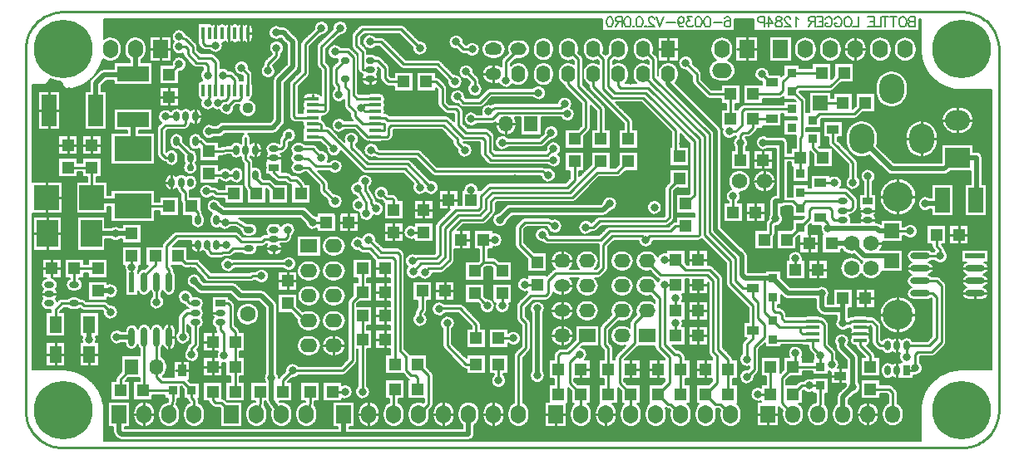
<source format=gbl>
%FSLAX25Y25*%
%MOIN*%
G70*
G01*
G75*
%ADD10C,0.00700*%
%ADD11C,0.06000*%
%ADD12O,0.04000X0.02700*%
%ADD13R,0.07874X0.06299*%
%ADD14R,0.06500X0.05500*%
%ADD15R,0.05000X0.05000*%
%ADD16R,0.05500X0.06500*%
%ADD17R,0.04000X0.02700*%
%ADD18O,0.07000X0.10000*%
%ADD19O,0.07000X0.09000*%
%ADD20O,0.02400X0.08000*%
%ADD21R,0.02400X0.08000*%
%ADD22R,0.03600X0.03600*%
%ADD23R,0.05000X0.03600*%
%ADD24R,0.07000X0.01500*%
%ADD25O,0.07000X0.01500*%
%ADD26O,0.07480X0.01969*%
%ADD27O,0.01969X0.07480*%
%ADD28O,0.01969X0.07000*%
%ADD29R,0.01969X0.07480*%
%ADD30O,0.05118X0.01500*%
%ADD31O,0.05118X0.01500*%
%ADD32R,0.05118X0.01500*%
%ADD33R,0.05000X0.03000*%
%ADD34R,0.05906X0.02756*%
%ADD35R,0.11024X0.05906*%
%ADD36R,0.05906X0.03937*%
%ADD37R,0.05906X0.03937*%
%ADD38C,0.01000*%
%ADD39C,0.02000*%
%ADD40C,0.00600*%
%ADD41O,0.10000X0.12000*%
%ADD42C,0.06300*%
%ADD43C,0.06200*%
%ADD44O,0.06500X0.05500*%
%ADD45O,0.06500X0.05000*%
%ADD46O,0.05500X0.06400*%
%ADD47R,0.05500X0.06400*%
%ADD48R,0.06200X0.07200*%
%ADD49O,0.06200X0.07200*%
%ADD50O,0.06000X0.07000*%
%ADD51R,0.06000X0.07000*%
%ADD52O,0.05500X0.06800*%
%ADD53O,0.06400X0.05000*%
%ADD54O,0.06800X0.05000*%
%ADD55R,0.05500X0.06800*%
%ADD56O,0.06800X0.05500*%
%ADD57R,0.06800X0.05500*%
%ADD58O,0.06400X0.05500*%
%ADD59R,0.06000X0.06000*%
%ADD60O,0.08000X0.06000*%
%ADD61O,0.06000X0.07400*%
%ADD62R,0.06000X0.07400*%
%ADD63C,0.23500*%
%ADD64R,0.10000X0.08000*%
%ADD65O,0.10000X0.08000*%
%ADD66C,0.12000*%
%ADD67C,0.04400*%
%ADD68C,0.03200*%
%ADD69C,0.03000*%
%ADD70O,0.02700X0.04000*%
%ADD71O,0.02400X0.07500*%
%ADD72R,0.05000X0.07000*%
%ADD73O,0.02700X0.03500*%
%ADD74R,0.02700X0.04000*%
%ADD75R,0.03600X0.05000*%
%ADD76O,0.03600X0.02700*%
%ADD77O,0.01500X0.05118*%
%ADD78O,0.01500X0.05118*%
%ADD79R,0.01500X0.05118*%
%ADD80O,0.08000X0.02400*%
%ADD81R,0.08000X0.02400*%
%ADD82O,0.05500X0.01600*%
%ADD83R,0.05500X0.01600*%
%ADD84R,0.06000X0.12500*%
%ADD85R,0.09843X0.09843*%
%ADD86R,0.15000X0.10000*%
%ADD87R,0.12500X0.06000*%
%ADD88R,0.08500X0.10800*%
%ADD89R,0.06000X0.10000*%
D10*
X135150Y106500D02*
X135329Y105601D01*
X135838Y104838D01*
X135150Y106500D02*
X135329Y105599D01*
X135840Y104836D01*
X136837Y103840D02*
X137600Y103329D01*
X138500Y103150D01*
X136838Y103838D02*
X137601Y103329D01*
X138500Y103150D01*
X131350Y115000D02*
X131320Y115987D01*
X131231Y116971D01*
X131082Y117947D01*
X130875Y118913D01*
X130610Y119864D01*
X130288Y120798D01*
X129910Y121710D01*
X129477Y122598D01*
X128992Y123459D01*
X128456Y124288D01*
X127871Y125083D01*
X127238Y125842D01*
X126561Y126561D01*
X125842Y127238D01*
X125083Y127871D01*
X124288Y128456D01*
X123459Y128992D01*
X122598Y129477D01*
X121710Y129910D01*
X120798Y130288D01*
X119864Y130610D01*
X118913Y130875D01*
X117947Y131082D01*
X116971Y131231D01*
X115987Y131320D01*
X115000Y131350D01*
X136625Y128738D02*
X136150Y127500D01*
X136628Y128741D02*
X136150Y127500D01*
X143150Y112800D02*
X143259Y111832D01*
X143581Y110913D01*
X144099Y110088D01*
X144788Y109399D01*
X145613Y108881D01*
X146532Y108559D01*
X147500Y108450D01*
X148468Y108559D01*
X149387Y108881D01*
X150212Y109399D01*
X150901Y110088D01*
X151419Y110913D01*
X151741Y111832D01*
X151850Y112800D01*
Y114200D02*
X151741Y115168D01*
X151419Y116087D01*
X150901Y116912D01*
X150212Y117601D01*
X149387Y118119D01*
X148468Y118441D01*
X147500Y118550D01*
X146532Y118441D01*
X145613Y118119D01*
X144788Y117601D01*
X144099Y116912D01*
X143581Y116087D01*
X143259Y115168D01*
X143150Y114200D01*
X153150Y112800D02*
X153259Y111832D01*
X153581Y110913D01*
X154099Y110088D01*
X154788Y109399D01*
X155613Y108881D01*
X156532Y108559D01*
X157500Y108450D01*
X158468Y108559D01*
X159387Y108881D01*
X160212Y109399D01*
X160901Y110088D01*
X161419Y110913D01*
X161741Y111832D01*
X161850Y112800D01*
X156950Y118515D02*
X155938Y118260D01*
X155015Y117770D01*
X154235Y117075D01*
X153644Y116214D01*
X153275Y115237D01*
X153150Y114200D01*
X154894Y128722D02*
X155608Y129376D01*
X156149Y130180D01*
X156486Y131088D01*
X156600Y132050D01*
X122783Y144650D02*
X122550Y143500D01*
X122783Y142350D01*
X128217D02*
X128450Y143500D01*
X128217Y144650D01*
X156600Y132950D02*
X156501Y133847D01*
X156208Y134700D01*
X155735Y135469D01*
X155106Y136116D01*
X154350Y136609D01*
X144976Y141339D02*
X145204Y140589D01*
X145650Y139945D01*
X154350D02*
X155000Y141198D01*
X138283Y146850D02*
X137393Y147311D01*
X136400Y147448D01*
X135418Y147245D01*
X134562Y146724D01*
X133929Y145946D01*
X133593Y145001D01*
Y143999D01*
X133929Y143054D01*
X134562Y142276D01*
X135418Y141755D01*
X136400Y141552D01*
X137393Y141689D01*
X138283Y142150D01*
X155000Y141198D02*
X155348Y140332D01*
X155984Y139649D01*
X156823Y139242D01*
X157753Y139163D01*
X158648Y139423D01*
X159390Y139989D01*
X159879Y140783D01*
X160050Y141700D01*
X139950Y141950D02*
X140166Y140924D01*
X140776Y140071D01*
X141678Y139536D01*
X142719Y139409D01*
X143723Y139713D01*
X144520Y140394D01*
X144976Y141339D01*
Y147661D02*
X144520Y148606D01*
X143723Y149287D01*
X142719Y149591D01*
X141678Y149464D01*
X140776Y148929D01*
X140166Y148076D01*
X139950Y147050D01*
X150000Y147802D02*
X149607Y148737D01*
X148881Y149444D01*
X147936Y149812D01*
X146923Y149784D01*
X146001Y149363D01*
X145316Y148616D01*
X144976Y147661D01*
X160050Y147300D02*
X159879Y148217D01*
X159390Y149012D01*
X158648Y149577D01*
X157753Y149838D01*
X156823Y149759D01*
X155984Y149351D01*
X155348Y148668D01*
X155000Y147802D01*
X154618Y148720D01*
X153915Y149422D01*
X152997Y149801D01*
X152003D01*
X151085Y149422D01*
X150382Y148720D01*
X150000Y147802D01*
X163150Y112800D02*
X163259Y111832D01*
X163581Y110913D01*
X164099Y110088D01*
X164788Y109399D01*
X165613Y108881D01*
X166532Y108559D01*
X167500Y108450D01*
X168468Y108559D01*
X169387Y108881D01*
X170212Y109399D01*
X170901Y110088D01*
X171419Y110913D01*
X171741Y111832D01*
X171850Y112800D01*
X161850Y114200D02*
X161759Y115083D01*
X161491Y115930D01*
X161057Y116704D01*
X160474Y117374D01*
X165650Y118137D02*
X164814Y117622D01*
X164115Y116932D01*
X163588Y116102D01*
X163261Y115176D01*
X163150Y114200D01*
X171850D02*
X171739Y115176D01*
X171412Y116102D01*
X170885Y116932D01*
X170186Y117622D01*
X169350Y118137D01*
X173183Y118650D02*
X173692Y117692D01*
X174692Y116692D02*
X176000Y116150D01*
X173183Y118650D02*
X173692Y117692D01*
X174692Y116692D02*
X176000Y116150D01*
X160784Y118510D02*
X160850Y119000D01*
X160785Y118513D02*
X160850Y119000D01*
X164656Y119850D02*
X165192Y118692D01*
X164656Y119850D02*
X165192Y118692D01*
X169350Y119000D02*
X169143Y119850D01*
X169350Y119000D02*
X169143Y119850D01*
X179808Y119308D02*
X178850Y119817D01*
X179808Y119308D02*
X178850Y119817D01*
X195754Y117411D02*
X195850Y118000D01*
X195755Y117415D02*
X195850Y118000D01*
X192150Y118536D02*
X191095Y118317D01*
X190126Y117845D01*
X189303Y117150D01*
X188676Y116273D01*
X188284Y115269D01*
X188150Y114200D01*
X165204Y134850D02*
X165850Y134623D01*
X164650Y139798D02*
X163998Y139062D01*
X163623Y138153D01*
X163568Y137172D01*
X163839Y136227D01*
X164405Y135423D01*
X165204Y134850D01*
X165192Y141308D02*
X164650Y140000D01*
X165192Y141308D02*
X164650Y140000D01*
X165850Y134623D02*
X166901Y134577D01*
X167901Y134904D01*
X168723Y135561D01*
X169262Y136465D01*
X169450Y137500D01*
X169241Y138591D01*
X168643Y139527D01*
X169308Y140192D02*
X169850Y141500D01*
X169308Y140192D02*
X169850Y141500D01*
X161150Y146798D02*
X160557Y146154D01*
X160180Y145365D01*
X160050Y144500D01*
X160228Y143491D01*
X160740Y142604D01*
X161525Y141945D01*
X162488Y141595D01*
X163512D01*
X164475Y141945D01*
X165260Y142604D01*
X165772Y143491D01*
X165950Y144500D01*
X165820Y145365D01*
X165443Y146154D01*
X164850Y146798D01*
X161692Y153808D02*
X161150Y152500D01*
X161692Y153808D02*
X161150Y152500D01*
X164850Y149480D02*
X165372Y148662D01*
X166150Y148081D01*
X169850D02*
X170644Y148679D01*
X171167Y149523D01*
X171350Y150500D01*
X171160Y151495D01*
X170617Y152350D01*
X171160Y153205D01*
X171350Y154200D01*
X177055Y138650D02*
X176601Y137545D01*
X176622Y136350D01*
X178850Y134123D02*
X180150D01*
X196150Y129783D02*
X195717Y128980D01*
X195551Y128082D01*
X195667Y127176D01*
X196055Y126350D01*
X176150Y147500D02*
X176551Y146350D01*
X176150Y147500D02*
X176551Y146350D01*
X185850Y146500D02*
X185308Y147808D01*
X185850Y146500D02*
X185308Y147808D01*
X175383Y152350D02*
X174845Y151506D01*
X174650Y150524D01*
X174827Y149538D01*
X175351Y148685D01*
X176150Y148081D01*
X106883Y159850D02*
X106330Y158969D01*
X106151Y157945D01*
X106372Y156929D01*
X106960Y156071D01*
X107829Y155500D01*
X108850Y155300D01*
X112718Y158834D02*
X112117Y159850D01*
X114500D02*
X113192Y159308D01*
X114500Y159850D02*
X113192Y159308D01*
X116883Y156150D02*
X117779Y155522D01*
X118850Y155300D01*
Y160700D02*
X117779Y160478D01*
X116883Y159850D01*
X120150Y155300D02*
X121096Y155471D01*
X121921Y155962D01*
X122192Y155692D02*
X123500Y155150D01*
X122192Y155692D02*
X123500Y155150D01*
X122117Y159850D02*
X121221Y160478D01*
X120150Y160700D01*
X123808Y159308D02*
X122500Y159850D01*
X123808Y159308D02*
X122500Y159850D01*
X112117D02*
X112660Y160705D01*
X112850Y161700D01*
X106932Y163600D02*
X106360Y162743D01*
X106150Y161735D01*
X106334Y160721D01*
X106883Y159850D01*
X112850Y161700D02*
X112647Y162727D01*
X112068Y163600D01*
X112647Y164473D01*
X112850Y165500D01*
X108333Y168150D02*
X107433Y167798D01*
X106714Y167152D01*
X106270Y166295D01*
X106155Y165335D01*
X106386Y164397D01*
X106932Y163600D01*
X112850Y165500D02*
X112691Y166412D01*
X112234Y167217D01*
X111532Y167820D01*
X110667Y168150D01*
X117650Y167919D02*
X116833Y167295D01*
X116308Y166411D01*
X116152Y165395D01*
X116387Y164395D01*
X116978Y163554D01*
X117841Y162996D01*
X118850Y162800D01*
X120150D02*
X121183Y163005D01*
X122059Y163591D01*
X122644Y164467D01*
X122850Y165500D01*
X122667Y166477D01*
X122144Y167321D01*
X121350Y167919D01*
X131067Y154817D02*
X131119Y153864D01*
X131473Y152978D01*
X132091Y152251D01*
X132909Y151759D01*
X133841Y151554D01*
X134790Y151658D01*
X135656Y152059D01*
X136349Y152715D01*
X136796Y153558D01*
X136950Y154500D01*
X136785Y155472D01*
X136310Y156335D01*
X135576Y156993D01*
X134667Y157374D01*
X133683Y157433D01*
X132808Y158308D02*
X131500Y158850D01*
X132808Y158308D02*
X131500Y158850D01*
X150650Y160798D02*
X149996Y160059D01*
X149621Y159145D01*
X149570Y158159D01*
X149846Y157212D01*
X150420Y156408D01*
X151226Y155839D01*
X152175Y155568D01*
X153161Y155625D01*
X154072Y156004D01*
X154808Y156662D01*
X155285Y157527D01*
X155450Y158500D01*
X132850Y160283D02*
X133788Y160058D01*
X134749Y160147D01*
X135629Y160541D01*
X136336Y161198D01*
X136792Y162048D01*
X136950Y163000D01*
X136792Y163952D01*
X136336Y164802D01*
X135629Y165459D01*
X134749Y165853D01*
X133788Y165942D01*
X132850Y165717D01*
X145050Y162993D02*
X145488Y162134D01*
X146213Y161499D01*
X147122Y161178D01*
X148085Y161218D01*
X148965Y161612D01*
X149635Y162305D01*
X150000Y163198D01*
X150650Y161945D01*
X139622Y173150D02*
X139584Y172052D01*
X139950Y171017D01*
X145050D02*
X145348Y171732D01*
X145450Y172500D01*
X145378Y173150D01*
X147724Y171840D02*
X146853Y171767D01*
X146058Y171403D01*
X145433Y170793D01*
X145050Y170007D01*
X134217Y183650D02*
X135059Y183204D01*
X136000Y183050D01*
X136941Y183204D01*
X137783Y183650D01*
X137783Y188350D02*
X136941Y188796D01*
X136000Y188950D01*
X135059Y188796D01*
X134217Y188350D01*
X155450Y158500D02*
X155320Y159365D01*
X154943Y160154D01*
X154350Y160798D01*
X164700Y156050D02*
X163392Y155508D01*
X164700Y156050D02*
X163392Y155508D01*
X171350Y154200D02*
X171147Y155227D01*
X170568Y156100D01*
X163914Y157048D02*
X164537Y156421D01*
X165380Y156154D01*
X163914Y157047D02*
X164537Y156420D01*
X165380Y156154D01*
X167350Y160700D02*
X166945Y160670D01*
X170568Y156100D02*
X171147Y156973D01*
X171350Y158000D01*
X171144Y159033D01*
X170559Y159909D01*
X169683Y160494D01*
X168650Y160700D01*
X155000Y163198D02*
X155348Y162332D01*
X155984Y161650D01*
X156823Y161241D01*
X157753Y161162D01*
X158648Y161423D01*
X159390Y161988D01*
X159879Y162783D01*
X160050Y163700D01*
X154350Y161945D02*
X155000Y163198D01*
X166945Y160670D02*
X166711Y161662D01*
X166154Y162516D01*
X165338Y163129D01*
X164363Y163428D01*
X163344Y163376D01*
X162404Y162981D01*
X161654Y162289D01*
X161185Y161383D01*
X161053Y160372D01*
X161273Y159376D01*
X161818Y158514D01*
X162625Y157890D01*
X163596Y157578D01*
X160050Y169300D02*
X159869Y170245D01*
X159350Y171055D01*
X170423Y167401D02*
X170120Y168357D01*
X169514Y169156D01*
X168676Y169706D01*
X167702Y169943D01*
X166704Y169841D01*
X165799Y169410D01*
X165090Y168701D01*
X164659Y167796D01*
X164557Y166798D01*
X164794Y165824D01*
X165345Y164986D01*
X166144Y164380D01*
X167099Y164077D01*
X168836Y162340D02*
X169599Y161829D01*
X170500Y161650D01*
X168838Y162338D02*
X169601Y161829D01*
X170500Y161650D01*
X172131Y167256D02*
X172752Y166808D01*
X173500Y166650D01*
X172129Y167258D02*
X172750Y166809D01*
X173500Y166650D01*
X174884Y155300D02*
X174651Y154276D01*
X174826Y153240D01*
X175383Y152350D01*
X183850Y157000D02*
X183308Y158308D01*
X183850Y157000D02*
X183308Y158308D01*
X182308Y159308D02*
X181350Y159817D01*
X182308Y159308D02*
X181350Y159817D01*
X193526Y153657D02*
X193420Y154636D01*
X193106Y155568D01*
X192599Y156411D01*
X191922Y157125D01*
X191108Y157677D01*
X190194Y158042D01*
X189223Y158201D01*
X188240Y158148D01*
X187292Y157884D01*
X186423Y157423D01*
X185673Y156787D01*
X185078Y156003D01*
X184665Y155110D01*
X184453Y154149D01*
Y153166D01*
X184665Y152205D01*
X185078Y151312D01*
X185673Y150529D01*
X186423Y149891D01*
X187292Y149431D01*
X188240Y149167D01*
X189223Y149114D01*
X190194Y149273D01*
X191108Y149637D01*
X191922Y150190D01*
X192599Y150904D01*
X193106Y151747D01*
X193420Y152679D01*
X193526Y153657D01*
X184336Y159340D02*
X185099Y158829D01*
X186000Y158650D01*
X184338Y159338D02*
X185101Y158829D01*
X186000Y158650D01*
X184662Y165662D02*
X183899Y166171D01*
X183000Y166350D01*
X184663Y165660D02*
X183900Y166171D01*
X183000Y166350D01*
X182890Y175765D02*
X182059Y176253D01*
X181114Y176448D01*
X180157Y176327D01*
X179290Y175904D01*
X178606Y175223D01*
X178178Y174359D01*
X178052Y173402D01*
X178241Y172456D01*
X178725Y171622D01*
X179453Y170988D01*
X180346Y170624D01*
X181309Y170566D01*
X182239Y170823D01*
X183036Y171365D01*
X183616Y172137D01*
X196162Y162662D02*
X195399Y163171D01*
X194500Y163350D01*
X196163Y162660D02*
X195401Y163171D01*
X194500Y163350D01*
X190000Y166650D02*
X190827Y166845D01*
X190000Y166650D02*
X190827Y166845D01*
X159350Y171500D02*
X158808Y172808D01*
X159350Y171500D02*
X158808Y172808D01*
X162692Y172692D02*
X164000Y172150D01*
X162692Y172692D02*
X164000Y172150D01*
X155192Y182308D02*
X154650Y181000D01*
X155192Y182308D02*
X154650Y181000D01*
X169869Y175244D02*
X169248Y175692D01*
X168500Y175850D01*
X169871Y175242D02*
X169250Y175691D01*
X168500Y175850D01*
X173192Y176692D02*
X174500Y176150D01*
X173192Y176692D02*
X174500Y176150D01*
X166300Y180850D02*
X166505Y179819D01*
X167088Y178944D01*
X167961Y178358D01*
X168991Y178150D01*
X170023Y178351D01*
X170900Y178932D01*
X171987Y178275D01*
X172058Y178078D02*
X172492Y177392D01*
X172057Y178081D02*
X172492Y177392D01*
X160500Y186850D02*
X159192Y186308D01*
X160500Y186850D02*
X159192Y186308D01*
X166492Y183150D02*
X166300Y182150D01*
Y190850D02*
X166506Y189817D01*
X167091Y188941D01*
X167967Y188356D01*
X169000Y188150D01*
X170033Y188356D01*
X170909Y188941D01*
X171494Y189817D01*
X171700Y190850D01*
X173800D02*
X173962Y189930D01*
X174427Y189120D01*
X175140Y188517D01*
X176017Y188194D01*
X176951Y188188D01*
X177831Y188501D01*
X183500Y175850D02*
X183133Y175813D01*
X183500Y175850D02*
X183137Y175814D01*
X178000Y176150D02*
X178589Y176246D01*
X178000Y176150D02*
X178585Y176245D01*
X181500Y176650D02*
X182808Y177192D01*
X181500Y176650D02*
X182808Y177192D01*
X191000Y170850D02*
X190173Y170655D01*
X191000Y170850D02*
X190173Y170655D01*
X185308Y186308D02*
X184000Y186850D01*
X185308Y186308D02*
X184000Y186850D01*
X186883Y178150D02*
X187779Y177522D01*
X188850Y177300D01*
X186154Y187350D02*
X186401Y186364D01*
X186995Y185538D01*
X187852Y184991D01*
X188850Y184800D01*
X177831Y188501D02*
X178632Y187887D01*
X179593Y187578D01*
X180601Y187612D01*
X181540Y187984D01*
X182298Y188650D01*
X190150Y177300D02*
X191183Y177506D01*
X192059Y178091D01*
X192645Y178967D01*
X192850Y180000D01*
X192696Y180900D01*
X194750D02*
X196058Y181442D01*
X194750Y180900D02*
X196058Y181442D01*
X190150Y184800D02*
X191183Y185005D01*
X192059Y185591D01*
X192645Y186467D01*
X192850Y187500D01*
X192645Y188533D01*
X192059Y189409D01*
X191183Y189995D01*
X190150Y190200D01*
X195800Y185650D02*
X194492Y185108D01*
X195800Y185650D02*
X194492Y185108D01*
X188150Y112800D02*
X188259Y111832D01*
X188581Y110913D01*
X189099Y110088D01*
X189788Y109399D01*
X190613Y108881D01*
X191532Y108559D01*
X192500Y108450D01*
X193468Y108559D01*
X194387Y108881D01*
X195212Y109399D01*
X195901Y110088D01*
X196419Y110913D01*
X196741Y111832D01*
X196850Y112800D01*
X198150D02*
X198259Y111832D01*
X198581Y110913D01*
X199099Y110088D01*
X199788Y109399D01*
X200613Y108881D01*
X201532Y108559D01*
X202500Y108450D01*
X203468Y108559D01*
X204387Y108881D01*
X205212Y109399D01*
X205901Y110088D01*
X206419Y110913D01*
X206741Y111832D01*
X206850Y112800D01*
X198290Y115294D02*
X198150Y114200D01*
X208150Y112800D02*
X208259Y111832D01*
X208581Y110913D01*
X209099Y110088D01*
X209788Y109399D01*
X210613Y108881D01*
X211532Y108559D01*
X212500Y108450D01*
X213468Y108559D01*
X214387Y108881D01*
X215212Y109399D01*
X215901Y110088D01*
X216419Y110913D01*
X216741Y111832D01*
X216850Y112800D01*
X196850Y114200D02*
X196714Y115280D01*
X196314Y116293D01*
X195675Y117174D01*
X196176Y118650D02*
X196601Y117615D01*
X196176Y118650D02*
X196599Y117618D01*
X206850Y114200D02*
X206748Y115138D01*
X206446Y116031D01*
X205959Y116838D01*
X205309Y117522D01*
X204527Y118049D01*
X203650Y118395D01*
X202718Y118544D01*
X201777Y118490D01*
X212150Y118536D02*
X211095Y118317D01*
X210126Y117845D01*
X209303Y117150D01*
X208676Y116273D01*
X208283Y115269D01*
X208150Y114200D01*
X216850D02*
X216714Y115280D01*
X216314Y116293D01*
X215675Y117174D01*
X215754Y117411D02*
X215850Y118000D01*
X215755Y117415D02*
X215850Y118000D01*
X233150Y112800D02*
X233259Y111832D01*
X233581Y110913D01*
X234099Y110088D01*
X234788Y109399D01*
X235613Y108881D01*
X236532Y108559D01*
X237500Y108450D01*
X238468Y108559D01*
X239387Y108881D01*
X240212Y109399D01*
X240901Y110088D01*
X241419Y110913D01*
X241741Y111832D01*
X241850Y112800D01*
X226850Y119783D02*
X227788Y119558D01*
X228749Y119647D01*
X229629Y120041D01*
X230336Y120698D01*
X230792Y121548D01*
X230950Y122500D01*
X230792Y123452D01*
X230336Y124302D01*
X229629Y124959D01*
X228749Y125353D01*
X227788Y125442D01*
X226850Y125217D01*
X241850Y114200D02*
X241741Y115168D01*
X241419Y116087D01*
X240901Y116912D01*
X240212Y117601D01*
X239387Y118119D01*
X238468Y118441D01*
X237500Y118550D01*
X236532Y118441D01*
X235613Y118119D01*
X234788Y117601D01*
X234099Y116912D01*
X233581Y116087D01*
X233259Y115168D01*
X233150Y114200D01*
Y124798D02*
X232495Y124059D01*
X232121Y123145D01*
X232070Y122160D01*
X232346Y121212D01*
X232920Y120408D01*
X233726Y119839D01*
X234675Y119568D01*
X235661Y119625D01*
X236572Y120004D01*
X237308Y120662D01*
X237785Y121527D01*
X237950Y122500D01*
X237820Y123365D01*
X237442Y124154D01*
X236850Y124798D01*
X201692Y128308D02*
X201450Y128010D01*
X201692Y128308D02*
X201450Y128010D01*
X201294Y128946D01*
X200850Y129783D01*
X206683Y128067D02*
X207661Y128125D01*
X208566Y128500D01*
X209298Y129150D01*
Y132850D02*
X208596Y133481D01*
X207730Y133858D01*
X206790Y133942D01*
X205871Y133726D01*
X205068Y133229D01*
X204463Y132505D01*
X204117Y131626D01*
X204067Y130683D01*
X212850Y145100D02*
X211869Y144981D01*
X210945Y144630D01*
X210131Y144069D01*
X209476Y143329D01*
X209016Y142454D01*
X208780Y141494D01*
Y140506D01*
X209016Y139546D01*
X209476Y138671D01*
X210131Y137931D01*
X210945Y137370D01*
X211869Y137019D01*
X212850Y136900D01*
X208793Y151591D02*
X208771Y150589D01*
X208992Y149611D01*
X209444Y148717D01*
X210100Y147959D01*
X210920Y147383D01*
X211855Y147022D01*
X212850Y146900D01*
X214150Y136900D02*
X215211Y137040D01*
X216200Y137449D01*
X217049Y138101D01*
X217701Y138950D01*
X218110Y139939D01*
X218250Y141000D01*
X218110Y142061D01*
X217701Y143050D01*
X217049Y143899D01*
X216200Y144551D01*
X215211Y144960D01*
X214150Y145100D01*
Y146900D02*
X215211Y147040D01*
X216200Y147449D01*
X217049Y148101D01*
X217701Y148950D01*
X218110Y149939D01*
X218250Y151000D01*
X227000Y129150D02*
X228308Y129692D01*
X227000Y129150D02*
X228308Y129692D01*
X232308Y133692D02*
X232850Y135000D01*
X232308Y133692D02*
X232850Y135000D01*
X222850Y145100D02*
X221869Y144981D01*
X220945Y144630D01*
X220131Y144069D01*
X219476Y143329D01*
X219016Y142454D01*
X218780Y141494D01*
Y140506D01*
X219016Y139546D01*
X219476Y138671D01*
X220131Y137931D01*
X220945Y137370D01*
X221869Y137019D01*
X222850Y136900D01*
X224150D02*
X225211Y137040D01*
X226200Y137449D01*
X227049Y138101D01*
X227701Y138950D01*
X228110Y139939D01*
X228250Y141000D01*
X228110Y142061D01*
X227701Y143050D01*
X227049Y143899D01*
X226200Y144551D01*
X225211Y144960D01*
X224150Y145100D01*
Y146900D02*
X225211Y147040D01*
X226200Y147449D01*
X227049Y148101D01*
X227701Y148950D01*
X228110Y149939D01*
X228250Y151000D01*
X243150Y112800D02*
X243259Y111832D01*
X243581Y110913D01*
X244099Y110088D01*
X244788Y109399D01*
X245613Y108881D01*
X246532Y108559D01*
X247500Y108450D01*
X248468Y108559D01*
X249387Y108881D01*
X250212Y109399D01*
X250901Y110088D01*
X251419Y110913D01*
X251741Y111832D01*
X251850Y112800D01*
X245650Y118137D02*
X244814Y117622D01*
X244115Y116932D01*
X243588Y116102D01*
X243261Y115176D01*
X243150Y114200D01*
X251850D02*
X251739Y115176D01*
X251412Y116102D01*
X250885Y116932D01*
X250186Y117622D01*
X249350Y118137D01*
X259465Y118081D02*
X258542Y118423D01*
X257567Y118550D01*
X256588Y118453D01*
X255656Y118140D01*
X254818Y117625D01*
X254117Y116935D01*
X253589Y116105D01*
X253261Y115177D01*
X253150Y114200D01*
Y112800D02*
X253259Y111832D01*
X253581Y110913D01*
X254099Y110088D01*
X254788Y109399D01*
X255613Y108881D01*
X256532Y108559D01*
X257500Y108450D01*
X258468Y108559D01*
X259387Y108881D01*
X260212Y109399D01*
X260901Y110088D01*
X261419Y110913D01*
X261741Y111832D01*
X261850Y112800D01*
X263150D02*
X263259Y111832D01*
X263581Y110913D01*
X264099Y110088D01*
X264788Y109399D01*
X265613Y108881D01*
X266532Y108559D01*
X267500Y108450D01*
X268468Y108559D01*
X269387Y108881D01*
X270212Y109399D01*
X270901Y110088D01*
X271419Y110913D01*
X271741Y111832D01*
X271850Y112800D01*
X277500Y103150D02*
X278399Y103329D01*
X279162Y103838D01*
X279671Y104601D01*
X279850Y105500D01*
X277500Y103150D02*
X278399Y103329D01*
X279162Y103838D01*
X279671Y104601D01*
X279850Y105500D01*
X273150Y112800D02*
X273285Y111724D01*
X273683Y110714D01*
X274317Y109835D01*
X275150Y109139D01*
X279850D02*
X280683Y109835D01*
X281317Y110714D01*
X281715Y111724D01*
X281850Y112800D01*
X261850Y114200D02*
X261749Y115133D01*
X262808Y116192D02*
X263350Y117500D01*
X262808Y116192D02*
X263350Y117500D01*
X271850Y114200D02*
X271741Y115168D01*
X271419Y116087D01*
X270901Y116912D01*
X270212Y117601D01*
X269387Y118119D01*
X268468Y118441D01*
X267500Y118550D01*
X266532Y118441D01*
X265613Y118119D01*
X264788Y117601D01*
X264099Y116912D01*
X263581Y116087D01*
X263259Y115168D01*
X263150Y114200D01*
X281850D02*
X281741Y115168D01*
X281419Y116087D01*
X280901Y116912D01*
X280212Y117601D01*
X279387Y118119D01*
X278468Y118441D01*
X277500Y118550D01*
X276532Y118441D01*
X275613Y118119D01*
X274788Y117601D01*
X274099Y116912D01*
X273581Y116087D01*
X273259Y115168D01*
X273150Y114200D01*
X253192Y127692D02*
X253663Y127350D01*
X253192Y127692D02*
X253663Y127350D01*
X254143Y137350D02*
X253808Y137808D01*
X254143Y137350D02*
X253808Y137808D01*
X263350Y129000D02*
X262808Y130308D01*
X263350Y129000D02*
X262808Y130308D01*
X275192Y132192D02*
X276500Y131650D01*
X275192Y132192D02*
X276500Y131650D01*
X267150Y141000D02*
X267692Y139692D01*
X267150Y141000D02*
X267692Y139692D01*
X270850Y147702D02*
X271443Y148346D01*
X271820Y149135D01*
X271950Y150000D01*
X200850Y157000D02*
X200671Y157901D01*
X200160Y158663D01*
X200850Y157000D02*
X200671Y157899D01*
X200162Y158662D01*
X212850Y155100D02*
X211884Y154984D01*
X210972Y154645D01*
X192202Y167150D02*
X192981Y166471D01*
X193946Y166103D01*
X194979Y166089D01*
X195953Y166432D01*
X196749Y167091D01*
X197269Y167983D01*
X197450Y169000D01*
X197269Y170017D01*
X196749Y170909D01*
X195953Y171567D01*
X194979Y171911D01*
X193946Y171897D01*
X192981Y171529D01*
X192202Y170850D01*
X213050Y165100D02*
X212069Y164981D01*
X211145Y164630D01*
X210331Y164069D01*
X209676Y163329D01*
X209216Y162454D01*
X208980Y161494D01*
Y160506D01*
X209216Y159546D01*
X209676Y158671D01*
X210331Y157931D01*
X211145Y157370D01*
X212069Y157019D01*
X213050Y156900D01*
X208753Y170850D02*
X208850Y170100D01*
X209152Y169231D01*
X209639Y168450D01*
X210289Y167798D01*
X211067Y167308D01*
X211936Y167003D01*
X212850Y166900D01*
X218250Y151000D02*
X218110Y152061D01*
X217701Y153050D01*
X217049Y153899D01*
X216200Y154551D01*
X215211Y154960D01*
X214150Y155100D01*
X222850D02*
X221869Y154981D01*
X220945Y154630D01*
X220131Y154069D01*
X219476Y153329D01*
X219016Y152454D01*
X218780Y151494D01*
Y150506D01*
X219016Y149546D01*
X219476Y148671D01*
X220131Y147931D01*
X220945Y147370D01*
X221869Y147019D01*
X222850Y146900D01*
X228250Y151000D02*
X228110Y152061D01*
X227701Y153050D01*
X227049Y153899D01*
X226200Y154551D01*
X225211Y154960D01*
X224150Y155100D01*
X213950Y156900D02*
X215011Y157040D01*
X216000Y157449D01*
X216849Y158101D01*
X217501Y158950D01*
X217910Y159939D01*
X218050Y161000D01*
X224150Y156900D02*
X225211Y157040D01*
X226200Y157449D01*
X227049Y158101D01*
X227701Y158950D01*
X228110Y159939D01*
X228250Y161000D01*
X229692Y159808D02*
X229150Y158500D01*
X229692Y159808D02*
X229150Y158500D01*
X218050Y161000D02*
X217910Y162061D01*
X217501Y163050D01*
X216849Y163899D01*
X216000Y164551D01*
X215011Y164960D01*
X213950Y165100D01*
X222850D02*
X221869Y164981D01*
X220945Y164630D01*
X220131Y164069D01*
X219476Y163329D01*
X219016Y162454D01*
X218780Y161494D01*
Y160506D01*
X219016Y159546D01*
X219476Y158671D01*
X220131Y157931D01*
X220945Y157370D01*
X221869Y157019D01*
X222850Y156900D01*
X214150Y166900D02*
X215211Y167040D01*
X216200Y167449D01*
X217049Y168101D01*
X217701Y168950D01*
X218110Y169939D01*
X218250Y171000D01*
X222850Y175100D02*
X221869Y174981D01*
X220945Y174630D01*
X220131Y174069D01*
X219476Y173329D01*
X219016Y172454D01*
X218780Y171494D01*
Y170506D01*
X219016Y169546D01*
X219476Y168671D01*
X220131Y167931D01*
X220945Y167370D01*
X221869Y167019D01*
X222850Y166900D01*
X228250Y161000D02*
X228110Y162061D01*
X227701Y163050D01*
X227049Y163899D01*
X226200Y164551D01*
X225211Y164960D01*
X224150Y165100D01*
Y166900D02*
X225211Y167040D01*
X226200Y167449D01*
X227049Y168101D01*
X227701Y168950D01*
X228110Y169939D01*
X228250Y171000D01*
X200150Y177300D02*
X201183Y177506D01*
X202059Y178091D01*
X202644Y178967D01*
X202850Y180000D01*
X203202Y172150D02*
X203981Y171471D01*
X204946Y171102D01*
X205979Y171089D01*
X206953Y171432D01*
X207749Y172091D01*
X208269Y172983D01*
X208450Y174000D01*
X212850Y175100D02*
X211917Y174992D01*
X211033Y174675D01*
X210244Y174165D01*
X209592Y173489D01*
X209111Y172682D01*
X208826Y171786D01*
X208753Y170850D01*
X208450Y174000D02*
X208269Y175017D01*
X207749Y175909D01*
X206953Y176567D01*
X205979Y176911D01*
X204946Y176898D01*
X203981Y176529D01*
X203202Y175850D01*
X196932Y181900D02*
X196351Y181023D01*
X196150Y179991D01*
X196358Y178961D01*
X196944Y178088D01*
X197819Y177505D01*
X198850Y177300D01*
X202850Y180000D02*
X202647Y181027D01*
X202068Y181900D01*
X203916Y181950D02*
X205224Y182492D01*
X198850Y190200D02*
X197829Y190000D01*
X196960Y189428D01*
X196372Y188571D01*
X196151Y187555D01*
X196330Y186531D01*
X196883Y185650D01*
X202429Y188947D02*
X201827Y189616D01*
X201038Y190050D01*
X200150Y190200D01*
X203916Y181950D02*
X205224Y182492D01*
X207950Y187500D02*
X207792Y188452D01*
X207335Y189302D01*
X206629Y189960D01*
X205748Y190354D01*
X204787Y190442D01*
X203849Y190216D01*
X203034Y189699D01*
X202429Y188947D01*
X206308Y183575D02*
X206850Y184884D01*
X206308Y183575D02*
X206850Y184884D01*
Y185202D02*
X207442Y185846D01*
X207820Y186635D01*
X207950Y187500D01*
X218250Y171000D02*
X218110Y172061D01*
X217701Y173050D01*
X217049Y173899D01*
X216200Y174551D01*
X215211Y174960D01*
X214150Y175100D01*
X228250Y171000D02*
X228110Y172061D01*
X227701Y173050D01*
X227049Y173899D01*
X226200Y174551D01*
X225211Y174960D01*
X224150Y175100D01*
Y176900D02*
X225211Y177040D01*
X226200Y177449D01*
X227049Y178101D01*
X227701Y178950D01*
X228110Y179939D01*
X228250Y181000D01*
X233692Y178692D02*
X235000Y178150D01*
X233692Y178692D02*
X235000Y178150D01*
X222850Y185100D02*
X221869Y184981D01*
X220945Y184630D01*
X220131Y184069D01*
X219476Y183329D01*
X219016Y182454D01*
X218780Y181494D01*
Y180506D01*
X219016Y179546D01*
X219476Y178671D01*
X220131Y177931D01*
X220945Y177370D01*
X221869Y177019D01*
X222850Y176900D01*
X228250Y181000D02*
X228110Y182061D01*
X227701Y183050D01*
X227049Y183899D01*
X226200Y184551D01*
X225211Y184960D01*
X224150Y185100D01*
X212077Y190099D02*
X212376Y189153D01*
X212971Y188359D01*
X213796Y187807D01*
X214757Y187560D01*
X215746Y187646D01*
X216650Y188055D01*
X234695Y184414D02*
X233762Y184850D01*
X232735Y184938D01*
X231741Y184668D01*
X230901Y184072D01*
X230316Y183224D01*
X230059Y182226D01*
X230160Y181201D01*
X230608Y180273D01*
X231348Y179556D01*
X232289Y179137D01*
X233317Y179067D01*
X256692Y155808D02*
X256150Y154500D01*
X256692Y155808D02*
X256150Y154500D01*
Y153798D02*
X255496Y153059D01*
X255121Y152145D01*
X255070Y151160D01*
X255346Y150212D01*
X255920Y149408D01*
X256726Y148839D01*
X257675Y148568D01*
X258661Y148625D01*
X259572Y149004D01*
X260308Y149662D01*
X260785Y150527D01*
X260950Y151500D01*
X260825Y152351D01*
X260459Y153129D01*
X259885Y153769D01*
X260308Y154192D02*
X260850Y155500D01*
X260308Y154192D02*
X260850Y155500D01*
X271950Y150000D02*
X271785Y150973D01*
X271308Y151838D01*
X270572Y152496D01*
X269661Y152875D01*
X268675Y152932D01*
X267726Y152661D01*
X266920Y152092D01*
X266346Y151288D01*
X266070Y150340D01*
X266121Y149355D01*
X266495Y148441D01*
X267150Y147702D01*
X267722Y157850D02*
X266859Y158414D01*
X265856Y158647D01*
X264834Y158520D01*
X263917Y158051D01*
X263218Y157294D01*
X262822Y156343D01*
X262776Y155314D01*
X263087Y154332D01*
X263717Y153517D01*
X264589Y152969D01*
X265596Y152753D01*
X266616Y152896D01*
X267524Y153382D01*
X268210Y154150D01*
X275308Y157308D02*
X274000Y157850D01*
X275308Y157308D02*
X274000Y157850D01*
X253086Y172755D02*
X252524Y171875D01*
X252304Y170855D01*
X252452Y169822D01*
X252952Y168905D01*
X253739Y168220D01*
X254715Y167851D01*
X255759Y167846D01*
X256739Y168204D01*
X257533Y168882D01*
X256229Y177682D02*
X255211Y177943D01*
X254166Y177830D01*
X253227Y177358D01*
X252513Y176586D01*
X252115Y175614D01*
X252082Y174564D01*
X252421Y173568D01*
X253086Y172755D01*
X250308Y179808D02*
X249000Y180350D01*
X250308Y179808D02*
X249000Y180350D01*
X251850Y177500D02*
X251308Y178808D01*
X251850Y177500D02*
X251308Y178808D01*
X257000Y177850D02*
X256229Y177682D01*
X257000Y177850D02*
X256229Y177682D01*
X240450Y183500D02*
X240268Y184521D01*
X239744Y185415D01*
X238942Y186073D01*
X237963Y186414D01*
X236926Y186394D01*
X235960Y186016D01*
X235185Y185328D01*
X234695Y184414D01*
X240433Y183183D02*
X240450Y183500D01*
X255650Y189217D02*
X254712Y189442D01*
X253751Y189353D01*
X252871Y188959D01*
X252164Y188302D01*
X251708Y187452D01*
X251550Y186500D01*
X251708Y185548D01*
X252164Y184698D01*
X252871Y184041D01*
X253751Y183647D01*
X254712Y183558D01*
X255650Y183783D01*
X257533Y168882D02*
X258235Y168136D01*
X259150Y167675D01*
X260166Y167555D01*
X261163Y167789D01*
X262020Y168350D01*
X262633Y169170D01*
X262929Y170150D01*
X266500D02*
X267808Y170692D01*
X266500Y170150D02*
X267808Y170692D01*
X271308Y174192D02*
X271850Y175500D01*
X271308Y174192D02*
X271850Y175500D01*
X162150Y199500D02*
X162650Y198235D01*
X162150Y199500D02*
X162650Y198235D01*
X160676Y203693D02*
X161192Y202692D01*
X165850Y202500D02*
X165599Y203430D01*
X165850Y202500D02*
X165599Y203430D01*
X160400Y203932D02*
X160676Y203693D01*
X161192Y202692D01*
X155800Y205850D02*
X156005Y204819D01*
X156588Y203944D01*
X157461Y203358D01*
X158491Y203150D01*
X159523Y203351D01*
X160400Y203932D01*
Y209068D02*
X159523Y209649D01*
X158491Y209850D01*
X157461Y209642D01*
X156588Y209056D01*
X156005Y208181D01*
X155800Y207150D01*
X165599Y203430D02*
X166523Y203451D01*
X167386Y203783D01*
X168086Y204386D01*
X168542Y205189D01*
X168700Y206100D01*
Y206900D02*
X168511Y207893D01*
X167969Y208747D01*
X167152Y209342D01*
X166172Y209594D01*
X165169Y209469D01*
X164282Y208983D01*
X156081Y214650D02*
X156705Y213833D01*
X157589Y213308D01*
X158605Y213152D01*
X159605Y213387D01*
X160446Y213978D01*
X161004Y214841D01*
X161200Y215850D01*
X152650Y218000D02*
X153192Y216692D01*
X152650Y218000D02*
X153192Y216692D01*
X154692Y215192D02*
X156000Y214650D01*
X154692Y215192D02*
X156000Y214650D01*
X161200Y217150D02*
X161031Y218091D01*
X160544Y218914D01*
X159801Y219516D01*
X158895Y219821D01*
X157939Y219791D01*
X157054Y219430D01*
X156350Y218783D01*
X164282Y208983D02*
X163409Y209612D01*
X162359Y209849D01*
X161300Y209658D01*
X160400Y209068D01*
X163790Y214299D02*
X163309Y213438D01*
X163150Y212465D01*
X163333Y211496D01*
X163834Y210648D01*
X164595Y210020D01*
X165524Y209690D01*
X166510Y209696D01*
X167435Y210038D01*
X168188Y210674D01*
X168679Y211529D01*
X168850Y212500D01*
X163300Y215850D02*
X163425Y215037D01*
X163790Y214299D01*
X163330Y217553D02*
X163300Y217150D01*
X157800Y222350D02*
X157976Y221391D01*
X158481Y220557D01*
X159249Y219957D01*
X160180Y219669D01*
X161153Y219730D01*
X165300Y222350D02*
X165484Y221370D01*
X166011Y220524D01*
X166809Y219927D01*
X167770Y219660D01*
X168762Y219760D01*
X169650Y220213D01*
X163200Y223650D02*
X162995Y224683D01*
X162409Y225559D01*
X161533Y226145D01*
X160500Y226350D01*
X159467Y226145D01*
X158591Y225559D01*
X158005Y224683D01*
X157800Y223650D01*
X170445Y224796D02*
X169833Y225632D01*
X168952Y226177D01*
X167930Y226349D01*
X166918Y226124D01*
X166066Y225534D01*
X165499Y224667D01*
X165300Y223650D01*
X166492Y193150D02*
X166300Y192150D01*
X171700D02*
X171478Y193221D01*
X170850Y194117D01*
Y194500D02*
X170350Y195765D01*
X170850Y194500D02*
X170350Y195765D01*
X178317Y197876D02*
X177856Y198776D01*
X177117Y199467D01*
X176188Y199869D01*
X175179Y199932D01*
X174207Y199651D01*
X173387Y199058D01*
X172816Y198223D01*
X172560Y197245D01*
X172650Y196237D01*
X173076Y195319D01*
X173786Y194599D01*
X174698Y194161D01*
X174035Y193251D01*
X173800Y192150D01*
X175192Y200692D02*
X176500Y200150D01*
X175192Y200692D02*
X176500Y200150D01*
X174798Y204850D02*
X174022Y205527D01*
X173061Y205896D01*
X172031Y205912D01*
X171059Y205574D01*
X170262Y204922D01*
X169738Y204035D01*
X169550Y203023D01*
X169722Y202008D01*
X170232Y201113D01*
X171019Y200449D01*
X171986Y200095D01*
X173016Y200096D01*
X173983Y200450D01*
X174769Y201115D01*
X176808Y204308D02*
X175500Y204850D01*
X176808Y204308D02*
X175500Y204850D01*
X177702Y207650D02*
X178459Y206984D01*
X179396Y206612D01*
X180403Y206578D01*
X181363Y206884D01*
X182164Y207495D01*
X187400Y205250D02*
X187942Y203942D01*
X182164Y207495D02*
X182820Y206736D01*
X183708Y206269D01*
X184705Y206158D01*
X185673Y206418D01*
X186480Y207015D01*
X187014Y207864D01*
X187200Y208850D01*
X187400Y205250D02*
X187942Y203942D01*
X198558Y207308D02*
X197250Y207850D01*
X198558Y207308D02*
X197250Y207850D01*
X199942Y207442D02*
X201250Y206900D01*
X199942Y207442D02*
X201250Y206900D01*
X168850Y212500D02*
X168685Y213455D01*
X168210Y214299D01*
X168575Y215037D01*
X168700Y215850D01*
X182164Y211505D02*
X181363Y212116D01*
X180403Y212422D01*
X179396Y212387D01*
X178459Y212016D01*
X177702Y211350D01*
X178000Y217150D02*
X178304Y217175D01*
X178000Y217150D02*
X178304Y217175D01*
X168700Y217150D02*
X168521Y218118D01*
X168006Y218957D01*
X167225Y219556D01*
X166281Y219835D01*
X171392Y224218D02*
X170445Y224796D01*
X171392Y224218D02*
X170445Y224796D01*
X181000Y221350D02*
X180696Y221325D01*
X182081Y217650D02*
X182685Y216851D01*
X183538Y216327D01*
X184524Y216150D01*
X185506Y216344D01*
X186350Y216883D01*
X181000Y221350D02*
X180696Y221325D01*
X177500Y224650D02*
X178399Y224829D01*
X179162Y225338D01*
X177500Y224650D02*
X178401Y224829D01*
X179164Y225340D01*
X187200Y210150D02*
X187014Y211136D01*
X186480Y211985D01*
X185673Y212582D01*
X184705Y212842D01*
X183708Y212731D01*
X182820Y212264D01*
X182164Y211505D01*
X194700Y210150D02*
X194505Y211157D01*
X193949Y212018D01*
X193112Y212610D01*
X192114Y212848D01*
X191100Y212696D01*
X186350Y215800D02*
X186892Y214492D01*
X186350Y215800D02*
X186892Y214492D01*
X191100Y214750D02*
X190558Y216058D01*
X191100Y214750D02*
X190558Y216058D01*
X194670Y208447D02*
X194700Y208850D01*
X197788Y209800D02*
X198192Y209192D01*
X197788Y209800D02*
X198192Y209192D01*
X196883Y218150D02*
X196326Y217260D01*
X196151Y216224D01*
X196384Y215200D01*
X202616D02*
X202850Y216300D01*
X202660Y217295D01*
X202117Y218150D01*
X186350Y222117D02*
X185506Y222656D01*
X184524Y222850D01*
X183538Y222673D01*
X182685Y222149D01*
X182081Y221350D01*
X190100Y216932D02*
X190977Y216351D01*
X192009Y216150D01*
X193039Y216358D01*
X193912Y216944D01*
X194495Y217819D01*
X194700Y218850D01*
Y220150D02*
X194495Y221181D01*
X193912Y222056D01*
X193039Y222642D01*
X192009Y222850D01*
X190977Y222649D01*
X190100Y222068D01*
X187363Y226150D02*
X186624Y225468D01*
X186350Y224500D01*
X190050D02*
X189776Y225468D01*
X189037Y226150D01*
X198850Y222700D02*
X197829Y222500D01*
X196960Y221929D01*
X196372Y221071D01*
X196151Y220055D01*
X196330Y219031D01*
X196883Y218150D01*
X201650Y222245D02*
X200934Y222584D01*
X200150Y222700D01*
X199000Y226150D02*
X199899Y226329D01*
X200662Y226838D01*
X202192Y224808D02*
X201650Y223500D01*
X202192Y224808D02*
X201650Y223500D01*
X199000Y226150D02*
X199900Y226329D01*
X200663Y226840D01*
X153192Y229308D02*
X152650Y228000D01*
X153192Y229308D02*
X152650Y228000D01*
X158164Y235004D02*
X157374Y235611D01*
X156426Y235919D01*
X155430Y235894D01*
X154499Y235540D01*
X153740Y234896D01*
X153238Y234035D01*
X153050Y233057D01*
X153200Y232072D01*
X153669Y231192D01*
X154403Y230520D01*
X162350Y235617D02*
X161539Y236142D01*
X160594Y236348D01*
X159637Y236209D01*
X158791Y235740D01*
X158164Y235004D01*
X107000Y245650D02*
X107968Y245819D01*
X108820Y246307D01*
X109457Y247056D01*
X109801Y247976D01*
X114502Y246909D02*
X114615Y245886D01*
X115084Y244969D01*
X115849Y244279D01*
X116809Y243906D01*
X117839Y243898D01*
X109801Y247976D02*
X110705Y247624D01*
X111631Y247340D01*
X112577Y247126D01*
X113535Y246982D01*
X114502Y246909D01*
X126338Y248162D02*
X125829Y247399D01*
X125650Y246500D01*
X126340Y248164D02*
X125829Y247400D01*
X125650Y246500D01*
X131250Y252100D02*
X130350Y251921D01*
X129587Y251410D01*
X131250Y252100D02*
X130351Y251921D01*
X129588Y251412D01*
X117839Y243898D02*
X118820Y244102D01*
X119786Y244366D01*
X120734Y244689D01*
X121661Y245068D01*
X122563Y245504D01*
X123436Y245994D01*
X124278Y246537D01*
X125084Y247130D01*
X125854Y247772D01*
X126582Y248460D01*
X127267Y249190D01*
X127905Y249961D01*
X128496Y250770D01*
X129036Y251614D01*
X129523Y252489D01*
X129955Y253393D01*
X130332Y254321D01*
X130651Y255270D01*
X130911Y256237D01*
Y256237D02*
X131713Y255600D01*
X132642Y255168D01*
X133646Y254964D01*
X134670Y255002D01*
X135656Y255278D01*
X136551Y255777D01*
X137304Y256471D01*
X137874Y257322D01*
X138229Y258283D01*
X138350Y259300D01*
Y260700D02*
X138243Y261660D01*
X137926Y262573D01*
X137416Y263394D01*
X136737Y264081D01*
X135923Y264602D01*
X135014Y264930D01*
X134055Y265050D01*
X133094Y264955D01*
X132177Y264650D01*
X131350Y264150D01*
X139650Y259300D02*
X139785Y258224D01*
X140183Y257214D01*
X140817Y256335D01*
X141650Y255639D01*
X164450Y254000D02*
X164298Y254935D01*
X163857Y255774D01*
X163173Y256430D01*
X162316Y256835D01*
X161375Y256947D01*
X160447Y256756D01*
X159627Y256279D01*
X159001Y255568D01*
X158633Y254695D01*
X158561Y253750D01*
X146350Y255639D02*
X147183Y256335D01*
X147817Y257214D01*
X148215Y258224D01*
X148350Y259300D01*
Y260700D02*
X148241Y261668D01*
X147919Y262587D01*
X147401Y263412D01*
X146712Y264101D01*
X145887Y264619D01*
X144968Y264941D01*
X144000Y265050D01*
X143032Y264941D01*
X142113Y264619D01*
X141288Y264101D01*
X140599Y263412D01*
X140081Y262587D01*
X139759Y261668D01*
X139650Y260700D01*
X159332Y263000D02*
X158809Y262208D01*
X158564Y261290D01*
X158624Y260342D01*
X158982Y259463D01*
X159601Y258743D01*
X160416Y258256D01*
X161344Y258054D01*
X162288Y258157D01*
X163150Y258555D01*
X164321Y265864D02*
X163895Y266723D01*
X163216Y267400D01*
X162356Y267823D01*
X161406Y267949D01*
X160466Y267763D01*
X159635Y267286D01*
X159001Y266567D01*
X158630Y265684D01*
X158563Y264728D01*
X158805Y263801D01*
X159332Y263000D01*
X163500Y227650D02*
X164808Y228192D01*
X163500Y227650D02*
X164808Y228192D01*
X165508Y228892D02*
X166050Y230200D01*
X165508Y228892D02*
X166050Y230200D01*
X166100Y230432D02*
X166977Y229851D01*
X168009Y229650D01*
X169039Y229858D01*
X169912Y230444D01*
X170495Y231319D01*
X170700Y232350D01*
X175283Y229350D02*
X174393Y229812D01*
X173400Y229948D01*
X172418Y229745D01*
X171562Y229224D01*
X170929Y228446D01*
X170593Y227501D01*
Y226499D01*
X170929Y225554D01*
X171562Y224776D01*
X172418Y224255D01*
X173400Y224052D01*
X174393Y224188D01*
X175283Y224650D01*
X179000Y230850D02*
X178100Y230671D01*
X177337Y230160D01*
X179000Y230850D02*
X178101Y230671D01*
X177338Y230162D01*
X170700Y233650D02*
X170495Y234681D01*
X169912Y235556D01*
X169039Y236142D01*
X168009Y236350D01*
X166977Y236149D01*
X166100Y235568D01*
X165243Y236140D01*
X164235Y236350D01*
X163221Y236166D01*
X162350Y235617D01*
X161350Y251054D02*
X162297Y251160D01*
X163160Y251562D01*
X163851Y252218D01*
X164296Y253060D01*
X164450Y254000D01*
X168943Y241774D02*
X169118Y240934D01*
X169614Y240235D01*
X170348Y239792D01*
X177681Y235630D02*
X178160Y234704D01*
X178931Y234002D01*
X179898Y233612D01*
X180940Y233583D01*
X181927Y233918D01*
X182736Y234576D01*
X183266Y235474D01*
X183450Y236500D01*
X175000Y236332D02*
X175800Y235805D01*
X176726Y235563D01*
X177681Y235630D01*
X170348Y239792D02*
X170067Y238816D01*
X170134Y237802D01*
X170541Y236871D01*
X171239Y236133D01*
X172147Y235676D01*
X173155Y235554D01*
X174146Y235782D01*
X175000Y236332D01*
X170848Y247483D02*
X169882Y247142D01*
X169193Y246385D01*
X168943Y245392D01*
X183450Y236500D02*
X183433Y236817D01*
X171150Y251798D02*
X170507Y251076D01*
X170131Y250186D01*
X170063Y249221D01*
X170311Y248287D01*
X170848Y247483D01*
X183308Y250808D02*
X182000Y251350D01*
X183308Y250808D02*
X182000Y251350D01*
X181298D02*
X180627Y251961D01*
X179803Y252339D01*
X178902Y252448D01*
X178011Y252279D01*
X185683Y237659D02*
X185448Y236729D01*
X185472Y235770D01*
X185751Y234852D01*
X186266Y234042D01*
X186978Y233400D01*
X187837Y232972D01*
X188779Y232790D01*
X189735Y232867D01*
X190636Y233197D01*
X191416Y233756D01*
X192017Y234503D01*
X192397Y235384D01*
X192526Y236335D01*
X192395Y237292D01*
X192010Y238178D01*
X191401Y238928D01*
X190611Y239486D01*
X189701Y239810D01*
X190411Y240259D01*
X190889Y240950D01*
X191057Y241774D01*
X185689Y247661D02*
X185147Y248970D01*
X185689Y247661D02*
X185147Y248970D01*
X187107Y247368D02*
X185689D01*
X191057Y245392D02*
X190807Y246386D01*
Y250043D02*
X190265Y251351D01*
X190807Y250043D02*
X190265Y251351D01*
X189450Y252500D02*
X189277Y253496D01*
X188778Y254375D01*
X188012Y255033D01*
X187068Y255395D01*
X186057Y255417D01*
X185099Y255096D01*
X184305Y254471D01*
X183769Y253614D01*
X183553Y252627D01*
X183683Y251625D01*
X184143Y250725D01*
X184881Y250034D01*
X185808Y249632D01*
X186817Y249567D01*
X199838Y249162D02*
X199329Y248399D01*
X199150Y247500D01*
X199840Y249164D02*
X199329Y248400D01*
X199150Y247500D01*
X195327Y253621D02*
X194673Y252882D01*
X194299Y251968D01*
X194247Y250982D01*
X194523Y250035D01*
X195097Y249231D01*
X195903Y248662D01*
X196853Y248391D01*
X197838Y248448D01*
X198750Y248827D01*
X199485Y249485D01*
X199962Y250350D01*
X200127Y251323D01*
X199869Y252529D01*
X199141Y253524D01*
X163150Y258000D02*
X163692Y256692D01*
X167192Y253192D02*
X168500Y252650D01*
X167192Y253192D02*
X168500Y252650D01*
X163150Y258000D02*
X163692Y256692D01*
X168850Y261000D02*
X168308Y262308D01*
X168850Y261000D02*
X168308Y262308D01*
X175808Y257808D02*
X174500Y258350D01*
X175808Y257808D02*
X174500Y258350D01*
X178011Y254839D02*
X177470Y256147D01*
X178011Y254839D02*
X177470Y256147D01*
X170692Y260192D02*
X172000Y259650D01*
X170692Y260192D02*
X172000Y259650D01*
X169193Y262457D02*
X169735Y261149D01*
X169193Y262457D02*
X169735Y261149D01*
X173702Y259650D02*
X174481Y258971D01*
X175446Y258602D01*
X176479Y258589D01*
X177453Y258932D01*
X178249Y259591D01*
X178769Y260483D01*
X178950Y261500D01*
X165308Y265308D02*
X164684Y265719D01*
X165308Y265308D02*
X164687Y265718D01*
X174882Y269892D02*
X174055Y270277D01*
X173143Y270276D01*
X178950Y261500D02*
X178772Y262509D01*
X177441Y269892D02*
X176616Y270276D01*
X175706D01*
X174882Y269892D01*
X178772Y262509D02*
X180000Y262943D01*
X180000Y269892D02*
X179175Y270276D01*
X178266D01*
X177441Y269892D01*
X180000Y262943D02*
X180824Y262558D01*
X181735D01*
X182559Y262943D01*
X183384Y262558D01*
X184294D01*
X185118Y262943D01*
X185118D02*
X185943Y262558D01*
X186853D01*
X187677Y262943D01*
X189433Y252183D02*
X189450Y252500D01*
X195869Y255485D02*
X195327Y254177D01*
X195869Y255485D02*
X195327Y254177D01*
X201808Y256192D02*
X202350Y257500D01*
X201808Y256192D02*
X202350Y257500D01*
Y258202D02*
X202942Y258846D01*
X203320Y259635D01*
X203450Y260500D01*
X203286Y261470D01*
X202813Y262332D01*
X202082Y262990D01*
X201176Y263372D01*
X200194Y263434D01*
X199247Y263171D01*
X198439Y262610D01*
X197860Y261816D01*
X197574Y260874D01*
X197613Y259892D01*
X197974Y258977D01*
X198615Y258231D01*
X182559Y269892D02*
X181735Y270276D01*
X180824D01*
X180000Y269892D01*
X185118D02*
X184294Y270276D01*
X183384D01*
X182559Y269892D01*
X187677Y262943D02*
X188519Y262554D01*
X189446Y262566D01*
X190278Y262976D01*
X190852Y263704D01*
X191057Y264608D01*
Y268226D02*
X190852Y269131D01*
X190278Y269859D01*
X189446Y270269D01*
X188519Y270280D01*
X187677Y269892D01*
X186853Y270276D01*
X185943D01*
X185118Y269892D01*
X202106Y269027D02*
X201216Y269489D01*
X200223Y269625D01*
X199241Y269422D01*
X198384Y268901D01*
X197751Y268123D01*
X197416Y267178D01*
X197416Y266176D01*
X197752Y265231D01*
X198384Y264453D01*
X199241Y263933D01*
X200223Y263729D01*
X201216Y263866D01*
X202106Y264327D01*
X212662Y196162D02*
X211899Y196671D01*
X211000Y196850D01*
X212664Y196160D02*
X211900Y196671D01*
X211000Y196850D01*
X216650Y192945D02*
X215401Y193423D01*
X204692Y206192D02*
X206000Y205650D01*
X204692Y206192D02*
X206000Y205650D01*
X209892Y208718D02*
X209264Y209185D01*
X208500Y209350D01*
X209892Y208718D02*
X209264Y209185D01*
X208500Y209350D01*
X206058Y210058D02*
X204750Y210600D01*
X206058Y210058D02*
X204750Y210600D01*
X206932Y214400D02*
X206351Y213523D01*
X206150Y212491D01*
X206358Y211461D01*
X206944Y210588D01*
X207819Y210005D01*
X208850Y209800D01*
X212067Y205850D02*
X211642Y206718D01*
X212067Y205850D02*
X211642Y206718D01*
X210150Y209800D02*
X211221Y210022D01*
X212117Y210650D01*
X221067Y199317D02*
X221119Y198364D01*
X221473Y197477D01*
X222091Y196751D01*
X222909Y196259D01*
X223841Y196054D01*
X224790Y196158D01*
X225656Y196559D01*
X226349Y197215D01*
X226796Y198058D01*
X226950Y199000D01*
X233602Y194552D02*
X233585Y193546D01*
X233907Y192594D01*
X234530Y191804D01*
X235382Y191270D01*
X236364Y191053D01*
X237361Y191179D01*
X238259Y191632D01*
X238952Y192360D01*
X239360Y193279D01*
X233085Y200421D02*
X232142Y200119D01*
X231352Y199522D01*
X230804Y198697D01*
X230560Y197738D01*
X230646Y196752D01*
X231055Y195850D01*
X231739Y195133D01*
X232621Y194684D01*
X233602Y194552D01*
X217650Y203500D02*
X218192Y202192D01*
X217650Y203500D02*
X218192Y202192D01*
X221350Y206250D02*
X220808Y207558D01*
X221350Y206250D02*
X220808Y207558D01*
X221702Y211150D02*
X222481Y210471D01*
X223446Y210103D01*
X224479Y210089D01*
X225453Y210433D01*
X226249Y211091D01*
X226769Y211983D01*
X226950Y213000D01*
Y199000D02*
X226785Y199972D01*
X226310Y200835D01*
X225576Y201494D01*
X224667Y201874D01*
X223683Y201933D01*
X233050Y206950D02*
X232068Y206799D01*
X231191Y206330D01*
X230520Y205597D01*
X230130Y204682D01*
X230066Y203690D01*
X230336Y202733D01*
X230908Y201920D01*
X231717Y201343D01*
X232673Y201068D01*
X238950Y207000D02*
X238770Y208014D01*
X238253Y208905D01*
X237460Y209563D01*
X236490Y209909D01*
X235460Y209900D01*
X234496Y209538D01*
X233715Y208866D01*
X233213Y207967D01*
X233050Y206950D01*
X234692Y210692D02*
X236000Y210150D01*
X234692Y210692D02*
X236000Y210150D01*
X202500Y218150D02*
X203808Y218692D01*
X202500Y218150D02*
X203808Y218692D01*
X206883Y218150D02*
X206334Y217279D01*
X206150Y216265D01*
X206360Y215257D01*
X206932Y214400D01*
X204808Y219692D02*
X205350Y221000D01*
X204808Y219692D02*
X205350Y221000D01*
X208850Y222700D02*
X207829Y222500D01*
X206960Y221929D01*
X206372Y221071D01*
X206151Y220055D01*
X206330Y219031D01*
X206883Y218150D01*
X216308Y221308D02*
X215000Y221850D01*
X216308Y221308D02*
X215000Y221850D01*
X212117D02*
X211221Y222478D01*
X210150Y222700D01*
X205350Y222654D02*
X206266Y222755D01*
X207101Y223143D01*
X207770Y223777D01*
X208201Y224591D01*
X208350Y225500D01*
X203160Y229337D02*
X203671Y230100D01*
X203850Y231000D01*
X203162Y229338D02*
X203671Y230101D01*
X203850Y231000D01*
X208350Y225500D02*
X208170Y226498D01*
X207651Y227370D01*
X206859Y228005D01*
X205896Y228322D01*
X204883Y228282D01*
X203947Y227890D01*
X203208Y227194D01*
X202760Y226285D01*
X202659Y225275D01*
X206692Y231192D02*
X208000Y230650D01*
X206692Y231192D02*
X208000Y230650D01*
X205650Y233000D02*
X206192Y231692D01*
X205650Y233000D02*
X206192Y231692D01*
X211427Y228661D02*
X211042Y227835D01*
X211043Y226923D01*
X211116Y230650D02*
X211018Y229616D01*
X211427Y228661D01*
X220350Y229500D02*
X219808Y230808D01*
X220350Y229500D02*
X219808Y230808D01*
X211427Y236339D02*
X211018Y235384D01*
X211116Y234350D01*
X219367Y231249D02*
X218650Y231694D01*
X219367Y231249D02*
X218650Y231694D01*
X218811Y232500D01*
X218687Y233209D01*
X220945Y214850D02*
X221321Y215637D01*
X221450Y216500D01*
X226950Y213000D02*
X226769Y214017D01*
X226249Y214909D01*
X225453Y215567D01*
X224479Y215911D01*
X223446Y215897D01*
X222481Y215529D01*
X221702Y214850D01*
X221450Y216500D02*
X221285Y217472D01*
X220810Y218335D01*
X220076Y218993D01*
X219167Y219374D01*
X218183Y219433D01*
X220567Y220317D02*
X220620Y219361D01*
X220976Y218473D01*
X221597Y217745D01*
X222419Y217255D01*
X223355Y217054D01*
X224305Y217162D01*
X225171Y217569D01*
X225861Y218232D01*
X226303Y219081D01*
X241383Y220127D02*
X241026Y221024D01*
X240400Y221757D01*
X239570Y222249D01*
X238626Y222447D01*
X237668Y222330D01*
X236799Y221911D01*
X236113Y221233D01*
X235681Y220370D01*
X235551Y219414D01*
X235737Y218467D01*
X236217Y217631D01*
X236943Y216995D01*
X237834Y216626D01*
X238797Y216565D01*
X239728Y216818D01*
X232350Y221702D02*
X232943Y222346D01*
X233320Y223135D01*
X233450Y224000D01*
X235869Y223515D02*
X237177Y222973D01*
X235869Y223515D02*
X237177Y222973D01*
X221926Y228690D02*
X220618Y229232D01*
X221926Y228690D02*
X220618Y229232D01*
X227798Y231350D02*
X227078Y231992D01*
X226190Y232368D01*
X225227Y232437D01*
X224294Y232192D01*
X223490Y231659D01*
X222901Y230895D01*
X222590Y229982D01*
Y229018D01*
X222901Y228104D01*
X223490Y227341D01*
X224294Y226808D01*
X225227Y226563D01*
X226190Y226632D01*
X227078Y227008D01*
X227798Y227650D01*
X219559Y233209D02*
X220867Y233751D01*
X219559Y233209D02*
X220867Y233751D01*
X221426Y234310D02*
X221968Y235618D01*
X221426Y234310D02*
X221968Y235618D01*
X233450Y224000D02*
X233266Y225026D01*
X232736Y225924D01*
X231927Y226582D01*
X230940Y226917D01*
X229897Y226888D01*
X228930Y226498D01*
X228159Y225796D01*
X227681Y224869D01*
X227555Y223834D01*
X227796Y222820D01*
X230150Y233000D02*
X230692Y231692D01*
X230150Y233000D02*
X230692Y231692D01*
X239360Y193279D02*
X240298Y193057D01*
X241256Y193149D01*
X242134Y193544D01*
X242838Y194201D01*
X243293Y195050D01*
X243450Y196000D01*
X243296Y196940D01*
X242851Y197782D01*
X242160Y198438D01*
X241297Y198840D01*
X240350Y198946D01*
Y199500D02*
X240069Y200481D01*
X240350Y199500D02*
X240069Y200481D01*
X245450Y202248D02*
X245277Y203244D01*
X244778Y204123D01*
X244011Y204781D01*
X243068Y205143D01*
X242057Y205165D01*
X241099Y204844D01*
X240305Y204219D01*
X239769Y203362D01*
X239553Y202375D01*
X239683Y201373D01*
X240143Y200473D01*
X240881Y199782D01*
X241808Y199380D01*
X242817Y199315D01*
X237850Y204702D02*
X238442Y205346D01*
X238820Y206135D01*
X238950Y207000D01*
X249350Y199500D02*
X248808Y200808D01*
X249350Y199500D02*
X248808Y200808D01*
X248308Y201308D02*
X247000Y201850D01*
X245433Y201931D02*
X245450Y202248D01*
X248308Y201308D02*
X247000Y201850D01*
X264692Y190308D02*
X264150Y189000D01*
X264692Y190308D02*
X264150Y189000D01*
X255432Y205952D02*
X255101Y205047D01*
X255080Y204083D01*
X255369Y203165D01*
X255940Y202388D01*
X256731Y201837D01*
X257656Y201570D01*
X258619Y201616D01*
X259515Y201969D01*
X260250Y202592D01*
X261036Y201939D01*
X261999Y201593D01*
X263021Y201596D01*
X263981Y201948D01*
X264763Y202607D01*
X265273Y203493D01*
X265450Y204500D01*
X265285Y205472D01*
X264810Y206335D01*
X264076Y206993D01*
X263167Y207374D01*
X262183Y207433D01*
X281450Y203500D02*
X281266Y204525D01*
X280738Y205422D01*
X279931Y206079D01*
X278946Y206416D01*
X277906Y206390D01*
X276939Y206003D01*
X276167Y205305D01*
X275685Y204383D01*
X275554Y203350D01*
X254308Y215308D02*
X253000Y215850D01*
X254308Y215308D02*
X253000Y215850D01*
X240673Y216345D02*
X241500Y216150D01*
X240673Y216345D02*
X241500Y216150D01*
X262692Y209692D02*
X264000Y209150D01*
X262692Y209692D02*
X264000Y209150D01*
X258308Y219308D02*
X257000Y219850D01*
X258308Y219308D02*
X257000Y219850D01*
X237296Y222973D02*
X238289Y222723D01*
X241908D02*
X242901Y222973D01*
X244823D02*
X246131Y223515D01*
X245308Y233808D02*
X244000Y234350D01*
X245308Y233808D02*
X244000Y234350D01*
X243884D02*
X244007Y235059D01*
X244823Y222973D02*
X246131Y223515D01*
X246808Y224192D02*
X247350Y225500D01*
X246808Y224192D02*
X247350Y225500D01*
X271150Y222500D02*
X271692Y221192D01*
X271150Y222500D02*
X271692Y221192D01*
X273067Y219817D02*
X273119Y218864D01*
X273473Y217977D01*
X274091Y217251D01*
X274909Y216759D01*
X275841Y216554D01*
X276790Y216658D01*
X277656Y217059D01*
X278349Y217715D01*
X278796Y218558D01*
X278950Y219500D01*
X278785Y220472D01*
X278310Y221335D01*
X277576Y221993D01*
X276667Y222374D01*
X275683Y222433D01*
X267692Y234692D02*
X269000Y234150D01*
X267692Y234692D02*
X269000Y234150D01*
X269808Y232808D02*
X268500Y233350D01*
X269808Y232808D02*
X268500Y233350D01*
X280798Y233850D02*
X280078Y234492D01*
X279190Y234868D01*
X278227Y234937D01*
X277294Y234692D01*
X276490Y234159D01*
X275901Y233396D01*
X275590Y232482D01*
Y231518D01*
X275901Y230605D01*
X276490Y229841D01*
X277294Y229308D01*
X278227Y229063D01*
X279190Y229132D01*
X280078Y229508D01*
X280798Y230150D01*
X206192Y247308D02*
X205650Y246000D01*
X206192Y247308D02*
X205650Y246000D01*
X211427Y238898D02*
X211042Y238073D01*
Y237163D01*
X211427Y236339D01*
X213092Y242277D02*
X212188Y242073D01*
X211460Y241498D01*
X211050Y240667D01*
X211039Y239739D01*
X211427Y238898D01*
X218268Y241586D02*
X217563Y242097D01*
X216711Y242277D01*
X208660Y251337D02*
X209171Y252099D01*
X209350Y253000D01*
X208662Y251338D02*
X209171Y252101D01*
X209350Y253000D01*
X213308Y249192D02*
X213850Y250500D01*
X213308Y249192D02*
X213850Y250500D01*
X216650Y254000D02*
X217192Y252692D01*
X216650Y254000D02*
X217192Y252692D01*
X223650Y244098D02*
X223008Y243379D01*
X222632Y242492D01*
X222562Y241531D01*
X222805Y240599D01*
X223336Y239795D01*
X224097Y239205D01*
X225008Y238891D01*
X225972Y238888D01*
X226885Y239195D01*
X227650Y239780D01*
X222650Y246500D02*
X223192Y245192D01*
X222650Y246500D02*
X223192Y245192D01*
X227650Y237500D02*
X228192Y236192D01*
X227650Y237500D02*
X228192Y236192D01*
X238289Y242277D02*
X237296Y242027D01*
X221968Y252382D02*
X221426Y253690D01*
X221968Y252382D02*
X221426Y253690D01*
X226298Y260850D02*
X225561Y261503D01*
X224650Y261877D01*
X223667Y261931D01*
X222721Y261658D01*
X221917Y261089D01*
X221345Y260287D01*
X221070Y259341D01*
X221121Y258358D01*
X221493Y257446D01*
X222144Y256707D01*
X223002Y256224D01*
X223971Y256050D01*
X224944Y256205D01*
X238650Y245300D02*
X239683Y245505D01*
X240559Y246091D01*
X241144Y246967D01*
X241350Y248000D01*
X235432Y249900D02*
X234851Y249023D01*
X234650Y247991D01*
X234858Y246961D01*
X235444Y246088D01*
X236319Y245505D01*
X237350Y245300D01*
X223192Y253308D02*
X222650Y252000D01*
X223192Y253308D02*
X222650Y252000D01*
X224944Y256205D02*
X224895Y255011D01*
X233100Y256750D02*
X232558Y258058D01*
X233892Y250492D02*
X235200Y249950D01*
X233892Y250492D02*
X235200Y249950D01*
X233150Y252000D02*
X233692Y250692D01*
X233100Y256750D02*
X232558Y258058D01*
X233150Y252000D02*
X233692Y250692D01*
X209350Y263000D02*
X209171Y263900D01*
X208660Y264664D01*
X209350Y263000D02*
X209171Y263899D01*
X208662Y264662D01*
X210692Y263308D02*
X210150Y262000D01*
X210692Y263308D02*
X210150Y262000D01*
X217192Y262308D02*
X216650Y261000D01*
X217192Y262308D02*
X216650Y261000D01*
X204984Y268339D02*
X204222Y268848D01*
X203323Y269027D01*
X204986Y268337D02*
X204223Y268848D01*
X203323Y269027D01*
X218183Y265567D02*
X219167Y265626D01*
X220076Y266007D01*
X220810Y266665D01*
X221285Y267528D01*
X221450Y268500D01*
X221296Y269442D01*
X220849Y270285D01*
X220156Y270941D01*
X219290Y271342D01*
X218341Y271446D01*
X217409Y271241D01*
X216591Y270749D01*
X215973Y270023D01*
X215619Y269136D01*
X215567Y268183D01*
X230308Y260308D02*
X229000Y260850D01*
X230308Y260308D02*
X229000Y260850D01*
X230650Y261500D02*
X231192Y260192D01*
X230650Y261500D02*
X231192Y260192D01*
X237550Y258200D02*
X236850Y258108D01*
Y259000D02*
X236308Y260308D01*
X236850Y259000D02*
X236308Y260308D01*
X240417Y257350D02*
X239521Y257978D01*
X238450Y258200D01*
X225683Y265567D02*
X226667Y265626D01*
X227576Y266007D01*
X228310Y266665D01*
X228785Y267528D01*
X228950Y268500D01*
X228796Y269442D01*
X228349Y270285D01*
X227656Y270941D01*
X226790Y271342D01*
X225841Y271446D01*
X224909Y271241D01*
X224091Y270749D01*
X223473Y270023D01*
X223119Y269136D01*
X223067Y268183D01*
X231192Y266808D02*
X230650Y265500D01*
X231192Y266808D02*
X230650Y265500D01*
X240298Y264850D02*
X239578Y265492D01*
X238690Y265868D01*
X237727Y265937D01*
X236794Y265692D01*
X235990Y265159D01*
X235401Y264395D01*
X235090Y263482D01*
Y262518D01*
X235401Y261604D01*
X235990Y260841D01*
X236794Y260308D01*
X237727Y260063D01*
X238690Y260132D01*
X239578Y260508D01*
X240298Y261150D01*
X235000Y269850D02*
X233692Y269308D01*
X235000Y269850D02*
X233692Y269308D01*
X244007Y235059D02*
X243573Y236339D01*
X244007Y237618D01*
X243573Y238898D01*
X244007Y240177D01*
X243726Y241227D01*
X242957Y241996D01*
X241908Y242277D01*
X265150Y238000D02*
X265692Y236692D01*
X265150Y238000D02*
X265692Y236692D01*
X241350Y248000D02*
X241147Y249027D01*
X240568Y249900D01*
X242150Y248500D02*
X242692Y247192D01*
X244192Y245692D02*
X245500Y245150D01*
X244192Y245692D02*
X245500Y245150D01*
X242150Y248500D02*
X242692Y247192D01*
X240568Y249900D02*
X241147Y250773D01*
X241350Y251800D01*
X265808Y248308D02*
X264500Y248850D01*
X273808Y237308D02*
X272500Y237850D01*
X273808Y237308D02*
X272500Y237850D01*
X275350Y235000D02*
X274808Y236308D01*
X275350Y235000D02*
X274808Y236308D01*
X275950Y241000D02*
X275777Y241996D01*
X275278Y242875D01*
X274512Y243533D01*
X273568Y243895D01*
X272557Y243917D01*
X271599Y243596D01*
X270805Y242971D01*
X270269Y242114D01*
X270053Y241127D01*
X270183Y240125D01*
X270643Y239225D01*
X271381Y238534D01*
X272308Y238132D01*
X273317Y238067D01*
X274192Y237192D02*
X275500Y236650D01*
X274192Y237192D02*
X275500Y236650D01*
X275933Y240683D02*
X275950Y241000D01*
X268850Y244500D02*
X268308Y245808D01*
X268850Y244500D02*
X268308Y245808D01*
X269067Y247317D02*
X269119Y246364D01*
X269473Y245478D01*
X270091Y244751D01*
X270909Y244259D01*
X271841Y244054D01*
X272790Y244158D01*
X273656Y244559D01*
X274349Y245215D01*
X274796Y246058D01*
X274950Y247000D01*
X265808Y248308D02*
X264500Y248850D01*
X274950Y247000D02*
X274785Y247972D01*
X274310Y248835D01*
X273576Y249493D01*
X272667Y249874D01*
X271683Y249933D01*
X278150Y246298D02*
X277496Y245559D01*
X277121Y244645D01*
X277070Y243659D01*
X277346Y242712D01*
X277920Y241908D01*
X278726Y241339D01*
X279675Y241068D01*
X280661Y241125D01*
X281572Y241504D01*
X282308Y242162D01*
X282785Y243027D01*
X282950Y244000D01*
X279450Y251000D02*
X279277Y251996D01*
X278778Y252874D01*
X278011Y253533D01*
X277068Y253895D01*
X276057Y253917D01*
X275099Y253596D01*
X274305Y252971D01*
X273769Y252114D01*
X273553Y251127D01*
X273683Y250125D01*
X274144Y249225D01*
X274881Y248534D01*
X275808Y248132D01*
X276817Y248067D01*
X281850Y247500D02*
X281308Y248808D01*
X281850Y247500D02*
X281308Y248808D01*
X241350Y251800D02*
X241202Y252682D01*
X245850Y252500D02*
X245308Y253808D01*
X245850Y252500D02*
X245308Y253808D01*
X242308Y256808D02*
X241000Y257350D01*
X242308Y256808D02*
X241000Y257350D01*
X250192Y252692D02*
X251500Y252150D01*
X250192Y252692D02*
X251500Y252150D01*
X243808Y264308D02*
X242500Y264850D01*
X243808Y264308D02*
X242500Y264850D01*
X251808Y269308D02*
X250500Y269850D01*
X251808Y269308D02*
X250500Y269850D01*
X266308Y255308D02*
X265000Y255850D01*
X266308Y255308D02*
X265000Y255850D01*
X255067Y260817D02*
X255119Y259864D01*
X255473Y258978D01*
X256091Y258251D01*
X256909Y257759D01*
X257841Y257554D01*
X258790Y257658D01*
X259656Y258059D01*
X260349Y258715D01*
X260796Y259558D01*
X260950Y260500D01*
X279433Y250683D02*
X279450Y251000D01*
X274192Y258692D02*
X275500Y258150D01*
X274192Y258692D02*
X275500Y258150D01*
X276702D02*
X277481Y257471D01*
X278446Y257102D01*
X279479Y257089D01*
X280453Y257433D01*
X281249Y258091D01*
X281769Y258983D01*
X281950Y260000D01*
X275450Y263000D02*
X275277Y263996D01*
X274778Y264875D01*
X274011Y265533D01*
X273068Y265895D01*
X272057Y265917D01*
X271099Y265596D01*
X270305Y264971D01*
X269769Y264114D01*
X269553Y263127D01*
X269683Y262125D01*
X270144Y261225D01*
X270881Y260534D01*
X271808Y260132D01*
X272817Y260067D01*
X260950Y260500D02*
X260785Y261472D01*
X260310Y262335D01*
X259577Y262993D01*
X258667Y263374D01*
X257683Y263433D01*
X275433Y262683D02*
X275450Y263000D01*
X281950Y260000D02*
X281769Y261017D01*
X281249Y261909D01*
X280453Y262567D01*
X279479Y262911D01*
X278446Y262897D01*
X277481Y262529D01*
X276702Y261850D01*
X283150Y112800D02*
X283259Y111832D01*
X283581Y110913D01*
X284099Y110088D01*
X284788Y109399D01*
X285613Y108881D01*
X286532Y108559D01*
X287500Y108450D01*
X288468Y108559D01*
X289387Y108881D01*
X290212Y109399D01*
X290901Y110088D01*
X291419Y110913D01*
X291741Y111832D01*
X291850Y112800D01*
X293150D02*
X293259Y111832D01*
X293581Y110913D01*
X294099Y110088D01*
X294788Y109399D01*
X295613Y108881D01*
X296532Y108559D01*
X297500Y108450D01*
X298468Y108559D01*
X299387Y108881D01*
X300212Y109399D01*
X300901Y110088D01*
X301419Y110913D01*
X301741Y111832D01*
X301850Y112800D01*
X291850Y114200D02*
X291741Y115168D01*
X291419Y116087D01*
X290901Y116912D01*
X290212Y117601D01*
X289387Y118119D01*
X288468Y118441D01*
X287500Y118550D01*
X286532Y118441D01*
X285613Y118119D01*
X284788Y117601D01*
X284099Y116912D01*
X283581Y116087D01*
X283259Y115168D01*
X283150Y114200D01*
X287650Y129298D02*
X286996Y128559D01*
X286621Y127645D01*
X286570Y126660D01*
X286846Y125712D01*
X287420Y124908D01*
X288226Y124339D01*
X289175Y124068D01*
X290161Y124125D01*
X291072Y124504D01*
X291808Y125162D01*
X292285Y126027D01*
X292450Y127000D01*
X295650Y118137D02*
X294814Y117622D01*
X294115Y116932D01*
X293588Y116102D01*
X293261Y115176D01*
X293150Y114200D01*
X301850D02*
X301739Y115176D01*
X301412Y116102D01*
X300885Y116932D01*
X300186Y117622D01*
X299350Y118137D01*
X318150Y112800D02*
X318259Y111832D01*
X318581Y110913D01*
X319099Y110088D01*
X319788Y109399D01*
X320613Y108881D01*
X321532Y108559D01*
X322500Y108450D01*
X323468Y108559D01*
X324387Y108881D01*
X325212Y109399D01*
X325901Y110088D01*
X326419Y110913D01*
X326741Y111832D01*
X326850Y112800D01*
X319850Y117650D02*
X319137Y116959D01*
X318598Y116123D01*
X318264Y115187D01*
X318150Y114200D01*
X326850D02*
X326736Y115187D01*
X326402Y116123D01*
X325863Y116959D01*
X325149Y117650D01*
X292450Y127000D02*
X292320Y127865D01*
X291943Y128654D01*
X291350Y129298D01*
X296192Y138308D02*
X295650Y137000D01*
X296192Y138308D02*
X295650Y137000D01*
X301808Y138692D02*
X302350Y140000D01*
X301808Y138692D02*
X302350Y140000D01*
X293350Y141980D02*
X294149Y141377D01*
X295105Y141077D01*
X296105Y141113D01*
X297036Y141481D01*
X297790Y142140D01*
X298280Y143013D01*
X298450Y144000D01*
X298280Y144987D01*
X297790Y145860D01*
X297036Y146519D01*
X296105Y146887D01*
X295105Y146923D01*
X294149Y146623D01*
X293350Y146020D01*
X302650Y130783D02*
X302186Y129885D01*
X302052Y128882D01*
X302266Y127893D01*
X302800Y127034D01*
X303594Y126407D01*
X304553Y126084D01*
X305564Y126104D01*
X306509Y126465D01*
X307277Y127124D01*
X307777Y128003D01*
X307950Y129000D01*
X307796Y129941D01*
X307350Y130783D01*
X312192Y138308D02*
X311650Y137000D01*
X312192Y138308D02*
X311650Y137000D01*
X324020Y135350D02*
X324708Y136329D01*
X324950Y137500D01*
X314500Y139850D02*
X313192Y139308D01*
X314500Y139850D02*
X313192Y139308D01*
X324950Y137500D02*
X324773Y138507D01*
X324262Y139393D01*
X323480Y140052D01*
X322520Y140404D01*
X315500Y140900D02*
X316561Y141040D01*
X317550Y141449D01*
X318399Y142101D01*
X319051Y142950D01*
X319460Y143939D01*
X319600Y145000D01*
X328150Y112800D02*
X328259Y111832D01*
X328581Y110913D01*
X329099Y110088D01*
X329788Y109399D01*
X330613Y108881D01*
X331532Y108559D01*
X332500Y108450D01*
X333468Y108559D01*
X334387Y108881D01*
X335212Y109399D01*
X335901Y110088D01*
X336419Y110913D01*
X336741Y111832D01*
X336850Y112800D01*
X338150D02*
X338259Y111832D01*
X338581Y110913D01*
X339099Y110088D01*
X339788Y109399D01*
X340613Y108881D01*
X341532Y108559D01*
X342500Y108450D01*
X343468Y108559D01*
X344387Y108881D01*
X345212Y109399D01*
X345901Y110088D01*
X346419Y110913D01*
X346741Y111832D01*
X346850Y112800D01*
X329851Y117650D02*
X329137Y116959D01*
X328598Y116123D01*
X328263Y115187D01*
X328150Y114200D01*
X336850D02*
X336736Y115187D01*
X336402Y116123D01*
X335863Y116959D01*
X335150Y117650D01*
X339850D02*
X339137Y116959D01*
X338598Y116123D01*
X338264Y115187D01*
X338150Y114200D01*
X346850D02*
X346737Y115187D01*
X346402Y116123D01*
X345863Y116959D01*
X345149Y117650D01*
X348150Y112800D02*
X348259Y111832D01*
X348581Y110913D01*
X349099Y110088D01*
X349788Y109399D01*
X350613Y108881D01*
X351532Y108559D01*
X352500Y108450D01*
X353468Y108559D01*
X354387Y108881D01*
X355212Y109399D01*
X355901Y110088D01*
X356419Y110913D01*
X356741Y111832D01*
X356850Y112800D01*
X358150D02*
X358259Y111832D01*
X358581Y110913D01*
X359099Y110088D01*
X359788Y109399D01*
X360613Y108881D01*
X361532Y108559D01*
X362500Y108450D01*
X363468Y108559D01*
X364387Y108881D01*
X365212Y109399D01*
X365901Y110088D01*
X366419Y110913D01*
X366741Y111832D01*
X366850Y112800D01*
X356850Y114200D02*
X356756Y115098D01*
X356479Y115957D01*
X357500Y115650D01*
X349851Y117650D02*
X349137Y116959D01*
X348598Y116123D01*
X348264Y115187D01*
X348150Y114200D01*
X356479Y115957D02*
X357500Y115650D01*
X358251Y115133D02*
X358150Y114200D01*
X366850D02*
X366737Y115187D01*
X366402Y116123D01*
X365863Y116959D01*
X365149Y117650D01*
X369850D02*
X369137Y116959D01*
X368598Y116123D01*
X368264Y115187D01*
X368150Y114200D01*
X336692Y137308D02*
X336150Y136000D01*
X336692Y137308D02*
X336150Y136000D01*
X330150Y141500D02*
X330692Y140192D01*
X330150Y141500D02*
X330692Y140192D01*
X335350Y140000D02*
X334808Y141308D01*
X335350Y140000D02*
X334808Y141308D01*
X352150Y140500D02*
X352692Y139192D01*
X339500Y140900D02*
X340379Y140995D01*
X352150Y140500D02*
X352692Y139192D01*
X364350Y136500D02*
X363808Y137808D01*
X364350Y136500D02*
X363808Y137808D01*
X362808Y138808D02*
X361500Y139350D01*
X362808Y138808D02*
X361500Y139350D01*
X373650Y138500D02*
X374192Y137192D01*
X373650Y138500D02*
X374192Y137192D01*
X282350Y149500D02*
X281808Y150808D01*
X282350Y149500D02*
X281808Y150808D01*
X296650Y152000D02*
X297192Y150692D01*
X296650Y152000D02*
X297192Y150692D01*
X302350Y150000D02*
X301808Y151308D01*
X302350Y150000D02*
X301808Y151308D01*
X282067Y157317D02*
X282119Y156364D01*
X282473Y155477D01*
X283091Y154751D01*
X283909Y154259D01*
X284841Y154054D01*
X285790Y154158D01*
X286656Y154559D01*
X287349Y155215D01*
X287796Y156058D01*
X287950Y157000D01*
X287717Y158150D02*
X287150Y159020D01*
X286436Y159577D01*
X285588Y159891D01*
X284683Y159933D01*
X287950Y157000D02*
X287717Y158150D01*
X288283D02*
X288053Y157136D01*
X288189Y156106D01*
X288673Y155186D01*
X289447Y154492D01*
X290413Y154109D01*
X291452Y154085D01*
X292435Y154423D01*
X293240Y155081D01*
X293767Y155977D01*
X293950Y157000D01*
X293717Y158150D01*
X297192Y158308D02*
X296650Y157000D01*
X297192Y158308D02*
X296650Y157000D01*
X301150Y168217D02*
X300212Y168442D01*
X299251Y168353D01*
X298371Y167959D01*
X297664Y167302D01*
X297208Y166452D01*
X297050Y165500D01*
X297208Y164548D01*
X297664Y163698D01*
X298371Y163041D01*
X299251Y162647D01*
X300212Y162558D01*
X301150Y162783D01*
X314500Y149100D02*
X313519Y148981D01*
X312595Y148630D01*
X311781Y148069D01*
X311126Y147329D01*
X310666Y146454D01*
X310430Y145494D01*
Y144506D01*
X310666Y143546D01*
X311126Y142671D01*
X311781Y141931D01*
X312595Y141370D01*
X313519Y141019D01*
X314500Y140900D01*
X307350Y154217D02*
X307796Y155059D01*
X307950Y156000D01*
X319600Y145000D02*
X319460Y146061D01*
X319051Y147050D01*
X318399Y147899D01*
X317550Y148551D01*
X316561Y148960D01*
X315500Y149100D01*
X315750Y151150D02*
X316746Y151281D01*
X317675Y151666D01*
X318472Y152278D01*
X319084Y153075D01*
X319469Y154004D01*
X319600Y155000D01*
X307950Y156000D02*
X307777Y156997D01*
X307277Y157876D01*
X306509Y158535D01*
X305564Y158896D01*
X304553Y158916D01*
X303594Y158593D01*
X302800Y157966D01*
X302266Y157107D01*
X302052Y156118D01*
X302186Y155115D01*
X302650Y154217D01*
X314250Y158850D02*
X313253Y158719D01*
X312325Y158334D01*
X311528Y157722D01*
X310916Y156925D01*
X310531Y155997D01*
X310400Y155000D01*
X310531Y154004D01*
X310916Y153075D01*
X311528Y152278D01*
X312325Y151666D01*
X313253Y151281D01*
X314250Y151150D01*
X308500Y159150D02*
X309808Y159692D01*
X308500Y159150D02*
X309808Y159692D01*
X310808Y160692D02*
X311350Y162000D01*
X310808Y160692D02*
X311350Y162000D01*
X319600Y155000D02*
X319469Y155997D01*
X319084Y156925D01*
X318472Y157722D01*
X317675Y158334D01*
X316746Y158719D01*
X315750Y158850D01*
X324500Y159100D02*
X323519Y158981D01*
X322595Y158630D01*
X321781Y158069D01*
X321126Y157329D01*
X320666Y156454D01*
X320430Y155494D01*
Y154506D01*
X320666Y153546D01*
X321126Y152671D01*
X321781Y151931D01*
X322595Y151370D01*
X323519Y151019D01*
X324500Y150900D01*
X311350Y162468D02*
X312177Y161756D01*
X313170Y161305D01*
X314250Y161150D01*
X315750D02*
X316746Y161281D01*
X317675Y161666D01*
X318472Y162278D01*
X319084Y163075D01*
X319469Y164004D01*
X319600Y165000D01*
X321876Y168150D02*
X321191Y167420D01*
X320703Y166546D01*
X320441Y165581D01*
X320422Y164580D01*
X320645Y163604D01*
X321098Y162712D01*
X321753Y161956D01*
X322573Y161381D01*
X323507Y161022D01*
X324500Y160900D01*
X288808Y175808D02*
X287500Y176350D01*
X288808Y175808D02*
X287500Y176350D01*
X287350Y180622D02*
X288401Y180577D01*
X289401Y180904D01*
X290223Y181561D01*
X290762Y182465D01*
X290950Y183500D01*
X290762Y184535D01*
X290223Y185439D01*
X289401Y186096D01*
X288401Y186423D01*
X287350Y186378D01*
X296150Y181500D02*
X296692Y180192D01*
X296150Y181500D02*
X296692Y180192D01*
X311971Y171773D02*
X311192Y171308D01*
X311971Y171773D02*
X311192Y171308D01*
X319600Y165000D02*
X319490Y165913D01*
X319166Y166775D01*
X318648Y167535D01*
X317964Y168150D01*
X318124Y171850D02*
X318746Y172495D01*
X319213Y173261D01*
X319502Y174109D01*
X319600Y175000D01*
X314500Y179100D02*
X313495Y178975D01*
X312551Y178607D01*
X311726Y178019D01*
X311071Y177247D01*
X310624Y176338D01*
X310415Y175347D01*
X310454Y174334D01*
X310741Y173363D01*
X311257Y172491D01*
X311971Y171773D01*
X307692Y182192D02*
X309000Y181650D01*
X307692Y182192D02*
X309000Y181650D01*
X309950Y185500D02*
X309777Y186496D01*
X309278Y187374D01*
X308511Y188033D01*
X307568Y188395D01*
X306557Y188417D01*
X305599Y188096D01*
X304805Y187471D01*
X304269Y186614D01*
X304053Y185627D01*
X304183Y184625D01*
X304644Y183725D01*
X305381Y183034D01*
X306308Y182632D01*
X307317Y182567D01*
X319600Y175000D02*
X319460Y176061D01*
X319051Y177050D01*
X318399Y177899D01*
X317550Y178551D01*
X316561Y178960D01*
X315500Y179100D01*
X324500D02*
X323507Y178978D01*
X322573Y178619D01*
X321753Y178044D01*
X321098Y177288D01*
X320645Y176395D01*
X320422Y175420D01*
X320441Y174419D01*
X320703Y173453D01*
X321191Y172580D01*
X321876Y171850D01*
X330692Y149308D02*
X330150Y148000D01*
X330692Y149308D02*
X330150Y148000D01*
X338500Y149100D02*
X337519Y148981D01*
X336595Y148630D01*
X335781Y148069D01*
X335126Y147329D01*
X334666Y146454D01*
X334430Y145494D01*
Y144506D01*
X334666Y143546D01*
X335126Y142671D01*
X335781Y141931D01*
X336595Y141370D01*
X337519Y141019D01*
X338500Y140900D01*
X325500Y150900D02*
X326561Y151040D01*
X327550Y151449D01*
X328399Y152101D01*
X329051Y152950D01*
X329460Y153939D01*
X329600Y155000D01*
X342150Y148128D02*
X341351Y148658D01*
X340452Y148988D01*
X339500Y149100D01*
X337613Y150997D02*
X338500Y150900D01*
X342692Y151308D02*
X342150Y150000D01*
X342692Y151308D02*
X342150Y150000D01*
X329600Y155000D02*
X329460Y156061D01*
X329051Y157050D01*
X328399Y157899D01*
X327550Y158551D01*
X326561Y158960D01*
X325500Y159100D01*
Y160900D02*
X326561Y161040D01*
X327550Y161449D01*
X328399Y162101D01*
X329051Y162950D01*
X329460Y163939D01*
X329600Y165000D01*
X329502Y165891D01*
X329213Y166739D01*
X328746Y167505D01*
X328124Y168150D01*
X338500Y159100D02*
X337494Y158975D01*
X336550Y158607D01*
X335725Y158018D01*
X335069Y157245D01*
X334624Y156335D01*
X334414Y155343D01*
X334455Y154331D01*
X334743Y153359D01*
X339500Y150900D02*
X340561Y151040D01*
X341550Y151449D01*
X342399Y152101D01*
X343051Y152950D01*
X343460Y153939D01*
X343600Y155000D01*
X343460Y156061D01*
X343051Y157050D01*
X342399Y157899D01*
X341550Y158551D01*
X340561Y158960D01*
X339500Y159100D01*
X338500Y169100D02*
X337519Y168981D01*
X336595Y168630D01*
X335781Y168069D01*
X335126Y167329D01*
X334666Y166454D01*
X334430Y165494D01*
Y164506D01*
X334666Y163546D01*
X335126Y162671D01*
X335781Y161931D01*
X336595Y161370D01*
X337519Y161019D01*
X338500Y160900D01*
X339500D02*
X340561Y161040D01*
X341550Y161449D01*
X342399Y162101D01*
X343051Y162950D01*
X343460Y163939D01*
X343600Y165000D01*
X363217Y148850D02*
X363450Y150000D01*
X363217Y151150D01*
X348500Y159100D02*
X347494Y158975D01*
X346550Y158607D01*
X345725Y158018D01*
X345069Y157245D01*
X344623Y156335D01*
X344414Y155343D01*
X344455Y154331D01*
X344743Y153359D01*
X352150Y158128D02*
X351351Y158658D01*
X350452Y158988D01*
X349500Y159100D01*
X348500Y169100D02*
X347519Y168981D01*
X346595Y168630D01*
X345781Y168069D01*
X345126Y167329D01*
X344666Y166454D01*
X344430Y165494D01*
Y164506D01*
X344666Y163546D01*
X345126Y162671D01*
X345781Y161931D01*
X346595Y161370D01*
X347519Y161019D01*
X348500Y160900D01*
X349500D02*
X350387Y160997D01*
X363450Y160000D02*
X363321Y160863D01*
X362945Y161650D01*
X363217Y158850D02*
X363450Y160000D01*
X329500Y168150D02*
X330808Y168692D01*
X329500Y168150D02*
X330808Y168692D01*
X332808Y170692D02*
X333350Y172000D01*
X328124Y171850D02*
X328746Y172495D01*
X329213Y173261D01*
X329502Y174109D01*
X329600Y175000D01*
X332808Y170692D02*
X333350Y172000D01*
X343600Y165000D02*
X343460Y166061D01*
X343051Y167050D01*
X342399Y167899D01*
X341550Y168551D01*
X340561Y168960D01*
X339500Y169100D01*
Y170900D02*
X340561Y171040D01*
X341550Y171449D01*
X342399Y172101D01*
X343051Y172950D01*
X343460Y173939D01*
X343600Y175000D01*
X329600D02*
X329460Y176061D01*
X329051Y177050D01*
X328399Y177899D01*
X327550Y178551D01*
X326561Y178960D01*
X325500Y179100D01*
X338500D02*
X337519Y178981D01*
X336595Y178630D01*
X335781Y178069D01*
X335126Y177329D01*
X334666Y176454D01*
X334430Y175494D01*
Y174506D01*
X334666Y173546D01*
X335126Y172671D01*
X335781Y171931D01*
X336595Y171370D01*
X337519Y171019D01*
X338500Y170900D01*
X343600Y175000D02*
X343460Y176061D01*
X343051Y177050D01*
X342399Y177899D01*
X341550Y178551D01*
X340561Y178960D01*
X339500Y179100D01*
X353269Y166615D02*
X352794Y167442D01*
X352140Y168137D01*
X351344Y168662D01*
X350448Y168989D01*
X349500Y169100D01*
Y170900D02*
X350387Y170997D01*
X348500Y179100D02*
X347519Y178981D01*
X346595Y178630D01*
X345781Y178069D01*
X345126Y177329D01*
X344666Y176454D01*
X344430Y175494D01*
Y174506D01*
X344666Y173546D01*
X345126Y172671D01*
X345781Y171931D01*
X346595Y171370D01*
X347519Y171019D01*
X348500Y170900D01*
X353269Y176615D02*
X352794Y177442D01*
X352140Y178137D01*
X351344Y178662D01*
X350448Y178989D01*
X349500Y179100D01*
X354043Y167707D02*
X353269Y166615D01*
X353192Y168192D02*
X354043Y167707D01*
X353192Y168192D02*
X354043Y167707D01*
X356650Y178377D02*
X355620Y178425D01*
X354636Y178116D01*
X353819Y177487D01*
X353269Y176615D01*
X345571Y183150D02*
X345833Y182239D01*
X346370Y181459D01*
X347127Y180889D01*
X348026Y180588D01*
X348974D01*
X349873Y180889D01*
X350630Y181459D01*
X351167Y182239D01*
X351429Y183150D01*
X369500D02*
X370808Y183692D01*
X369500Y183150D02*
X370808Y183692D01*
X368150Y112800D02*
X368259Y111832D01*
X368581Y110913D01*
X369099Y110088D01*
X369788Y109399D01*
X370613Y108881D01*
X371532Y108559D01*
X372500Y108450D01*
X373468Y108559D01*
X374387Y108881D01*
X375212Y109399D01*
X375901Y110088D01*
X376419Y110913D01*
X376741Y111832D01*
X376850Y112800D01*
X378150D02*
X378259Y111832D01*
X378581Y110913D01*
X379099Y110088D01*
X379788Y109399D01*
X380613Y108881D01*
X381532Y108559D01*
X382500Y108450D01*
X383468Y108559D01*
X384387Y108881D01*
X385212Y109399D01*
X385901Y110088D01*
X386419Y110913D01*
X386741Y111832D01*
X386850Y112800D01*
X376850Y114200D02*
X376601Y115650D01*
X378251Y115133D02*
X378150Y114200D01*
X386850D02*
X386736Y115187D01*
X386402Y116123D01*
X385863Y116959D01*
X385150Y117650D01*
X394650Y124217D02*
X393712Y124442D01*
X392751Y124353D01*
X391871Y123959D01*
X391164Y123302D01*
X390708Y122452D01*
X390550Y121500D01*
X390708Y120548D01*
X391164Y119698D01*
X391871Y119041D01*
X392751Y118647D01*
X393712Y118558D01*
X394650Y118783D01*
X403150Y113000D02*
X403259Y112032D01*
X403581Y111113D01*
X404099Y110288D01*
X404788Y109599D01*
X405613Y109081D01*
X406532Y108759D01*
X407500Y108650D01*
X408468Y108759D01*
X409387Y109081D01*
X410212Y109599D01*
X410901Y110288D01*
X411419Y111113D01*
X411741Y112032D01*
X411850Y113000D01*
X413150D02*
X413259Y112032D01*
X413581Y111113D01*
X414099Y110288D01*
X414788Y109599D01*
X415613Y109081D01*
X416532Y108759D01*
X417500Y108650D01*
X418468Y108759D01*
X419387Y109081D01*
X420212Y109599D01*
X420901Y110288D01*
X421419Y111113D01*
X421741Y112032D01*
X421850Y113000D01*
X403290Y115094D02*
X403150Y114000D01*
X411850D02*
X411716Y115072D01*
X411322Y116077D01*
X410693Y116955D01*
X409866Y117650D01*
X416650Y118266D02*
X415704Y117962D01*
X414851Y117450D01*
X414137Y116759D01*
X413598Y115924D01*
X413264Y114988D01*
X413150Y114000D01*
X411731Y123115D02*
X412485Y122469D01*
X413411Y122109D01*
X414403Y122078D01*
X415350Y122377D01*
X420306Y117599D02*
X420350Y118000D01*
X420306Y117599D02*
X420350Y118000D01*
X421850Y114000D02*
X421744Y114955D01*
X421431Y115863D01*
X420926Y116680D01*
X420254Y117367D01*
X389317Y131433D02*
X388308Y131368D01*
X387381Y130966D01*
X386644Y130275D01*
X386183Y129375D01*
X386053Y128373D01*
X386269Y127386D01*
X386805Y126529D01*
X387599Y125904D01*
X388557Y125583D01*
X389568Y125605D01*
X390511Y125967D01*
X391278Y126626D01*
X391777Y127504D01*
X391950Y128500D01*
X391933Y128817D01*
X393308Y130192D02*
X393850Y131500D01*
X393308Y130192D02*
X393850Y131500D01*
X383350Y135500D02*
X382808Y136808D01*
X383350Y135500D02*
X382808Y136808D01*
X387150Y137798D02*
X386462Y137004D01*
X386096Y136019D01*
X386098Y134969D01*
X386469Y133985D01*
X387160Y133194D01*
X388084Y132696D01*
X389125Y132553D01*
X390150Y132783D01*
X387692Y142808D02*
X387150Y141500D01*
X387692Y142808D02*
X387150Y141500D01*
X411000Y126850D02*
X409692Y126308D01*
X411000Y126850D02*
X409692Y126308D01*
X415350Y127623D02*
X414392Y127924D01*
X413388Y127886D01*
X412456Y127514D01*
X411702Y126850D01*
X421650Y130877D02*
X422650Y130571D01*
X411450Y138000D02*
X411282Y138983D01*
X410795Y139853D01*
X410047Y140512D01*
X409122Y140884D01*
X408126Y140926D01*
X407173Y140635D01*
X406371Y140042D01*
X405813Y139217D01*
X405561Y138252D01*
X405645Y137259D01*
X406055Y136350D01*
X410945D02*
X411321Y137137D01*
X411450Y138000D01*
X415567Y137317D02*
X415600Y136461D01*
X415877Y135650D01*
X413700Y139950D02*
X414242Y138642D01*
X413700Y139950D02*
X414242Y138642D01*
X423150Y113000D02*
X423259Y112032D01*
X423581Y111113D01*
X424099Y110288D01*
X424788Y109599D01*
X425613Y109081D01*
X426532Y108759D01*
X427500Y108650D01*
X428468Y108759D01*
X429387Y109081D01*
X430212Y109599D01*
X430901Y110288D01*
X431419Y111113D01*
X431741Y112032D01*
X431850Y113000D01*
X425150Y117661D02*
X424317Y116965D01*
X423683Y116086D01*
X423285Y115076D01*
X423150Y114000D01*
X431850D02*
X431715Y115076D01*
X431317Y116086D01*
X430683Y116965D01*
X429850Y117661D01*
X433150Y113000D02*
X433259Y112032D01*
X433581Y111113D01*
X434099Y110288D01*
X434788Y109599D01*
X435613Y109081D01*
X436532Y108759D01*
X437500Y108650D01*
X438468Y108759D01*
X439387Y109081D01*
X440212Y109599D01*
X440901Y110288D01*
X441419Y111113D01*
X441741Y112032D01*
X441850Y113000D01*
Y114000D02*
X441741Y114968D01*
X441419Y115887D01*
X440901Y116712D01*
X440212Y117401D01*
X439387Y117919D01*
X438468Y118241D01*
X437500Y118350D01*
X436532Y118241D01*
X435613Y117919D01*
X434788Y117401D01*
X434099Y116712D01*
X433581Y115887D01*
X433259Y114968D01*
X433150Y114000D01*
X425838Y122162D02*
X425329Y121399D01*
X425150Y120500D01*
X425840Y122163D02*
X425329Y121400D01*
X425150Y120500D01*
X431901Y121577D02*
X432901Y121904D01*
X433723Y122561D01*
X434262Y123465D01*
X434450Y124500D01*
X434296Y125441D01*
X433850Y126283D01*
X428783Y125650D02*
X428577Y124901D01*
X443150Y113000D02*
X443259Y112032D01*
X443581Y111113D01*
X444099Y110288D01*
X444788Y109599D01*
X445613Y109081D01*
X446532Y108759D01*
X447500Y108650D01*
X448468Y108759D01*
X449387Y109081D01*
X450212Y109599D01*
X450901Y110288D01*
X451419Y111113D01*
X451741Y112032D01*
X451850Y113000D01*
X445650Y117937D02*
X444814Y117421D01*
X444115Y116732D01*
X443588Y115902D01*
X443261Y114976D01*
X443150Y114000D01*
X451850D02*
X451739Y114976D01*
X451412Y115902D01*
X450885Y116732D01*
X450186Y117421D01*
X449350Y117937D01*
X447308Y124808D02*
X446000Y125350D01*
X449350Y122000D02*
X448808Y123308D01*
X447308Y124808D02*
X446000Y125350D01*
X475000Y131350D02*
X474013Y131320D01*
X473029Y131231D01*
X472053Y131082D01*
X471087Y130875D01*
X470136Y130610D01*
X469202Y130288D01*
X468290Y129910D01*
X467402Y129477D01*
X466541Y128992D01*
X465712Y128456D01*
X464917Y127871D01*
X464158Y127238D01*
X463439Y126561D01*
X462762Y125842D01*
X462130Y125083D01*
X461544Y124288D01*
X461008Y123459D01*
X460523Y122598D01*
X460090Y121710D01*
X459713Y120798D01*
X459390Y119864D01*
X459125Y118913D01*
X458918Y117947D01*
X458769Y116971D01*
X458680Y115987D01*
X458650Y115000D01*
X449350Y122000D02*
X448808Y123308D01*
X425950Y133500D02*
X425820Y134365D01*
X425443Y135154D01*
X424850Y135798D01*
X425510Y131950D02*
X425838Y132694D01*
X425950Y133500D01*
X424850Y138000D02*
X424308Y139308D01*
X424850Y138000D02*
X424308Y139308D01*
X433850Y136000D02*
X433671Y136900D01*
X433160Y137663D01*
X433850Y136000D02*
X433671Y136899D01*
X433162Y137662D01*
X440350Y137000D02*
X439808Y138308D01*
X440350Y137000D02*
X439808Y138308D01*
X424650Y140500D02*
X424829Y139600D01*
X425340Y138837D01*
X424650Y140500D02*
X424829Y139601D01*
X425338Y138838D01*
X432600Y141010D02*
X433142Y139742D01*
X432600Y141010D02*
X433142Y139742D01*
X429457Y141367D02*
X429824Y142147D01*
X429950Y143000D01*
X429777Y143997D01*
X429277Y144876D01*
X428509Y145535D01*
X427564Y145896D01*
X426553Y145916D01*
X425594Y145593D01*
X424800Y144966D01*
X424266Y144107D01*
X424052Y143118D01*
X424186Y142115D01*
X424650Y141217D01*
X430772Y144440D02*
X430391Y143579D01*
X430415Y142637D01*
X430838Y141796D01*
X431581Y141216D01*
X432500Y141010D01*
X430772Y147000D02*
X430398Y146174D01*
Y145266D01*
X430772Y144440D01*
X441192Y139692D02*
X442500Y139150D01*
X441192Y139692D02*
X442500Y139150D01*
X437016Y141100D02*
X437813Y141540D01*
X438357Y142270D01*
X438550Y143160D01*
X438128Y144440D01*
X438550Y145720D01*
X439150Y142500D02*
X439692Y141192D01*
X439150Y142500D02*
X439692Y141192D01*
X442800Y130350D02*
X443000Y129330D01*
X443572Y128460D01*
X444429Y127872D01*
X445445Y127651D01*
X446469Y127830D01*
X447350Y128383D01*
X448240Y127826D01*
X449276Y127651D01*
X450300Y127884D01*
X447350Y133617D02*
X446469Y134170D01*
X445445Y134349D01*
X444429Y134128D01*
X443572Y133540D01*
X443000Y132670D01*
X442800Y131650D01*
X450300Y134116D02*
X449276Y134349D01*
X448240Y134174D01*
X447350Y133617D01*
X455700Y129160D02*
X456778Y129063D01*
X457819Y129361D01*
X458682Y130015D01*
X459251Y130936D01*
X459450Y132000D01*
X459320Y132865D01*
X458943Y133654D01*
X458350Y134298D01*
X463000Y136650D02*
X464308Y137192D01*
X463000Y136650D02*
X464308Y137192D01*
X447350Y138383D02*
X448285Y137810D01*
X449371Y137655D01*
X450428Y137946D01*
X450098Y137028D01*
X450084Y136053D01*
X450389Y135126D01*
X450980Y134350D01*
X443081Y139150D02*
X443685Y138351D01*
X444538Y137827D01*
X445524Y137650D01*
X446506Y137845D01*
X447350Y138383D01*
Y143617D02*
X446531Y144145D01*
X445579Y144349D01*
X444615Y144201D01*
X443767Y143721D01*
X443145Y142971D01*
X451100Y143568D02*
X450243Y144140D01*
X449235Y144350D01*
X448221Y144166D01*
X447350Y143617D01*
X468308Y141192D02*
X468850Y142500D01*
X468308Y141192D02*
X468850Y142500D01*
X455419Y142850D02*
X454805Y143658D01*
X453936Y144183D01*
X452935Y144349D01*
X451942Y144134D01*
X451100Y143568D01*
X404850Y153500D02*
X404308Y154808D01*
X404850Y153500D02*
X404308Y154808D01*
X413600Y152990D02*
X412505Y152690D01*
X403308Y155808D02*
X402000Y156350D01*
X403308Y155808D02*
X402000Y156350D01*
X380650Y166000D02*
X381192Y164692D01*
X380650Y166000D02*
X381192Y164692D01*
X403838Y160338D02*
X404601Y159829D01*
X405500Y159650D01*
X403836Y160340D02*
X404600Y159829D01*
X405500Y159650D01*
X419968Y152148D02*
X418660Y152690D01*
X421850Y149500D02*
X421308Y150808D01*
X421850Y149500D02*
X421308Y150808D01*
X419968Y152148D02*
X418660Y152690D01*
X418595D02*
X417500Y152990D01*
X418336Y153840D02*
X419100Y153329D01*
X420000Y153150D01*
X418338Y153838D02*
X419101Y153329D01*
X420000Y153150D01*
X425150Y151783D02*
X424685Y150881D01*
X424553Y149874D01*
X424770Y148882D01*
X425310Y148023D01*
X426110Y147398D01*
X427075Y147081D01*
X428090Y147109D01*
X429035Y147480D01*
X429798Y148150D01*
X430000D02*
X430352Y148184D01*
X430772Y147000D01*
X430000Y148150D02*
X430352Y148184D01*
X430840Y152690D02*
X429850Y152403D01*
X430840Y152690D02*
X429850Y152403D01*
X432500Y152990D02*
X431405Y152690D01*
X416650Y156500D02*
X416829Y155599D01*
X417340Y154836D01*
X416650Y156500D02*
X416829Y155601D01*
X417338Y154838D01*
X421950Y162000D02*
X421803Y162920D01*
X421376Y163748D01*
X420713Y164402D01*
X419878Y164816D01*
X418956Y164950D01*
X418039Y164789D01*
X417217Y164350D01*
X421350Y160217D02*
X421796Y161059D01*
X421950Y162000D01*
X379350Y168000D02*
X378808Y169308D01*
X379350Y168000D02*
X378808Y169308D01*
X375308Y172808D02*
X374000Y173350D01*
X375308Y172808D02*
X374000Y173350D01*
X389350Y177000D02*
X389171Y177899D01*
X388662Y178662D01*
X389350Y177000D02*
X389171Y177901D01*
X388660Y178664D01*
X399850Y184735D02*
X400350Y186000D01*
X399850Y184735D02*
X400350Y186000D01*
X411377Y175350D02*
X411450Y176000D01*
X411207Y177171D01*
X410520Y178150D01*
X434937Y174232D02*
X434385Y175046D01*
X433669Y175718D01*
X432822Y176218D01*
X431885Y176518D01*
X430906Y176607D01*
X429932Y176477D01*
X429009Y176137D01*
X428184Y175603D01*
X427496Y174900D01*
X426979Y174064D01*
X426659Y173135D01*
X426550Y172158D01*
X426659Y171180D01*
X426979Y170251D01*
X427496Y169414D01*
X428184Y168712D01*
X429009Y168178D01*
X429932Y167838D01*
X430906Y167709D01*
X431885Y167797D01*
X432822Y168097D01*
X433669Y168596D01*
X434385Y169269D01*
X434937Y170083D01*
X410150Y178445D02*
X409237Y178856D01*
X408240Y178938D01*
X407272Y178682D01*
X406446Y178118D01*
X405856Y177309D01*
X405571Y176349D01*
X405622Y175350D01*
X410520Y178150D02*
X410150Y178445D01*
X427221Y179650D02*
X427785Y178923D01*
X428487Y178327D01*
X429297Y177889D01*
X430180Y177626D01*
X431097Y177551D01*
X432010Y177666D01*
X438550Y145720D02*
X438128Y147000D01*
X438550Y148280D01*
X437495Y152690D02*
X436400Y152990D01*
X438550Y148280D02*
X438447Y148936D01*
X440468Y152148D02*
X439160Y152690D01*
X440468Y152148D02*
X439160Y152690D01*
X442850Y149000D02*
X442308Y150308D01*
X442850Y149000D02*
X442308Y150308D01*
X455197Y164500D02*
X454332Y164152D01*
X453650Y163516D01*
X453241Y162677D01*
X453162Y161748D01*
X453423Y160852D01*
X453989Y160110D01*
X454783Y159621D01*
X455700Y159450D01*
X455197Y169500D02*
X454280Y169118D01*
X453579Y168415D01*
X453199Y167497D01*
Y166503D01*
X453579Y165585D01*
X454280Y164882D01*
X455197Y164500D01*
X456893Y153378D02*
X456825Y154379D01*
X456621Y155361D01*
X456285Y156306D01*
X455823Y157197D01*
X455245Y158017D01*
X454560Y158750D01*
X453782Y159383D01*
X452925Y159904D01*
X452005Y160304D01*
X451039Y160574D01*
X450045Y160711D01*
X449042D01*
X448048Y160574D01*
X447082Y160304D01*
X446162Y159904D01*
X445305Y159383D01*
X444526Y158750D01*
X443842Y158017D01*
X443263Y157197D01*
X442802Y156306D01*
X442466Y155361D01*
X442262Y154379D01*
X442193Y153378D01*
X442262Y152377D01*
X442466Y151395D01*
X442802Y150450D01*
X443263Y149559D01*
X443842Y148740D01*
X444526Y148006D01*
X445305Y147373D01*
X446162Y146852D01*
X447082Y146452D01*
X448048Y146182D01*
X449042Y146045D01*
X450045Y146045D01*
X451039Y146182D01*
X452005Y146452D01*
X452925Y146852D01*
X453782Y147373D01*
X454560Y148006D01*
X455245Y148740D01*
X455823Y149559D01*
X456285Y150450D01*
X456621Y151395D01*
X456825Y152377D01*
X456893Y153378D01*
X461300Y159450D02*
X462138Y159592D01*
X462883Y160001D01*
X468850Y165000D02*
X468308Y166308D01*
X468850Y165000D02*
X468308Y166308D01*
X477198Y164500D02*
X476332Y164152D01*
X475649Y163516D01*
X475242Y162677D01*
X475163Y161748D01*
X475423Y160852D01*
X475988Y160110D01*
X476783Y159621D01*
X477700Y159450D01*
X477198Y169500D02*
X476280Y169118D01*
X475578Y168415D01*
X475199Y167497D01*
Y166503D01*
X475578Y165585D01*
X476280Y164882D01*
X477198Y164500D01*
X483300Y159450D02*
X484276Y159644D01*
X485103Y160197D01*
X485656Y161024D01*
X485850Y162000D01*
X485588Y163126D01*
X484855Y164021D01*
X483803Y164500D01*
X484855Y164979D01*
X485588Y165874D01*
X485850Y167000D01*
X434937Y170083D02*
X435517Y169237D01*
X436275Y168545D01*
X437172Y168046D01*
X438159Y167765D01*
X439184Y167718D01*
X440192Y167907D01*
X441131Y168322D01*
X441949Y168941D01*
X442604Y169731D01*
X443061Y170650D01*
X435269Y174767D02*
X434937Y174232D01*
X434337Y175340D02*
X435269Y174767D01*
X434338Y175338D02*
X435269Y174767D01*
X463055Y168850D02*
X461802Y169500D01*
X455197Y174500D02*
X454280Y174118D01*
X453579Y173415D01*
X453199Y172497D01*
Y171503D01*
X453579Y170585D01*
X454280Y169882D01*
X455197Y169500D01*
X461802D02*
X462855Y169979D01*
X463588Y170874D01*
X463850Y172000D01*
X463588Y173126D01*
X462855Y174021D01*
X461802Y174500D01*
X463055Y175150D01*
X442449Y179350D02*
X442928Y180164D01*
X443224Y181061D01*
X443324Y182000D01*
X443276Y182650D01*
X455700Y179550D02*
X454783Y179379D01*
X453989Y178890D01*
X453423Y178148D01*
X453162Y177252D01*
X453241Y176323D01*
X453650Y175484D01*
X454332Y174848D01*
X455197Y174500D01*
X463055Y178850D02*
X462245Y179368D01*
X461300Y179550D01*
X452202Y185150D02*
X452981Y184471D01*
X453946Y184102D01*
X454979Y184089D01*
X455953Y184432D01*
X456749Y185091D01*
X457269Y185983D01*
X457450Y187000D01*
X463150Y181000D02*
X463692Y179692D01*
X463150Y181000D02*
X463692Y179692D01*
X466308Y168308D02*
X465000Y168850D01*
X466308Y168308D02*
X465000Y168850D01*
X476993Y174450D02*
X476134Y174012D01*
X475499Y173287D01*
X475178Y172378D01*
X475218Y171415D01*
X475612Y170535D01*
X476305Y169865D01*
X477198Y169500D01*
X485850Y167000D02*
X485588Y168126D01*
X484855Y169021D01*
X483803Y169500D01*
X484855Y169979D01*
X485588Y170874D01*
X485850Y172000D01*
X485618Y173063D01*
X484964Y173932D01*
X484007Y174450D01*
X464202Y175150D02*
X464981Y174471D01*
X465946Y174102D01*
X466979Y174089D01*
X467953Y174433D01*
X468749Y175091D01*
X469269Y175983D01*
X469450Y177000D01*
X469320Y177865D01*
X468942Y178654D01*
X468350Y179298D01*
Y179500D02*
X467808Y180808D01*
X468350Y179500D02*
X467808Y180808D01*
X283000Y189650D02*
X284308Y190192D01*
X289599Y194423D02*
X288644Y194120D01*
X287844Y193514D01*
X287294Y192676D01*
X287057Y191702D01*
X287159Y190704D01*
X287590Y189799D01*
X288299Y189090D01*
X289204Y188659D01*
X290202Y188557D01*
X291176Y188794D01*
X292014Y189345D01*
X292620Y190144D01*
X292923Y191099D01*
X283000Y189650D02*
X284308Y190192D01*
X287808Y193692D02*
X288350Y195000D01*
X287808Y193692D02*
X288350Y195000D01*
X296692Y189808D02*
X296150Y188500D01*
X296692Y189808D02*
X296150Y188500D01*
X294000Y197850D02*
X293099Y197671D01*
X292337Y197160D01*
X294000Y197850D02*
X293101Y197671D01*
X292338Y197162D01*
X300000Y192350D02*
X298692Y191808D01*
X300000Y192350D02*
X298692Y191808D01*
X286000Y206350D02*
X284692Y205808D01*
X286000Y206350D02*
X284692Y205808D01*
X309078Y188596D02*
X309371Y187661D01*
X309955Y186873D01*
X310765Y186321D01*
X311711Y186064D01*
X312689Y186132D01*
X313590Y186515D01*
X314317Y187174D01*
X314787Y188033D01*
X314950Y189000D01*
X314800Y189929D01*
X314364Y190764D01*
X313688Y191419D01*
X312840Y191828D01*
X311906Y191948D01*
X310981Y191769D01*
X310452Y192086D02*
X309500Y192350D01*
X310451Y192087D02*
X309500Y192350D01*
X306578Y209096D02*
X306872Y208161D01*
X307455Y207373D01*
X308265Y206821D01*
X309211Y206564D01*
X310189Y206631D01*
X311090Y207015D01*
X311817Y207674D01*
X312287Y208534D01*
X312450Y209500D01*
X312300Y210430D01*
X311864Y211264D01*
X311188Y211919D01*
X310339Y212328D01*
X309406Y212449D01*
X308481Y212269D01*
X282150Y218000D02*
X282692Y216692D01*
X285192Y214192D02*
X286500Y213650D01*
X285192Y214192D02*
X286500Y213650D01*
X282150Y218000D02*
X282692Y216692D01*
X287850Y225000D02*
X287308Y226308D01*
X287850Y225000D02*
X287308Y226308D01*
X293298Y224350D02*
X292578Y224992D01*
X291690Y225368D01*
X290727Y225437D01*
X289794Y225192D01*
X288990Y224659D01*
X288401Y223896D01*
X288090Y222982D01*
Y222018D01*
X288401Y221105D01*
X288990Y220341D01*
X289794Y219808D01*
X290727Y219563D01*
X291690Y219632D01*
X292578Y220008D01*
X293298Y220650D01*
X288400Y229550D02*
X288519Y228569D01*
X288870Y227645D01*
X289431Y226831D01*
X290171Y226176D01*
X291046Y225716D01*
X292006Y225480D01*
X292994D01*
X293954Y225716D01*
X294829Y226176D01*
X295569Y226831D01*
X296130Y227645D01*
X296481Y228569D01*
X296600Y229550D01*
X285808Y227808D02*
X284500Y228350D01*
X285808Y227808D02*
X284500Y228350D01*
X287000Y230150D02*
X288308Y230692D01*
X287000Y230150D02*
X288308Y230692D01*
X288415Y230799D02*
X288400Y230450D01*
X307952Y212586D02*
X307000Y212850D01*
X307951Y212587D02*
X307000Y212850D01*
X309202Y213650D02*
X309981Y212971D01*
X310946Y212602D01*
X311979Y212589D01*
X312953Y212932D01*
X313749Y213591D01*
X314269Y214483D01*
X314450Y215500D01*
X314328Y216341D01*
X313970Y217113D01*
X313408Y217750D01*
X313970Y218387D01*
X314328Y219159D01*
X314450Y220000D01*
X306500Y220650D02*
X307808Y221192D01*
X306500Y220650D02*
X307808Y221192D01*
X313450Y226500D02*
X313296Y227442D01*
X312849Y228285D01*
X312156Y228941D01*
X311290Y229342D01*
X310341Y229446D01*
X309409Y229241D01*
X308591Y228749D01*
X307973Y228023D01*
X307619Y227136D01*
X307567Y226183D01*
X314450Y220000D02*
X314296Y220942D01*
X313849Y221785D01*
X313156Y222441D01*
X312290Y222842D01*
X311341Y222946D01*
X310409Y222741D01*
X309591Y222249D01*
X308973Y221522D01*
X308619Y220636D01*
X308567Y219683D01*
X310183Y223567D02*
X311167Y223626D01*
X312076Y224007D01*
X312810Y224665D01*
X313285Y225528D01*
X313450Y226500D01*
X326769Y190385D02*
X325983Y191050D01*
X325016Y191404D01*
X323986Y191405D01*
X323019Y191051D01*
X322232Y190387D01*
X321722Y189492D01*
X321550Y188477D01*
X321738Y187465D01*
X322262Y186578D01*
X323059Y185926D01*
X324031Y185588D01*
X325061Y185604D01*
X326022Y185973D01*
X326798Y186650D01*
X327500D02*
X328808Y187192D01*
X327500Y186650D02*
X328808Y187192D01*
X334000Y188850D02*
X332692Y188308D01*
X334000Y188850D02*
X332692Y188308D01*
X330000Y192850D02*
X328692Y192308D01*
X330000Y192850D02*
X328692Y192308D01*
X331500Y193150D02*
X332400Y193329D01*
X333163Y193840D01*
X331500Y193150D02*
X332399Y193329D01*
X333162Y193838D01*
X319000Y198650D02*
X320308Y199192D01*
X319000Y198650D02*
X320308Y199192D01*
X336950Y198000D02*
X336787Y198967D01*
X336316Y199827D01*
X335590Y200485D01*
X334687Y200869D01*
X333709Y200936D01*
X332763Y200678D01*
X331954Y200125D01*
X331370Y199337D01*
X331077Y198401D01*
X334401Y195077D02*
X335401Y195404D01*
X336223Y196061D01*
X336762Y196965D01*
X336950Y198000D01*
X356500Y189150D02*
X357808Y189692D01*
X356500Y189150D02*
X357808Y189692D01*
X360500Y190850D02*
X359192Y190308D01*
X360500Y190850D02*
X359192Y190308D01*
X359308Y191192D02*
X359850Y192500D01*
X359308Y191192D02*
X359850Y192500D01*
X354867Y196500D02*
X354708Y197458D01*
X354245Y198312D01*
X353531Y198970D01*
X352642Y199360D01*
X351674Y199440D01*
X350732Y199202D01*
X349919Y198670D01*
X349323Y197904D01*
X349008Y196985D01*
Y196014D01*
X349323Y195096D01*
X349919Y194330D01*
X350732Y193798D01*
X351674Y193560D01*
X352642Y193640D01*
X353531Y194030D01*
X354245Y194688D01*
X354708Y195542D01*
X354867Y196500D01*
X337000Y208650D02*
X338308Y209192D01*
X337000Y208650D02*
X338308Y209192D01*
X325808Y227192D02*
X326350Y228500D01*
X325808Y227192D02*
X326350Y228500D01*
X356692Y205308D02*
X356150Y204000D01*
X356692Y205308D02*
X356150Y204000D01*
X378850Y227000D02*
X378671Y227899D01*
X378162Y228662D01*
X378850Y227000D02*
X378671Y227901D01*
X378160Y228663D01*
X282000Y236650D02*
X283308Y237192D01*
X282000Y236650D02*
X283308Y237192D01*
X286519Y237769D02*
X285561Y237949D01*
X284596Y237808D01*
X283730Y237360D01*
X283058Y236655D01*
X282652Y235768D01*
X282557Y234798D01*
X282783Y233850D01*
X288000Y238350D02*
X287049Y238087D01*
X288000Y238350D02*
X287048Y238086D01*
X296600Y230450D02*
X296437Y231596D01*
X295960Y232650D01*
X282950Y244000D02*
X282820Y244865D01*
X282442Y245654D01*
X281850Y246298D01*
X286000Y244350D02*
X284692Y243808D01*
X286000Y244350D02*
X284692Y243808D01*
X286800Y253850D02*
X285804Y253719D01*
X284875Y253334D01*
X284078Y252722D01*
X283466Y251925D01*
X283081Y250996D01*
X282950Y250000D01*
X283081Y249004D01*
X283466Y248075D01*
X284078Y247278D01*
X284875Y246666D01*
X285804Y246281D01*
X286800Y246150D01*
X288200D02*
X288984Y246231D01*
X289736Y246470D01*
X290208Y245642D01*
X290920Y245009D01*
X291796Y244635D01*
X292746Y244560D01*
X293670Y244792D01*
X294472Y245306D01*
X295068Y246049D01*
X295942Y245557D01*
X296909Y245293D01*
X297911Y245271D01*
X298888Y245492D01*
X299783Y245944D01*
X300541Y246600D01*
X301117Y247420D01*
X301478Y248355D01*
X301600Y249350D01*
X314384Y232637D02*
X314973Y231857D01*
X315784Y231312D01*
X316728Y231063D01*
X317702Y231135D01*
X318599Y231521D01*
X319321Y232179D01*
X319788Y233037D01*
X319950Y234000D01*
X319781Y234983D01*
X319295Y235853D01*
X318547Y236512D01*
X318847Y237229D01*
X318950Y238000D01*
X318785Y238972D01*
X318309Y239836D01*
X317575Y240494D01*
X316665Y240874D01*
X315681Y240933D01*
X314732Y240664D01*
X313925Y240097D01*
X313350Y239296D01*
X313071Y238350D01*
X303202Y240650D02*
X303981Y239971D01*
X304946Y239602D01*
X305979Y239589D01*
X306953Y239932D01*
X307749Y240591D01*
X308269Y241483D01*
X308450Y242500D01*
X308269Y243517D01*
X307749Y244409D01*
X306953Y245068D01*
X305979Y245411D01*
X304946Y245397D01*
X303981Y245029D01*
X303202Y244350D01*
X303400Y249350D02*
X303519Y248369D01*
X303870Y247445D01*
X304431Y246631D01*
X305171Y245976D01*
X306046Y245516D01*
X307006Y245280D01*
X307994D01*
X308954Y245516D01*
X309829Y245976D01*
X310569Y246631D01*
X311130Y247445D01*
X311481Y248369D01*
X311600Y249350D01*
X315678Y245677D02*
X316192Y244692D01*
X313400Y249350D02*
X313501Y248447D01*
X313798Y247588D01*
X314277Y246816D01*
X314914Y246168D01*
X315678Y245677D01*
X316192Y244692D01*
X323400Y249350D02*
X323499Y248453D01*
X323792Y247600D01*
X324265Y246831D01*
X324894Y246184D01*
X325650Y245691D01*
X290650Y252970D02*
X289909Y253450D01*
X289077Y253749D01*
X288200Y253850D01*
X291192Y256308D02*
X290650Y255000D01*
X291192Y256308D02*
X290650Y255000D01*
X301600Y250650D02*
X301478Y251643D01*
X301119Y252577D01*
X300544Y253397D01*
X299788Y254052D01*
X298896Y254505D01*
X297920Y254728D01*
X296919Y254709D01*
X295953Y254447D01*
X295080Y253959D01*
X294350Y253274D01*
X296293Y256177D02*
X296750Y256150D01*
X288400D02*
X289397Y256281D01*
X290325Y256666D01*
X291122Y257278D01*
X291734Y258075D01*
X292119Y259003D01*
X292250Y260000D01*
X286600Y263850D02*
X285603Y263719D01*
X284675Y263334D01*
X283878Y262722D01*
X283266Y261925D01*
X282881Y260997D01*
X282750Y260000D01*
X282881Y259003D01*
X283266Y258075D01*
X283878Y257278D01*
X284675Y256666D01*
X285603Y256281D01*
X286600Y256150D01*
X292250Y260000D02*
X292119Y260997D01*
X291734Y261925D01*
X291122Y262722D01*
X290325Y263334D01*
X289397Y263719D01*
X288400Y263850D01*
X296750D02*
X295795Y263730D01*
X294899Y263376D01*
X294119Y262811D01*
X293504Y262070D01*
X293092Y261199D01*
X292908Y260254D01*
X292966Y259293D01*
X293259Y258376D01*
X298250Y256150D02*
X299247Y256281D01*
X300175Y256666D01*
X300972Y257278D01*
X301584Y258075D01*
X301969Y259003D01*
X302100Y260000D01*
X301969Y260997D01*
X301584Y261925D01*
X300972Y262722D01*
X300175Y263334D01*
X299247Y263719D01*
X298250Y263850D01*
X311600Y250650D02*
X311481Y251631D01*
X311130Y252555D01*
X310569Y253369D01*
X309829Y254024D01*
X308954Y254484D01*
X307994Y254720D01*
X307006D01*
X306046Y254484D01*
X305171Y254024D01*
X304431Y253369D01*
X303870Y252555D01*
X303519Y251631D01*
X303400Y250650D01*
X319650Y254141D02*
X318775Y254547D01*
X317829Y254737D01*
X316865Y254700D01*
X315936Y254440D01*
X315093Y253969D01*
X314384Y253315D01*
X313848Y252513D01*
X313513Y251608D01*
X313400Y250650D01*
X329650Y254141D02*
X328775Y254547D01*
X327829Y254737D01*
X326865Y254700D01*
X325936Y254440D01*
X325093Y253969D01*
X324384Y253315D01*
X323848Y252513D01*
X323514Y251608D01*
X323400Y250650D01*
X323350Y256000D02*
X322808Y257308D01*
X323350Y256000D02*
X322808Y257308D01*
X303400Y259350D02*
X303519Y258369D01*
X303870Y257445D01*
X304431Y256631D01*
X305171Y255976D01*
X306046Y255516D01*
X307006Y255280D01*
X307994D01*
X308954Y255516D01*
X309829Y255976D01*
X310569Y256631D01*
X311130Y257445D01*
X311481Y258369D01*
X311600Y259350D01*
Y260650D02*
X311481Y261631D01*
X311130Y262555D01*
X310569Y263369D01*
X309829Y264024D01*
X308954Y264484D01*
X307994Y264720D01*
X307006D01*
X306046Y264484D01*
X305171Y264024D01*
X304431Y263369D01*
X303870Y262555D01*
X303519Y261631D01*
X303400Y260650D01*
X313400Y259350D02*
X313529Y258331D01*
X313907Y257375D01*
X314511Y256544D01*
X315302Y255889D01*
X316232Y255451D01*
X317241Y255258D01*
X318267Y255322D01*
X319244Y255640D01*
X321600Y260650D02*
X321481Y261631D01*
X321130Y262555D01*
X320569Y263369D01*
X319829Y264024D01*
X318954Y264484D01*
X317994Y264720D01*
X317006D01*
X316046Y264484D01*
X315171Y264024D01*
X314431Y263369D01*
X313870Y262555D01*
X313519Y261631D01*
X313400Y260650D01*
X321529Y258588D02*
X321600Y259350D01*
X323400D02*
X323529Y258331D01*
X323907Y257375D01*
X324511Y256544D01*
X325302Y255889D01*
X326232Y255451D01*
X327241Y255258D01*
X328267Y255322D01*
X329244Y255640D01*
X331600Y260650D02*
X331481Y261631D01*
X331130Y262555D01*
X330569Y263369D01*
X329829Y264024D01*
X328954Y264484D01*
X327994Y264720D01*
X327006D01*
X326046Y264484D01*
X325171Y264024D01*
X324431Y263369D01*
X323870Y262555D01*
X323519Y261631D01*
X323400Y260650D01*
X332350Y236000D02*
X331808Y237308D01*
X332350Y236000D02*
X331808Y237308D01*
X343350Y231000D02*
X342808Y232308D01*
X343350Y231000D02*
X342808Y232308D01*
X325650Y245000D02*
X326192Y243692D01*
X325650Y245000D02*
X326192Y243692D01*
X341600Y250650D02*
X341487Y251608D01*
X341152Y252513D01*
X340616Y253315D01*
X339907Y253969D01*
X339064Y254440D01*
X338135Y254700D01*
X337171Y254737D01*
X336225Y254547D01*
X335350Y254141D01*
X340295Y246350D02*
X341001Y247217D01*
X341447Y248242D01*
X341600Y249350D01*
X343400D02*
X343552Y248242D01*
X343999Y247217D01*
X344705Y246350D01*
X349650Y254141D02*
X348775Y254547D01*
X347829Y254737D01*
X346865Y254700D01*
X345936Y254440D01*
X345093Y253969D01*
X344384Y253315D01*
X343848Y252513D01*
X343513Y251608D01*
X343400Y250650D01*
X372692Y240692D02*
X374000Y240150D01*
X372692Y240692D02*
X374000Y240150D01*
X367150Y247000D02*
X367692Y245692D01*
X367150Y247000D02*
X367692Y245692D01*
X360386Y246438D02*
X361044Y247289D01*
X361459Y248283D01*
X361600Y249350D01*
Y250650D02*
X361481Y251631D01*
X361130Y252555D01*
X360569Y253369D01*
X359829Y254024D01*
X358954Y254484D01*
X357994Y254720D01*
X357006D01*
X356046Y254484D01*
X355171Y254024D01*
X354431Y253369D01*
X353870Y252555D01*
X353519Y251631D01*
X353400Y250650D01*
X370850Y250000D02*
X370308Y251308D01*
X370850Y250000D02*
X370308Y251308D01*
X376744Y255665D02*
X375799Y255252D01*
X374979Y254630D01*
X374327Y253831D01*
X373882Y252902D01*
X373668Y251895D01*
X373697Y250865D01*
X373967Y249871D01*
X374463Y248968D01*
X375157Y248207D01*
X376011Y247631D01*
X376977Y247272D01*
X378000Y247150D01*
X331528Y258588D02*
X331600Y259350D01*
X333400D02*
X333471Y258588D01*
X335756Y255640D02*
X336733Y255322D01*
X337759Y255258D01*
X338768Y255451D01*
X339698Y255889D01*
X340489Y256544D01*
X341093Y257375D01*
X341471Y258331D01*
X341600Y259350D01*
X343400Y259350D02*
X343529Y258331D01*
X343907Y257375D01*
X344511Y256544D01*
X345302Y255889D01*
X346232Y255451D01*
X347241Y255258D01*
X348267Y255322D01*
X349244Y255640D01*
X351529Y258588D02*
X351600Y259350D01*
X341600Y260650D02*
X341481Y261631D01*
X341130Y262555D01*
X340569Y263369D01*
X339829Y264024D01*
X338954Y264484D01*
X337994Y264720D01*
X337006D01*
X336046Y264484D01*
X335171Y264024D01*
X334431Y263369D01*
X333870Y262555D01*
X333519Y261631D01*
X333400Y260650D01*
X353350Y256000D02*
X352808Y257308D01*
X353350Y256000D02*
X352808Y257308D01*
X367450Y254500D02*
X367277Y255496D01*
X366778Y256375D01*
X366012Y257033D01*
X365068Y257395D01*
X364057Y257417D01*
X363099Y257096D01*
X362305Y256471D01*
X361769Y255614D01*
X361553Y254627D01*
X361683Y253625D01*
X362143Y252725D01*
X362881Y252034D01*
X363808Y251632D01*
X364817Y251567D01*
X367433Y254183D02*
X367450Y254500D01*
X374550Y259500D02*
X374646Y258582D01*
X374929Y257703D01*
X375387Y256902D01*
X376001Y256213D01*
X376744Y255665D01*
X351600Y260650D02*
X351481Y261631D01*
X351130Y262555D01*
X350569Y263369D01*
X349829Y264024D01*
X348954Y264484D01*
X347994Y264720D01*
X347006D01*
X346046Y264484D01*
X345171Y264024D01*
X344431Y263369D01*
X343870Y262555D01*
X343519Y261631D01*
X343400Y260650D01*
X397192Y191308D02*
X396650Y190000D01*
X397192Y191308D02*
X396650Y190000D01*
X398150Y193783D02*
X397657Y192789D01*
X397567Y191683D01*
X382833Y203874D02*
X381965Y203519D01*
X381251Y202909D01*
X380766Y202107D01*
X380556Y201192D01*
X380645Y200258D01*
X381022Y199399D01*
X381650Y198702D01*
X385350Y198702D02*
X385943Y199346D01*
X386320Y200135D01*
X386450Y201000D01*
X386338Y201806D01*
X386010Y202550D01*
X386999Y202663D01*
X387937Y202994D01*
X388779Y203524D01*
X389482Y204229D01*
X390011Y205072D01*
X390339Y206011D01*
X390450Y207000D01*
X390332Y208017D01*
X389985Y208980D01*
X389427Y209839D01*
X388687Y210547D01*
X387805Y211067D01*
X386828Y211372D01*
X385806Y211446D01*
X384795Y211284D01*
X383848Y210895D01*
X383014Y210300D01*
X382339Y209530D01*
X381858Y208626D01*
X381596Y207636D01*
X381567Y206613D01*
X381773Y205610D01*
X382202Y204680D01*
X382833Y203874D01*
X400500Y201350D02*
X399601Y201171D01*
X398838Y200662D01*
X398329Y199899D01*
X398150Y199000D01*
X400500Y201350D02*
X399601Y201171D01*
X398838Y200662D01*
X398329Y199899D01*
X398150Y199000D01*
X400450Y207000D02*
X400338Y207990D01*
X400009Y208931D01*
X399479Y209774D01*
X398775Y210479D01*
X397931Y211009D01*
X396990Y211338D01*
X396000Y211450D01*
X395010Y211338D01*
X394069Y211009D01*
X393226Y210479D01*
X392521Y209774D01*
X391991Y208931D01*
X391662Y207990D01*
X391550Y207000D01*
X391662Y206010D01*
X391991Y205069D01*
X392521Y204225D01*
X393226Y203521D01*
X394069Y202991D01*
X395010Y202662D01*
X396000Y202550D01*
X396990Y202662D01*
X397931Y202991D01*
X398775Y203521D01*
X399479Y204225D01*
X400009Y205069D01*
X400338Y206010D01*
X400450Y207000D01*
X400350Y189054D02*
X401297Y189160D01*
X402160Y189562D01*
X402851Y190218D01*
X403296Y191060D01*
X403450Y192000D01*
X403296Y192941D01*
X402850Y193783D01*
X418783Y189150D02*
X418564Y188283D01*
X418614Y187391D01*
X418929Y186554D01*
X419480Y185850D01*
X403000Y196650D02*
X403766Y196779D01*
X404449Y197150D01*
X403000Y196650D02*
X403766Y196779D01*
X404449Y197150D01*
X426414Y204350D02*
X426960Y205258D01*
X427150Y206300D01*
X426999Y207231D01*
X426562Y208068D01*
X425883Y208723D01*
X425032Y209130D01*
X424096Y209248D01*
X423170Y209064D01*
X422350Y208598D01*
X388850Y220717D02*
X389296Y221559D01*
X389450Y222500D01*
X421650D02*
X422192Y221192D01*
X421650Y222500D02*
X422192Y221192D01*
X430593Y190350D02*
X430850Y191500D01*
X430660Y192495D01*
X430117Y193350D01*
X434883D02*
X434320Y192443D01*
X434152Y191387D01*
X434407Y190350D01*
X440850Y191500D02*
X440660Y192495D01*
X440117Y193350D01*
X430117D02*
X430343Y193625D01*
X430684Y193659D02*
X431808Y194192D01*
X430684Y193659D02*
X431808Y194192D01*
X440117Y193350D02*
X440660Y194205D01*
X440850Y195200D01*
X442650Y189673D02*
X441892Y190174D01*
X441000Y190350D01*
X442650Y189673D02*
X441892Y190174D01*
X441000Y190350D01*
X440593D02*
X440850Y191500D01*
X432808Y195192D02*
X433350Y196500D01*
X432808Y195192D02*
X433350Y196500D01*
Y199500D02*
X432808Y200808D01*
X433350Y199500D02*
X432808Y200808D01*
X434384Y196300D02*
X434151Y195276D01*
X434326Y194240D01*
X434883Y193350D01*
X440850Y195200D02*
X440616Y196300D01*
X456893Y200780D02*
X456825Y201780D01*
X456621Y202763D01*
X456285Y203708D01*
X455823Y204598D01*
X455245Y205418D01*
X454560Y206151D01*
X453782Y206784D01*
X452925Y207306D01*
X452005Y207705D01*
X451039Y207976D01*
X450045Y208112D01*
X449042D01*
X448048Y207976D01*
X447082Y207705D01*
X446162Y207306D01*
X445305Y206784D01*
X444526Y206151D01*
X443842Y205418D01*
X443263Y204598D01*
X442802Y203708D01*
X442466Y202763D01*
X442262Y201780D01*
X442193Y200780D01*
X442262Y199779D01*
X442466Y198796D01*
X442802Y197851D01*
X443263Y196961D01*
X443842Y196141D01*
X444526Y195408D01*
X445305Y194775D01*
X446162Y194254D01*
X447082Y193854D01*
X448048Y193583D01*
X449042Y193447D01*
X450045Y193447D01*
X451039Y193583D01*
X452005Y193854D01*
X452925Y194254D01*
X453782Y194775D01*
X454560Y195408D01*
X455245Y196141D01*
X455823Y196960D01*
X456285Y197851D01*
X456621Y198796D01*
X456825Y199779D01*
X456893Y200780D01*
X457450Y187000D02*
X457269Y188017D01*
X456749Y188909D01*
X455953Y189567D01*
X454979Y189911D01*
X453946Y189898D01*
X452981Y189529D01*
X452202Y188850D01*
X462283Y200350D02*
X461393Y200812D01*
X460400Y200948D01*
X459418Y200745D01*
X458562Y200224D01*
X457929Y199446D01*
X457593Y198501D01*
Y197499D01*
X457929Y196554D01*
X458562Y195776D01*
X459418Y195255D01*
X460400Y195052D01*
X461393Y195188D01*
X462283Y195650D01*
X429808Y203808D02*
X428500Y204350D01*
X429808Y203808D02*
X428500Y204350D01*
X429650Y208798D02*
X428996Y208059D01*
X428621Y207145D01*
X428570Y206159D01*
X428846Y205212D01*
X429420Y204408D01*
X430226Y203839D01*
X431175Y203568D01*
X432161Y203625D01*
X433072Y204004D01*
X433808Y204662D01*
X434285Y205527D01*
X434450Y206500D01*
X434320Y207365D01*
X433943Y208154D01*
X433350Y208798D01*
X440450Y209000D02*
X440285Y209973D01*
X439808Y210838D01*
X439072Y211496D01*
X438161Y211875D01*
X437175Y211932D01*
X436226Y211661D01*
X435420Y211092D01*
X434846Y210288D01*
X434570Y209341D01*
X434621Y208355D01*
X434996Y207441D01*
X435650Y206702D01*
X439350D02*
X439943Y207346D01*
X440320Y208135D01*
X440450Y209000D01*
X445338Y210338D02*
X446101Y209829D01*
X447000Y209650D01*
X445336Y210340D02*
X446100Y209829D01*
X447000Y209650D01*
X433350Y214500D02*
X432808Y215808D01*
X433350Y214500D02*
X432808Y215808D01*
X428650Y223000D02*
X428732Y221981D01*
X428977Y220989D01*
X429377Y220049D01*
X429924Y219185D01*
X430601Y218420D01*
X431393Y217774D01*
X432278Y217263D01*
X433234Y216901D01*
X434235Y216696D01*
X435256Y216655D01*
X436271Y216778D01*
X437252Y217063D01*
X438175Y217501D01*
X441097Y221226D02*
X441287Y222104D01*
X441350Y223000D01*
X468000Y209650D02*
X468790Y209787D01*
X469488Y210181D01*
X468000Y209650D02*
X468790Y209787D01*
X469488Y210181D01*
X452650Y223000D02*
X452728Y222007D01*
X452961Y221038D01*
X453342Y220117D01*
X453863Y219268D01*
X454510Y218510D01*
X455268Y217863D01*
X456117Y217342D01*
X457038Y216961D01*
X458007Y216728D01*
X459000Y216650D01*
X459993Y216728D01*
X460962Y216961D01*
X461883Y217342D01*
X462732Y217863D01*
X463490Y218510D01*
X464137Y219268D01*
X464658Y220117D01*
X465039Y221038D01*
X465272Y222007D01*
X465350Y223000D01*
X483350Y216500D02*
X483171Y217399D01*
X482662Y218162D01*
X481899Y218671D01*
X481000Y218850D01*
X483350Y216500D02*
X483171Y217399D01*
X482662Y218162D01*
X481899Y218671D01*
X481000Y218850D01*
X384650Y224798D02*
X384040Y224128D01*
X383662Y223304D01*
X383552Y222405D01*
X383720Y221514D01*
X384150Y220717D01*
X389450Y222500D02*
X389208Y223671D01*
X388520Y224650D01*
X379283Y228150D02*
X379053Y227125D01*
X379196Y226084D01*
X379694Y225160D01*
X380485Y224468D01*
X381469Y224098D01*
X382519Y224096D01*
X383504Y224462D01*
X384298Y225150D01*
X389500Y224650D02*
X390808Y225192D01*
X389500Y224650D02*
X390808Y225192D01*
X397283Y224850D02*
X396393Y225311D01*
X395400Y225448D01*
X394418Y225244D01*
X393562Y224724D01*
X392929Y223946D01*
X392593Y223001D01*
Y221999D01*
X392929Y221054D01*
X393562Y220276D01*
X394418Y219756D01*
X395400Y219552D01*
X396393Y219689D01*
X397283Y220150D01*
X385692Y236308D02*
X385357Y235850D01*
X385692Y236308D02*
X385357Y235850D01*
X392808Y227192D02*
X393317Y228150D01*
X392808Y227192D02*
X393317Y228150D01*
X388000Y237850D02*
X386692Y237308D01*
X388000Y237850D02*
X386692Y237308D01*
X402000Y240150D02*
X403308Y240692D01*
X402000Y240150D02*
X403308Y240692D01*
X405350Y222500D02*
X405171Y223399D01*
X404662Y224162D01*
X403899Y224671D01*
X403000Y224850D01*
X405350Y222500D02*
X405171Y223399D01*
X404662Y224162D01*
X403899Y224671D01*
X403000Y224850D01*
X408857Y225350D02*
X408650Y224500D01*
X408857Y225350D02*
X408650Y224500D01*
X412850Y239500D02*
X412685Y240264D01*
X412218Y240892D01*
X412850Y239500D02*
X412685Y240264D01*
X412218Y240892D01*
X422500Y243150D02*
X423808Y243692D01*
X422500Y243150D02*
X423808Y243692D01*
X380000Y247150D02*
X380968Y247259D01*
X381887Y247581D01*
X382712Y248099D01*
X383401Y248788D01*
X383919Y249613D01*
X384241Y250532D01*
X384350Y251500D01*
X384252Y252419D01*
X383961Y253297D01*
X383492Y254094D01*
X382865Y254773D01*
X382108Y255305D01*
X381257Y255665D01*
X381999Y256213D01*
X382613Y256902D01*
X383071Y257703D01*
X383354Y258582D01*
X383450Y259500D01*
X397950Y250000D02*
X397781Y250984D01*
X397293Y251856D01*
X396542Y252515D01*
X395615Y252885D01*
X394617Y252925D01*
X393662Y252629D01*
X392862Y252032D01*
X392306Y251202D01*
X392059Y250234D01*
X392150Y249239D01*
X392567Y248332D01*
X393263Y247616D01*
X394158Y247173D01*
X395150Y247054D01*
X383450Y260500D02*
X383338Y261490D01*
X383009Y262431D01*
X382479Y263275D01*
X381774Y263979D01*
X380931Y264509D01*
X379990Y264838D01*
X379000Y264950D01*
X378010Y264838D01*
X377069Y264509D01*
X376225Y263979D01*
X375521Y263275D01*
X374991Y262431D01*
X374662Y261490D01*
X374550Y260500D01*
X408050Y259500D02*
X408162Y258510D01*
X408491Y257569D01*
X409021Y256726D01*
X409726Y256021D01*
X410569Y255491D01*
X411510Y255162D01*
X412500Y255050D01*
X413490Y255162D01*
X414431Y255491D01*
X415274Y256021D01*
X415979Y256726D01*
X416509Y257569D01*
X416838Y258510D01*
X416950Y259500D01*
Y260500D02*
X416838Y261490D01*
X416509Y262431D01*
X415979Y263275D01*
X415274Y263979D01*
X414431Y264509D01*
X413490Y264838D01*
X412500Y264950D01*
X411510Y264838D01*
X410569Y264509D01*
X409726Y263979D01*
X409021Y263275D01*
X408491Y262431D01*
X408162Y261490D01*
X408050Y260500D01*
X418050Y259500D02*
X418162Y258510D01*
X418491Y257569D01*
X419021Y256726D01*
X419726Y256021D01*
X420569Y255491D01*
X421510Y255162D01*
X422500Y255050D01*
X423490Y255162D01*
X424431Y255491D01*
X425275Y256021D01*
X425979Y256726D01*
X426509Y257569D01*
X426838Y258510D01*
X426950Y259500D01*
Y260500D02*
X426838Y261490D01*
X426509Y262431D01*
X425979Y263275D01*
X425275Y263979D01*
X424431Y264509D01*
X423490Y264838D01*
X422500Y264950D01*
X421510Y264838D01*
X420569Y264509D01*
X419726Y263979D01*
X419021Y263275D01*
X418491Y262431D01*
X418162Y261490D01*
X418050Y260500D01*
X441350Y225000D02*
X441272Y225993D01*
X441039Y226962D01*
X440658Y227883D01*
X440137Y228732D01*
X439490Y229490D01*
X438732Y230137D01*
X437883Y230658D01*
X436962Y231039D01*
X435993Y231272D01*
X435000Y231350D01*
X434007Y231272D01*
X433038Y231039D01*
X432117Y230658D01*
X431268Y230137D01*
X430510Y229490D01*
X429863Y228732D01*
X429342Y227883D01*
X428961Y226962D01*
X428728Y225993D01*
X428650Y225000D01*
X432000Y232150D02*
X433308Y232692D01*
X432000Y232150D02*
X433308Y232692D01*
X440650Y243000D02*
X440728Y242007D01*
X440961Y241038D01*
X441342Y240117D01*
X441863Y239268D01*
X442510Y238510D01*
X443268Y237863D01*
X444117Y237342D01*
X445038Y236961D01*
X446007Y236728D01*
X447000Y236650D01*
X447993Y236728D01*
X448962Y236961D01*
X449883Y237342D01*
X450732Y237863D01*
X451490Y238510D01*
X452137Y239268D01*
X452658Y240117D01*
X453039Y241038D01*
X453272Y242007D01*
X453350Y243000D01*
X465350Y225000D02*
X465272Y225993D01*
X465039Y226962D01*
X464658Y227883D01*
X464137Y228732D01*
X463490Y229490D01*
X462732Y230137D01*
X461883Y230658D01*
X460962Y231039D01*
X459993Y231272D01*
X459000Y231350D01*
X458007Y231272D01*
X457038Y231039D01*
X456117Y230658D01*
X455268Y230137D01*
X454510Y229490D01*
X453863Y228732D01*
X453342Y227883D01*
X452961Y226962D01*
X452728Y225993D01*
X452650Y225000D01*
X474500Y226150D02*
X475544Y226253D01*
X476547Y226557D01*
X477472Y227052D01*
X478283Y227717D01*
X478948Y228528D01*
X479443Y229453D01*
X479747Y230456D01*
X479850Y231500D01*
X472500Y236850D02*
X471517Y236759D01*
X470567Y236489D01*
X469684Y236049D01*
X468896Y235454D01*
X468231Y234724D01*
X467711Y233885D01*
X467354Y232964D01*
X467173Y231994D01*
Y231006D01*
X467354Y230036D01*
X467711Y229115D01*
X468231Y228276D01*
X468896Y227546D01*
X469684Y226951D01*
X470567Y226511D01*
X471517Y226241D01*
X472500Y226150D01*
X479850Y231500D02*
X479747Y232544D01*
X479443Y233547D01*
X478948Y234472D01*
X478283Y235283D01*
X477472Y235948D01*
X476547Y236443D01*
X475544Y236747D01*
X474500Y236850D01*
X428050Y259500D02*
X428162Y258510D01*
X428491Y257569D01*
X429021Y256726D01*
X429726Y256021D01*
X430569Y255491D01*
X431510Y255162D01*
X432500Y255050D01*
X433490Y255162D01*
X434431Y255491D01*
X435275Y256021D01*
X435979Y256726D01*
X436509Y257569D01*
X436838Y258510D01*
X436950Y259500D01*
Y260500D02*
X436838Y261490D01*
X436509Y262431D01*
X435979Y263275D01*
X435275Y263979D01*
X434431Y264509D01*
X433490Y264838D01*
X432500Y264950D01*
X431510Y264838D01*
X430569Y264509D01*
X429726Y263979D01*
X429021Y263275D01*
X428491Y262431D01*
X428162Y261490D01*
X428050Y260500D01*
X453350Y245000D02*
X453272Y245993D01*
X453039Y246962D01*
X452658Y247883D01*
X452137Y248732D01*
X451490Y249490D01*
X450732Y250137D01*
X449883Y250658D01*
X448962Y251039D01*
X447993Y251272D01*
X447000Y251350D01*
X446007Y251272D01*
X445038Y251039D01*
X444117Y250658D01*
X443268Y250137D01*
X442510Y249490D01*
X441863Y248732D01*
X441342Y247883D01*
X440961Y246962D01*
X440728Y245993D01*
X440650Y245000D01*
X438050Y259500D02*
X438162Y258510D01*
X438491Y257569D01*
X439021Y256726D01*
X439725Y256021D01*
X440569Y255491D01*
X441510Y255162D01*
X442500Y255050D01*
X443490Y255162D01*
X444431Y255491D01*
X445274Y256021D01*
X445979Y256726D01*
X446509Y257569D01*
X446838Y258510D01*
X446950Y259500D01*
Y260500D02*
X446838Y261490D01*
X446509Y262431D01*
X445979Y263275D01*
X445274Y263979D01*
X444431Y264509D01*
X443490Y264838D01*
X442500Y264950D01*
X441510Y264838D01*
X440569Y264509D01*
X439725Y263979D01*
X439021Y263275D01*
X438491Y262431D01*
X438162Y261490D01*
X438050Y260500D01*
X448050Y259500D02*
X448162Y258510D01*
X448491Y257569D01*
X449021Y256726D01*
X449725Y256021D01*
X450569Y255491D01*
X451510Y255162D01*
X452500Y255050D01*
X453490Y255162D01*
X454431Y255491D01*
X455274Y256021D01*
X455979Y256726D01*
X456509Y257569D01*
X456838Y258510D01*
X456950Y259500D01*
Y260500D02*
X456838Y261490D01*
X456509Y262431D01*
X455979Y263275D01*
X455274Y263979D01*
X454431Y264509D01*
X453490Y264838D01*
X452500Y264950D01*
X451510Y264838D01*
X450569Y264509D01*
X449725Y263979D01*
X449021Y263275D01*
X448491Y262431D01*
X448162Y261490D01*
X448050Y260500D01*
X458650Y260000D02*
X458680Y259013D01*
X458769Y258029D01*
X458918Y257053D01*
X459125Y256087D01*
X459390Y255136D01*
X459713Y254202D01*
X460090Y253290D01*
X460523Y252402D01*
X461008Y251541D01*
X461544Y250712D01*
X462129Y249917D01*
X462762Y249158D01*
X463439Y248439D01*
X464158Y247762D01*
X464917Y247130D01*
X465712Y246544D01*
X466541Y246008D01*
X467402Y245523D01*
X468290Y245091D01*
X469202Y244712D01*
X470136Y244390D01*
X471087Y244125D01*
X472053Y243918D01*
X473029Y243769D01*
X474013Y243680D01*
X475000Y243650D01*
X131350Y105600D02*
X135329D01*
X131350Y106200D02*
X135169D01*
X133200Y102850D02*
Y108450D01*
X133800Y102850D02*
Y108450D01*
X131350Y108600D02*
X133150D01*
X131350Y109200D02*
X133150D01*
X131350Y102850D02*
Y115000D01*
X133150Y108450D02*
Y118550D01*
X131350Y103200D02*
X138018D01*
X131350Y103800D02*
X136878D01*
X131350Y104400D02*
X136277D01*
X131350Y105000D02*
X135691D01*
X131350Y106800D02*
X135150D01*
X131350Y107400D02*
X135150D01*
X131350Y108000D02*
X135150D01*
X133150Y108450D02*
X135150D01*
X131350Y109800D02*
X133150D01*
X131350Y110400D02*
X133150D01*
X131350Y111000D02*
X133150D01*
X131350Y111600D02*
X133150D01*
X131350Y112200D02*
X133150D01*
X131350Y112800D02*
X133150D01*
X131350Y113400D02*
X133150D01*
X131350Y114000D02*
X133150D01*
X131350Y114600D02*
X133150D01*
X131349Y115200D02*
X133150D01*
X131330Y115800D02*
X133150D01*
X131290Y116400D02*
X133150D01*
X131227Y117000D02*
X133150D01*
X131142Y117600D02*
X133150D01*
X131034Y118200D02*
X133150D01*
Y118550D02*
X141850D01*
X135600Y102850D02*
Y105117D01*
X136200Y102850D02*
Y104477D01*
X136800Y102850D02*
Y103877D01*
X134400Y102850D02*
Y108450D01*
X135000Y102850D02*
Y108450D01*
X135150Y106500D02*
Y108450D01*
X137400Y102850D02*
Y103423D01*
X138000Y102850D02*
Y103204D01*
X135840Y104836D02*
X136837Y103840D01*
X139850Y107850D02*
Y108450D01*
X140400Y107850D02*
Y108450D01*
X141000Y107850D02*
Y108450D01*
X139850D02*
X141850D01*
X134400Y118550D02*
Y119150D01*
X141600Y107850D02*
Y108450D01*
X141850D02*
Y118550D01*
X135000D02*
Y119150D01*
X135600Y118550D02*
Y119150D01*
X136200Y118550D02*
Y119150D01*
X136800Y118550D02*
Y119150D01*
X141850Y111600D02*
X143319D01*
X141850Y112200D02*
X143192D01*
X141850Y112800D02*
X143150D01*
X141850Y113400D02*
X143150D01*
X141850Y114000D02*
X143150D01*
X141850Y114600D02*
X143168D01*
X143150Y112800D02*
Y114200D01*
X141850Y115200D02*
X143266D01*
X128400Y124368D02*
Y132650D01*
X130747Y119400D02*
X134150D01*
X130567Y120000D02*
X134150D01*
X131400Y102850D02*
Y153106D01*
X129000Y123445D02*
Y132650D01*
X132000Y102850D02*
Y152331D01*
X132600Y102850D02*
Y151903D01*
X129869Y121800D02*
X134150D01*
X129579Y122400D02*
X134150D01*
X130361Y120600D02*
X134150D01*
X130129Y121200D02*
X134150D01*
X128516Y124200D02*
X134150D01*
X128087Y124800D02*
X134150D01*
X129259Y123000D02*
X134150D01*
X128905Y123600D02*
X134150D01*
X123600Y128905D02*
Y132650D01*
X123000Y129259D02*
Y132650D01*
X124800Y128087D02*
Y132650D01*
X124200Y128516D02*
Y132650D01*
X126000Y127096D02*
Y132650D01*
X125400Y127616D02*
Y132650D01*
X127200Y125885D02*
Y132650D01*
X126600Y126522D02*
Y132650D01*
X126522Y126600D02*
X134150D01*
X125885Y127200D02*
X136150D01*
X127616Y125400D02*
X134150D01*
X127096Y126000D02*
X134150D01*
X124368Y128400D02*
X136384D01*
X123445Y129000D02*
X136861D01*
X127800Y125173D02*
Y132650D01*
X125173Y127800D02*
X136174D01*
X137400Y118550D02*
Y119150D01*
X138000Y118550D02*
Y119150D01*
X138600Y118550D02*
Y119150D01*
X139200Y118550D02*
Y119150D01*
X133200Y118550D02*
Y151661D01*
X133800Y118550D02*
Y143312D01*
X139800Y118550D02*
Y119150D01*
X134150D02*
Y126850D01*
X140400Y118550D02*
Y119150D01*
X134150D02*
X141850D01*
X141000Y118550D02*
Y119150D01*
X141600Y118550D02*
Y119150D01*
X142200Y107850D02*
Y127950D01*
X141850Y119150D02*
Y126850D01*
X142800Y107850D02*
Y127950D01*
X143150Y119150D02*
Y126850D01*
X134150D02*
X136150D01*
Y127500D01*
X134400Y126850D02*
Y142428D01*
X135000Y126850D02*
Y141960D01*
X135600Y126850D02*
Y141691D01*
X136200Y127927D02*
Y141565D01*
X139904Y126850D02*
X141850D01*
X139904D02*
X140894Y127950D01*
X141850Y119400D02*
X143150D01*
X140400Y126850D02*
Y127401D01*
X136628Y128741D02*
X138400Y130710D01*
X136800Y128932D02*
Y141565D01*
X141000Y126850D02*
Y127950D01*
X141600Y126850D02*
Y127950D01*
X145800Y107850D02*
Y108796D01*
X141850Y108600D02*
X146368D01*
X146400Y107850D02*
Y108591D01*
X147000Y107850D02*
Y108479D01*
X143400Y107850D02*
Y111347D01*
X144000Y107850D02*
Y110217D01*
X144600Y107850D02*
Y109558D01*
X145200Y107850D02*
Y109108D01*
X138500Y103150D02*
X175500D01*
X139850Y107850D02*
X175500D01*
X147600D02*
Y108451D01*
X148200Y107850D02*
Y108507D01*
X148800Y107850D02*
Y108649D01*
X149400Y107850D02*
Y108887D01*
X141850Y109200D02*
X145058D01*
X141850Y109800D02*
X144350D01*
X141850Y110400D02*
X143872D01*
X141850Y111000D02*
X143540D01*
X141850Y115800D02*
X143455D01*
X141850Y116400D02*
X143747D01*
X141850Y117000D02*
X144171D01*
X141850Y117600D02*
X144787D01*
X141850Y118200D02*
X145791D01*
X148633Y108600D02*
X156368D01*
X130902Y118800D02*
X157028D01*
X149209Y118200D02*
X155790D01*
X150000Y107850D02*
Y109240D01*
X150600Y107850D02*
Y109748D01*
X154800Y107850D02*
Y109389D01*
X150650Y109800D02*
X154350D01*
X151200Y107850D02*
Y110512D01*
X151800Y107850D02*
Y112142D01*
X153600Y107850D02*
Y110873D01*
X154200Y107850D02*
Y109966D01*
X156600Y107850D02*
Y108544D01*
X157200Y107850D02*
Y108460D01*
X157800Y107850D02*
Y108460D01*
X158400Y107850D02*
Y108544D01*
X149942Y109200D02*
X155058D01*
X155400Y107850D02*
Y108991D01*
X156000Y107850D02*
Y108717D01*
X151681Y111600D02*
X153319D01*
X151808Y112200D02*
X153192D01*
X151850Y112800D02*
X153150D01*
X151850Y113400D02*
X153150D01*
X151850Y112800D02*
Y114200D01*
Y114000D02*
X153150D01*
Y112800D02*
Y114200D01*
X151832Y114600D02*
X153168D01*
X151128Y110400D02*
X153872D01*
X151460Y111000D02*
X153540D01*
X151734Y115200D02*
X153267D01*
X151545Y115800D02*
X153455D01*
X150829Y117000D02*
X154171D01*
X150213Y117600D02*
X154787D01*
X151253Y116400D02*
X153747D01*
X143400Y115653D02*
Y119150D01*
X141850Y120000D02*
X143150D01*
X144000Y116783D02*
Y119150D01*
X144600Y117442D02*
Y119150D01*
X141850Y120600D02*
X143150D01*
X141850Y121200D02*
X143150D01*
X141850Y121800D02*
X143150D01*
X141850Y122400D02*
X143150D01*
X145200Y117892D02*
Y119150D01*
X145800Y118204D02*
Y119150D01*
X146400Y118409D02*
Y119150D01*
X147000Y118521D02*
Y119150D01*
X147600Y118549D02*
Y119150D01*
X143150D02*
X150850D01*
X148800Y118351D02*
Y119150D01*
X148200Y118493D02*
Y119150D01*
X141850Y123000D02*
X143150D01*
X141850Y123600D02*
X143150D01*
X141850Y124200D02*
X143150D01*
X141850Y124800D02*
X143150D01*
X141850Y125400D02*
X143150D01*
X141850Y126000D02*
X143150D01*
X141850Y126600D02*
X143150D01*
X143400Y126850D02*
Y127950D01*
X140219Y127200D02*
X145650D01*
X140759Y127800D02*
X145650D01*
X143150Y126850D02*
X145650D01*
X144000D02*
Y127950D01*
X144600Y126850D02*
Y127950D01*
X140894D02*
X145650D01*
X145200Y126850D02*
Y127950D01*
X145650Y126850D02*
Y127950D01*
X150000Y117760D02*
Y119150D01*
X149400Y118113D02*
Y119150D01*
X150600Y117252D02*
Y119150D01*
X150850D02*
Y121150D01*
X151800Y114858D02*
Y121150D01*
X151200Y116488D02*
Y121150D01*
X152400Y107850D02*
Y121150D01*
X153000Y107850D02*
Y121150D01*
X156000Y118283D02*
Y119850D01*
X156600Y118456D02*
Y119850D01*
X156950Y118515D02*
X157150Y119248D01*
Y119850D01*
X153600Y116127D02*
Y121150D01*
X154200Y117034D02*
Y121150D01*
X154800Y117611D02*
Y121150D01*
X155400Y118009D02*
Y121150D01*
X150850Y120000D02*
X155850D01*
X150850Y120600D02*
X155850D01*
Y119850D02*
Y121150D01*
X150850D02*
X155850D01*
X154894Y128722D02*
X155266Y128350D01*
X155400D02*
Y129152D01*
X156000Y128350D02*
Y129915D01*
X156600Y128350D02*
Y132950D01*
X150850Y119400D02*
X157150D01*
X155266Y128350D02*
X159550D01*
X155850Y119850D02*
X157150D01*
X155216Y128400D02*
X159550D01*
X155240Y129000D02*
X159550D01*
X157200Y128350D02*
Y139168D01*
X157800Y128350D02*
Y139168D01*
X102850Y133200D02*
X108150D01*
X102850Y133800D02*
X108150D01*
X108600Y131350D02*
Y132650D01*
X109200Y131350D02*
Y132650D01*
X102850Y134400D02*
X108150D01*
X102850Y135000D02*
X108150D01*
Y132650D02*
Y142350D01*
X102850Y135600D02*
X108150D01*
X102850Y131350D02*
X115000D01*
X109800D02*
Y132650D01*
X110400Y131350D02*
Y132650D01*
X111000Y131350D02*
Y132650D01*
X111600Y131350D02*
Y132650D01*
X108150D02*
X115850D01*
X112200Y131350D02*
Y132650D01*
X102850Y136200D02*
X108150D01*
X102850Y136800D02*
X108150D01*
X102850Y137400D02*
X108150D01*
X102850Y138000D02*
X108150D01*
X102850Y138600D02*
X108150D01*
X102850Y139200D02*
X108150D01*
X102850Y139800D02*
X108150D01*
X102850Y140400D02*
X108150D01*
X102850Y141000D02*
X108150D01*
X102850Y141600D02*
X108150D01*
X102850Y142200D02*
X108150D01*
X102850Y142800D02*
X122634D01*
X108150Y142350D02*
X115850D01*
X112800Y131350D02*
Y132650D01*
X113400Y131350D02*
Y132650D01*
X114000Y131350D02*
Y132650D01*
X114600Y131350D02*
Y132650D01*
X115200Y131349D02*
Y132650D01*
X115800Y131330D02*
Y132650D01*
X115850D02*
Y142350D01*
X121650Y132650D02*
Y142350D01*
X121800Y129869D02*
Y132650D01*
X115850Y133200D02*
X121650D01*
X122400Y129579D02*
Y132650D01*
X121650D02*
X129350D01*
X115850Y133800D02*
X121650D01*
X115850Y134400D02*
X121650D01*
X129350Y132650D02*
Y142350D01*
X115850Y135000D02*
X121650D01*
X115850Y135600D02*
X121650D01*
X115850Y136200D02*
X121650D01*
X115850Y136800D02*
X121650D01*
X115850Y137400D02*
X121650D01*
X115850Y138000D02*
X121650D01*
X115850Y138600D02*
X121650D01*
X115850Y139200D02*
X121650D01*
X115850Y139800D02*
X121650D01*
X115850Y140400D02*
X121650D01*
X115850Y141000D02*
X121650D01*
X115850Y141600D02*
X121650D01*
X115850Y142200D02*
X121650D01*
Y142350D02*
X122783D01*
X108600D02*
Y144650D01*
X109200Y142350D02*
Y144650D01*
X109800Y142350D02*
Y144650D01*
X110400Y142350D02*
Y144650D01*
X102850Y145200D02*
X108150D01*
X102850Y145800D02*
X108150D01*
X111000Y142350D02*
Y144650D01*
X108150D02*
Y154350D01*
X102850Y143400D02*
X122552D01*
X102850Y144000D02*
X122593D01*
X111600Y142350D02*
Y144650D01*
X102850Y144600D02*
X122763D01*
X112200Y142350D02*
Y144650D01*
X108150D02*
X115850D01*
X112800Y142350D02*
Y144650D01*
X113400Y142350D02*
Y144650D01*
X102850Y146400D02*
X108150D01*
X102850Y147000D02*
X108150D01*
X102850Y147600D02*
X108150D01*
X102850Y148200D02*
X108150D01*
X102850Y148800D02*
X108150D01*
X102850Y149400D02*
X108150D01*
X102850Y150000D02*
X108150D01*
X102850Y150600D02*
X108150D01*
X102850Y151200D02*
X108150D01*
X102850Y151800D02*
X108150D01*
X102850Y152400D02*
X108150D01*
X102850Y153000D02*
X108150D01*
X102850Y153600D02*
X108150D01*
X102850Y154200D02*
X108150D01*
Y154350D02*
X110150D01*
X102850Y154800D02*
X110150D01*
X114000Y142350D02*
Y144650D01*
X114600Y142350D02*
Y144650D01*
X115200Y142350D02*
Y144650D01*
X115800Y142350D02*
Y144650D01*
X115850D02*
Y154350D01*
Y145200D02*
X121650D01*
X121800Y142350D02*
Y144650D01*
X121650D02*
Y154350D01*
X122400Y142350D02*
Y144650D01*
X128400Y142350D02*
Y142959D01*
X121650Y144650D02*
X122783D01*
X129000Y142350D02*
Y144650D01*
X128400Y144041D02*
Y144650D01*
X115850Y145800D02*
X121650D01*
X115850Y146400D02*
X121650D01*
X115850Y147000D02*
X121650D01*
X115850Y147600D02*
X121650D01*
X115850Y148200D02*
X121650D01*
X113850Y154350D02*
X115850D01*
Y148800D02*
X121650D01*
X115850Y149400D02*
X121650D01*
X115850Y150000D02*
X121650D01*
X115850Y150600D02*
X121650D01*
X115850Y151200D02*
X121650D01*
X115850Y151800D02*
X121650D01*
X115850Y152400D02*
X121650D01*
X115850Y153000D02*
X121650D01*
X115850Y153600D02*
X121650D01*
X115850Y154200D02*
X121650D01*
X119205Y130800D02*
X138400D01*
X102850Y131400D02*
X138400D01*
X122360Y129600D02*
X137401D01*
X121023Y130200D02*
X137941D01*
X102850Y132000D02*
X138400D01*
X102850Y132600D02*
X138400D01*
Y130710D02*
Y137050D01*
X129350Y133200D02*
X138400D01*
X129350Y133800D02*
X138400D01*
X129350Y134400D02*
X138400D01*
X129350Y135000D02*
X138400D01*
X129350Y135600D02*
X138400D01*
X129350Y136200D02*
X138400D01*
X129350Y136800D02*
X138400D01*
Y137050D02*
X145650D01*
X140400D02*
Y140503D01*
X141000Y137050D02*
Y139888D01*
X141600Y137050D02*
Y139564D01*
X142200Y137050D02*
Y139418D01*
X142800Y137050D02*
Y139418D01*
X129350Y139800D02*
X141129D01*
X129350Y140400D02*
X140475D01*
X129350Y141000D02*
X140134D01*
X129350Y141600D02*
X135959D01*
X129350Y137400D02*
X145650D01*
X129350Y138000D02*
X145650D01*
X129350Y138600D02*
X145650D01*
X129350Y139200D02*
X145650D01*
X143400Y137050D02*
Y139564D01*
X144000Y137050D02*
Y139888D01*
X144600Y137050D02*
Y140503D01*
X143871Y139800D02*
X145650D01*
X155788Y129600D02*
X159550D01*
X156159Y130200D02*
X159550D01*
X156405Y130800D02*
X159550D01*
X156600Y132050D02*
Y132950D01*
X155400Y135848D02*
Y140253D01*
X156600Y132950D02*
Y139314D01*
X156000Y135085D02*
Y139638D01*
X156548Y131400D02*
X159550D01*
X156600Y132000D02*
X159550D01*
X156600Y132600D02*
X159550D01*
X156592Y133200D02*
X159550D01*
X156051Y135000D02*
X164934D01*
X155629Y135600D02*
X164243D01*
X156511Y133800D02*
X159550D01*
X156335Y134400D02*
X159550D01*
X145200Y137050D02*
Y140599D01*
X144525Y140400D02*
X145306D01*
X154350Y136609D02*
Y139945D01*
X145650Y137050D02*
Y139945D01*
X154800Y136344D02*
Y140599D01*
X154694Y140400D02*
X155306D01*
X154350Y136800D02*
X163634D01*
X154350Y137400D02*
X163552D01*
X154999Y136200D02*
X163852D01*
X154350Y138000D02*
X163593D01*
X154350Y138600D02*
X163763D01*
X154350Y139200D02*
X156998D01*
X158002D02*
X164089D01*
X154350Y139800D02*
X155799D01*
X128217Y142350D02*
X129350D01*
X128448Y143400D02*
X133763D01*
X128407Y144000D02*
X133593D01*
X128237Y144600D02*
X133552D01*
X128217Y144650D02*
X129350D01*
Y145200D02*
X133634D01*
X129350Y144650D02*
Y154350D01*
Y145800D02*
X133852D01*
X129350Y142200D02*
X134653D01*
X128366Y142800D02*
X134089D01*
X129350Y146400D02*
X134243D01*
X129350Y147000D02*
X134934D01*
X133800Y145688D02*
Y151557D01*
X134400Y146572D02*
Y151577D01*
X135000Y147040D02*
Y151725D01*
X129350Y147600D02*
X140010D01*
X129350Y151800D02*
X132811D01*
X135600Y147309D02*
Y152022D01*
X129350Y152400D02*
X131928D01*
X129350Y153000D02*
X131460D01*
X121650Y154350D02*
X129350D01*
Y153600D02*
X131191D01*
X129350Y154200D02*
X131065D01*
X129350Y148200D02*
X140224D01*
X129350Y148800D02*
X140645D01*
X129350Y149400D02*
X141510D01*
X129350Y150000D02*
X161150D01*
X129350Y150600D02*
X161150D01*
X129350Y151200D02*
X161150D01*
X135188Y151800D02*
X161150D01*
X136072Y152400D02*
X161150D01*
X137400Y129599D02*
Y141691D01*
X138000Y130265D02*
Y141960D01*
X138600Y137050D02*
Y142150D01*
X138283D02*
X139000D01*
X138283D02*
X139000D01*
X138283Y146850D02*
X139000D01*
X139200Y137050D02*
Y142150D01*
X138283Y146850D02*
X139000D01*
X137041Y141600D02*
X139974D01*
X139000Y142150D02*
X139950D01*
X139800Y137050D02*
Y142150D01*
X139000Y146850D02*
X139950D01*
X143490Y149400D02*
X146053D01*
X144776Y148200D02*
X145114D01*
X144355Y148800D02*
X145438D01*
X136200Y147435D02*
Y152535D01*
X136800Y147435D02*
Y153571D01*
X149562Y148800D02*
X150438D01*
X148947Y149400D02*
X151053D01*
X154562Y148800D02*
X155438D01*
X153947Y149400D02*
X156053D01*
X136540Y153000D02*
X161219D01*
X136809Y153600D02*
X161513D01*
X136935Y154200D02*
X162084D01*
X159000Y107850D02*
Y108717D01*
X159600Y107850D02*
Y108991D01*
X160200Y107850D02*
Y109389D01*
X160800Y107850D02*
Y109966D01*
X161400Y107850D02*
Y110873D01*
X161681Y111600D02*
X163319D01*
X163200Y107850D02*
Y112142D01*
X163800Y107850D02*
Y110512D01*
X158633Y108600D02*
X166367D01*
X159942Y109200D02*
X165058D01*
X164400Y107850D02*
Y109748D01*
X165000Y107850D02*
Y109240D01*
X160650Y109800D02*
X164350D01*
X161128Y110400D02*
X163872D01*
X161460Y111000D02*
X163540D01*
X161808Y112200D02*
X163192D01*
X161850Y112800D02*
X163150D01*
X161850D02*
Y114200D01*
Y113400D02*
X163150D01*
X160474Y117374D02*
X160784Y118510D01*
X163150Y112800D02*
Y114200D01*
X160800Y117034D02*
Y118573D01*
X161733Y115200D02*
X163267D01*
X161545Y115800D02*
X163455D01*
X161850Y114000D02*
X163150D01*
X161832Y114600D02*
X163168D01*
X160829Y117000D02*
X164171D01*
X160536Y117600D02*
X164787D01*
X161253Y116400D02*
X163747D01*
X166800Y107850D02*
Y108507D01*
X167400Y107850D02*
Y108451D01*
X168000Y107850D02*
Y108479D01*
X168600Y107850D02*
Y108591D01*
X165600Y107850D02*
Y108887D01*
X166200Y107850D02*
Y108649D01*
X169200Y107850D02*
Y108796D01*
X169800Y107850D02*
Y109108D01*
X170400Y107850D02*
Y109558D01*
X171000Y107850D02*
Y110217D01*
X171600Y107850D02*
Y111347D01*
X174600Y107850D02*
Y116784D01*
X172200Y107850D02*
Y118650D01*
X172800Y107850D02*
Y118650D01*
X173400Y107850D02*
Y118071D01*
X174000Y107850D02*
Y117384D01*
X169350Y118200D02*
X173332D01*
X171850Y112800D02*
Y114200D01*
X170213Y117600D02*
X173784D01*
X165000Y117760D02*
Y118917D01*
X171150Y118650D02*
X173183D01*
X171600Y115653D02*
Y118650D01*
X171253Y116400D02*
X175071D01*
X175200Y107850D02*
Y116332D01*
X175800Y107850D02*
Y116161D01*
X170829Y117000D02*
X174384D01*
X173692Y117692D02*
X174692Y116692D01*
X161400Y116127D02*
Y119850D01*
X160850Y119000D02*
Y119850D01*
X162000Y107850D02*
Y119850D01*
X160850D02*
X162150D01*
X162600Y107850D02*
Y124284D01*
X162150Y119850D02*
Y124650D01*
X160839Y118800D02*
X165092D01*
X160850Y119400D02*
X164750D01*
X163800Y116488D02*
Y119850D01*
X165192Y118692D02*
X165650Y118234D01*
X163200Y114858D02*
Y123684D01*
X164400Y117252D02*
Y119850D01*
X162150Y120000D02*
X163350D01*
X162150Y120600D02*
X163350D01*
X162150Y121200D02*
X163350D01*
X162150Y121800D02*
X163350D01*
X162150Y122400D02*
X163350D01*
X162150Y123000D02*
X163350D01*
Y119850D02*
Y123534D01*
X162150Y124200D02*
X162684D01*
X162150Y123600D02*
X163284D01*
X162234Y124650D02*
X163350Y123534D01*
Y119850D02*
X164656D01*
X165966Y126150D02*
X169650D01*
X164966Y127150D02*
X165966Y126150D01*
X166200D02*
Y134565D01*
X166800Y126150D02*
Y134565D01*
X167400Y126150D02*
Y134691D01*
X169350Y118137D02*
Y119000D01*
X169143Y119850D02*
X169650D01*
X169800Y117892D02*
Y141073D01*
X169650Y119850D02*
Y126150D01*
X171000Y116783D02*
Y149170D01*
X170400Y117442D02*
Y148444D01*
X169350Y118800D02*
X171150D01*
X169306Y119400D02*
X171150D01*
X169650Y120000D02*
X171150D01*
X169650Y120600D02*
X171150D01*
X169650Y121200D02*
X171150D01*
X169650Y121800D02*
X171150D01*
Y118650D02*
Y126350D01*
X169650Y122400D02*
X171150D01*
X169650Y123000D02*
X171150D01*
X169650Y123600D02*
X171150D01*
X169650Y124200D02*
X171150D01*
X169650Y124800D02*
X171150D01*
X168000Y126150D02*
Y134960D01*
X168600Y126150D02*
Y135428D01*
X169650Y125400D02*
X171150D01*
X169200Y126150D02*
Y136311D01*
X169650Y126000D02*
X171150D01*
X171600Y126350D02*
Y128650D01*
X172200Y126350D02*
Y128650D01*
X172800Y126350D02*
Y128650D01*
X173400Y126350D02*
Y128650D01*
X174000Y126350D02*
Y128650D01*
X174600Y126350D02*
Y128650D01*
X175200Y126350D02*
Y128650D01*
X178200Y107850D02*
Y108450D01*
X178800Y107850D02*
Y108450D01*
X179400Y107850D02*
Y108450D01*
X180000Y107850D02*
Y108450D01*
X176400Y107850D02*
Y116150D01*
X168632Y108600D02*
X178150D01*
X177000Y107850D02*
Y116150D01*
X177600Y107850D02*
Y116150D01*
X180600Y107850D02*
Y108450D01*
X181200Y107850D02*
Y108450D01*
X181800Y107850D02*
Y108450D01*
X182400Y107850D02*
Y108450D01*
X183000Y107850D02*
Y108450D01*
X183600Y107850D02*
Y108450D01*
X184200Y107850D02*
Y108450D01*
X184800Y107850D02*
Y108450D01*
X169942Y109200D02*
X178150D01*
X170650Y109800D02*
X178150D01*
X171128Y110400D02*
X178150D01*
X171460Y111000D02*
X178150D01*
X171681Y111600D02*
X178150D01*
X171808Y112200D02*
X178150D01*
Y108450D02*
Y115734D01*
X176000Y116150D02*
X177734D01*
X171850Y112800D02*
X178150D01*
X171850Y113400D02*
X178150D01*
Y108450D02*
X186850D01*
X171850Y114000D02*
X178150D01*
X171832Y114600D02*
X178150D01*
X171545Y115800D02*
X178084D01*
X171733Y115200D02*
X178150D01*
X177734Y116150D02*
X178150Y115734D01*
X185400Y107850D02*
Y108450D01*
X186000Y107850D02*
Y108450D01*
X186600Y107850D02*
Y108450D01*
X190800Y107850D02*
Y108796D01*
X188400Y107850D02*
Y111347D01*
X189000Y107850D02*
Y110217D01*
X189600Y107850D02*
Y109558D01*
X190200Y107850D02*
Y109108D01*
X191400Y107850D02*
Y108591D01*
X192000Y107850D02*
Y108479D01*
X192600Y107850D02*
Y108451D01*
X193200Y107850D02*
Y108507D01*
X193800Y107850D02*
Y108649D01*
X194400Y107850D02*
Y108887D01*
X195000Y107850D02*
Y109240D01*
X195600Y107850D02*
Y109748D01*
X186850Y111000D02*
X188540D01*
X186850Y111600D02*
X188319D01*
X186850Y112200D02*
X188192D01*
X186850Y112800D02*
X188150D01*
X186850Y113400D02*
X188150D01*
X186850Y114000D02*
X188150D01*
Y112800D02*
Y114200D01*
X186850Y114600D02*
X188168D01*
X186850Y108600D02*
X191367D01*
X186850Y109200D02*
X190058D01*
X186850Y109800D02*
X189350D01*
X186850Y110400D02*
X188872D01*
X186850Y115200D02*
X188267D01*
X186850Y115800D02*
X188455D01*
X196200Y107850D02*
Y110512D01*
X186850Y116400D02*
X188747D01*
X179808Y119308D02*
X180150Y118966D01*
X179709Y119400D02*
X180150D01*
X179400Y119616D02*
Y134052D01*
X178850Y119817D02*
Y126350D01*
X180150Y118966D02*
Y126350D01*
X180000Y119116D02*
Y134093D01*
X180150Y118966D02*
X180466Y118650D01*
X178850Y120000D02*
X180150D01*
X180566Y118550D02*
X186850D01*
X180466Y118650D02*
X187850D01*
X178850Y120600D02*
X180150D01*
X178850Y121200D02*
X180150D01*
X178850Y121800D02*
X180150D01*
X178850Y122400D02*
X180150D01*
X171150Y126350D02*
X178850D01*
X175800D02*
Y128650D01*
X178850Y123000D02*
X180150D01*
X176400Y126350D02*
Y128650D01*
X177000Y126350D02*
Y128650D01*
X177600Y126350D02*
Y128650D01*
X178200Y126350D02*
Y128650D01*
X178800Y126350D02*
Y128650D01*
X178850Y123600D02*
X180150D01*
X178850Y124200D02*
X180150D01*
X178850Y124800D02*
X180150D01*
X178850Y125400D02*
X180150D01*
X178850Y126000D02*
X180150D01*
Y126350D02*
X182150D01*
X180600D02*
Y128650D01*
X181200Y126350D02*
Y128650D01*
X186850Y117000D02*
X189171D01*
X186850Y117600D02*
X189787D01*
X187200Y107850D02*
Y118650D01*
X186850Y108450D02*
Y118550D01*
X187800Y107850D02*
Y118650D01*
X188400Y115653D02*
Y149144D01*
X189000Y116783D02*
Y149108D01*
X189600Y117442D02*
Y149150D01*
X190200Y117892D02*
Y118650D01*
X186850Y118200D02*
X190790D01*
X190800Y118204D02*
Y118650D01*
X196200Y116488D02*
Y118518D01*
X195850Y118000D02*
Y118650D01*
X187850Y118800D02*
X190150D01*
X187850Y119400D02*
X190150D01*
X187850Y120000D02*
X190150D01*
X187850Y120600D02*
X190150D01*
X187850Y121200D02*
X190150D01*
X187850Y121800D02*
X190150D01*
X187850Y118650D02*
Y126350D01*
X190150Y118650D02*
Y126350D01*
X187850Y122400D02*
X190150D01*
X187850Y123000D02*
X190150D01*
Y118650D02*
X192150D01*
X195850D02*
X196176D01*
X187850Y123600D02*
X190150D01*
X187850Y124200D02*
X190150D01*
X187850Y124800D02*
X190150D01*
X187850Y125400D02*
X190150D01*
X187850Y126000D02*
X190150D01*
X159550Y128350D02*
Y134850D01*
X165600Y126516D02*
Y127150D01*
X158400Y128350D02*
Y139314D01*
X159000Y128350D02*
Y139638D01*
X159550Y134850D02*
X165204D01*
X159600D02*
Y140253D01*
X164966Y127150D02*
X165850D01*
Y129000D02*
X171150D01*
X165850Y129600D02*
X171150D01*
X165850Y130200D02*
X171150D01*
X165850Y130800D02*
X171150D01*
X165850Y131400D02*
X171150D01*
X162000Y134850D02*
Y141725D01*
X162600Y134850D02*
Y141577D01*
X163200Y134850D02*
Y141557D01*
X163800Y134850D02*
Y136311D01*
X160048Y141600D02*
X162459D01*
X160050Y142200D02*
X161153D01*
X161400Y134850D02*
Y142022D01*
X163800Y138689D02*
Y141660D01*
X159694Y140400D02*
X164694D01*
X159952Y141000D02*
X164944D01*
X164400Y134850D02*
Y135428D01*
Y139572D02*
Y141903D01*
X163541Y141600D02*
X165484D01*
X165850Y132000D02*
X171150D01*
X165850Y132600D02*
X171150D01*
X165850Y133200D02*
X171150D01*
X165850Y133800D02*
X171150D01*
X165850Y127150D02*
Y134623D01*
Y134400D02*
X171150D01*
Y128650D02*
Y136350D01*
X168066Y135000D02*
X171150D01*
X168757Y135600D02*
X171150D01*
X169148Y136200D02*
X171150D01*
X171600Y136350D02*
Y138650D01*
X172200Y136350D02*
Y138650D01*
X168911Y139200D02*
X171150D01*
X169200Y138689D02*
Y140084D01*
X168916Y139800D02*
X171150D01*
X168643Y139527D02*
X169308Y140192D01*
X169487Y140400D02*
X171150D01*
X172800Y136350D02*
Y138650D01*
X173400Y136350D02*
Y138650D01*
X174000Y136350D02*
Y138650D01*
X174600Y136350D02*
Y138650D01*
X169781Y141000D02*
X171150D01*
X169850Y141600D02*
X171150D01*
X175200Y136350D02*
Y138650D01*
X175800Y136350D02*
Y138650D01*
X160200Y134850D02*
Y143571D01*
X160050Y142800D02*
X160589D01*
X160800Y134850D02*
Y142535D01*
X160050Y141700D02*
Y144500D01*
Y145800D02*
X160352D01*
X160050Y146400D02*
X160743D01*
X160050Y144500D02*
Y147300D01*
X165000Y141083D02*
Y142332D01*
X164847Y142200D02*
X166084D01*
X165192Y141308D02*
X166150Y142266D01*
X165411Y142800D02*
X166150D01*
X165600Y141716D02*
Y143106D01*
X165737Y143400D02*
X166150D01*
X159886Y148200D02*
X161150D01*
X159562Y148800D02*
X161150D01*
X160050Y147000D02*
X161150D01*
X160032Y147600D02*
X161150D01*
Y146798D02*
Y152500D01*
X158947Y149400D02*
X161150D01*
X164850Y147000D02*
X166150D01*
X164850Y147600D02*
X166150D01*
X165257Y146400D02*
X166150D01*
X164850Y148200D02*
X165936D01*
X165000Y146669D02*
Y149170D01*
X164850Y148800D02*
X165252D01*
X164850Y146798D02*
Y149480D01*
X169850Y142200D02*
X171150D01*
X165648Y145800D02*
X166150D01*
X169850Y142800D02*
X171150D01*
X169850Y143400D02*
X171150D01*
X166150Y142266D02*
Y148081D01*
X165600Y145894D02*
Y148444D01*
X171150Y138650D02*
Y146350D01*
X169850Y141500D02*
Y148081D01*
Y144000D02*
X171150D01*
X169850Y144600D02*
X171150D01*
X169850Y145200D02*
X171150D01*
X169850Y145800D02*
X171150D01*
X175200Y146350D02*
Y148867D01*
X171303Y150000D02*
X174697D01*
X171348Y150600D02*
X174652D01*
X171258Y151200D02*
X174742D01*
X171000Y151830D02*
Y152871D01*
X171282Y153600D02*
X174717D01*
X170748Y148800D02*
X175252D01*
X171116Y149400D02*
X174884D01*
X175800Y146350D02*
Y148289D01*
X171016Y151800D02*
X174984D01*
X170662Y152400D02*
X175338D01*
X171069Y153000D02*
X174931D01*
X175200Y152133D02*
Y152567D01*
X171350Y154200D02*
X174650D01*
X171150Y128650D02*
X178850D01*
Y129000D02*
X180150D01*
X181800Y126350D02*
Y128650D01*
X182150Y126350D02*
Y128650D01*
X178850Y129600D02*
X180150D01*
X178850Y130200D02*
X180150D01*
X178850Y128650D02*
Y134123D01*
X180150Y128650D02*
Y134123D01*
X165516Y126600D02*
X182150D01*
X165850Y127200D02*
X182150D01*
X185850Y126350D02*
X187850D01*
X185850Y126600D02*
X195903D01*
X165850Y127800D02*
X182150D01*
X165850Y128400D02*
X182150D01*
X185850Y127200D02*
X195660D01*
X180150Y128650D02*
X182150D01*
X169366Y136800D02*
X176557D01*
X169407Y138000D02*
X176725D01*
X171150Y136350D02*
X176622D01*
X169448Y137400D02*
X176577D01*
X169237Y138600D02*
X177022D01*
X171150Y138650D02*
X177055D01*
X176400Y136350D02*
Y138650D01*
X178850Y130800D02*
X180150D01*
X178850Y131400D02*
X180150D01*
X178850Y132000D02*
X180150D01*
X178850Y132600D02*
X180150D01*
X178850Y133200D02*
X180150D01*
X178850Y133800D02*
X180150D01*
X185850Y126350D02*
Y128650D01*
Y127800D02*
X195557D01*
X186000Y126350D02*
Y128650D01*
X186600Y126350D02*
Y128650D01*
X187200Y126350D02*
Y128650D01*
X185850D02*
X187850D01*
X187800Y126350D02*
Y128650D01*
X187850D02*
Y136350D01*
X185850Y128400D02*
X195577D01*
X187850Y129000D02*
X195725D01*
X190150Y126350D02*
X196055D01*
X195600D02*
Y127459D01*
X187850Y129600D02*
X196022D01*
X187850Y130200D02*
X196150D01*
X187850Y130800D02*
X196150D01*
X187850Y131400D02*
X196150D01*
X187850Y132000D02*
X196150D01*
X187850Y132600D02*
X196150D01*
X187850Y133200D02*
X196150D01*
X185850Y136350D02*
X187850D01*
X185850D02*
Y138650D01*
X186000Y136350D02*
Y138650D01*
X186600Y136350D02*
Y138650D01*
X187850Y133800D02*
X196150D01*
X187850Y134400D02*
X196150D01*
X187850Y135000D02*
X196150D01*
X187850Y135600D02*
X196150D01*
X185850Y136800D02*
X196150D01*
X185850Y137400D02*
X196150D01*
X187850Y136200D02*
X196150D01*
X185850Y138000D02*
X196150D01*
X169850Y146400D02*
X176513D01*
X169850Y147000D02*
X176219D01*
X171150Y146350D02*
X176551D01*
X169850Y147600D02*
X176150D01*
Y147500D02*
Y148081D01*
X185400Y147709D02*
Y150845D01*
X185850Y138650D02*
X187850D01*
X185850Y138600D02*
X196150D01*
X185850Y146350D02*
X187850D01*
X185781Y147000D02*
X196150D01*
X185487Y147600D02*
X196150D01*
X186000Y146350D02*
Y150216D01*
X170064Y148200D02*
X175936D01*
X184800Y148316D02*
Y151852D01*
X183850Y151800D02*
X184823D01*
X183850Y153000D02*
X184474D01*
X183850Y153600D02*
X184427D01*
X183850Y154200D02*
X184459D01*
X183850Y149266D02*
X185308Y147808D01*
X183850Y149400D02*
X187371D01*
X184916Y148200D02*
X196150D01*
X184316Y148800D02*
X196150D01*
X183850Y150000D02*
X186270D01*
X183850Y150600D02*
X185607D01*
X183850Y151200D02*
X185147D01*
X183850Y152400D02*
X184604D01*
X187200Y136350D02*
Y138650D01*
X187800Y136350D02*
Y138650D01*
X190200Y126350D02*
Y149275D01*
X187850Y138650D02*
Y146350D01*
X190800Y126350D02*
Y149489D01*
X191400Y126350D02*
Y149807D01*
X192000Y126350D02*
Y150257D01*
X192600Y126350D02*
Y150906D01*
X187850Y139200D02*
X196150D01*
X187850Y139800D02*
X196150D01*
X187850Y140400D02*
X196150D01*
X187850Y141000D02*
X196150D01*
X187850Y141600D02*
X196150D01*
X187850Y142200D02*
X196150D01*
X193200Y126350D02*
Y151965D01*
X187850Y142800D02*
X196150D01*
X187850Y143400D02*
X196150D01*
X187850Y144000D02*
X196150D01*
X187850Y144600D02*
X196150D01*
X187850Y145200D02*
X196150D01*
X186600Y146350D02*
Y149777D01*
X187200Y146350D02*
Y149469D01*
X187850Y145800D02*
X196150D01*
X187800Y146350D02*
Y149262D01*
X190581Y149400D02*
X196150D01*
X191683Y150000D02*
X196150D01*
X192346Y150600D02*
X196150D01*
X192806Y151200D02*
X196150D01*
X193130Y151800D02*
X196150D01*
X193349Y152400D02*
X196150D01*
X193479Y153000D02*
X196150D01*
X193526Y153600D02*
X196150D01*
X193494Y154200D02*
X196150D01*
X108000Y131350D02*
Y155437D01*
X102850Y155400D02*
X108122D01*
X108600Y154350D02*
Y155312D01*
X109200Y154350D02*
Y155300D01*
X106200Y131350D02*
Y157483D01*
X106800Y131350D02*
Y156243D01*
X107400Y131350D02*
Y155722D01*
X109800Y154350D02*
Y155300D01*
X110150Y154350D02*
Y155300D01*
X113850Y154350D02*
Y154734D01*
X114000Y154350D02*
Y154884D01*
X113850Y154734D02*
X115266Y156150D01*
X108850Y155300D02*
X110150D01*
X114600Y154350D02*
Y155484D01*
X115200Y154350D02*
Y156084D01*
X102850Y156000D02*
X107036D01*
X102850Y156600D02*
X106541D01*
X102850Y157200D02*
X106271D01*
X102850Y157800D02*
X106157D01*
X102850Y158400D02*
X106180D01*
X102850Y159000D02*
X106342D01*
X102850Y159600D02*
X106675D01*
X102850Y160200D02*
X106605D01*
X112325Y159600D02*
X113571D01*
X114516Y155400D02*
X118122D01*
X112718Y158834D02*
X113192Y159308D01*
X112395Y160200D02*
X117285D01*
X114500Y159850D02*
X116883D01*
X118800Y130902D02*
Y155300D01*
X118200Y131034D02*
Y155379D01*
X120000Y130567D02*
Y155300D01*
X119400Y130747D02*
Y155300D01*
X116400Y131290D02*
Y156150D01*
X115800Y154350D02*
Y156150D01*
X117000Y131227D02*
Y156033D01*
X117600Y131142D02*
Y155607D01*
X123000Y154350D02*
Y155219D01*
X123600Y154350D02*
Y155150D01*
X124200Y154350D02*
Y155150D01*
X124800Y154350D02*
Y155150D01*
X121200Y130129D02*
Y155512D01*
X120600Y130361D02*
Y155338D01*
X121800Y154350D02*
Y155863D01*
X122400Y154350D02*
Y155513D01*
X115266Y156150D02*
X116883D01*
X115116Y156000D02*
X117036D01*
X118850Y155300D02*
X120150D01*
X118850Y160700D02*
X120150D01*
X121921Y155962D02*
X122192Y155692D01*
X120878Y155400D02*
X122571D01*
X123808Y159308D02*
X124266Y158850D01*
X122117Y159850D02*
X122500D01*
X103200Y131350D02*
Y179250D01*
X102850Y160800D02*
X106304D01*
X103800Y131350D02*
Y179250D01*
X106200Y158517D02*
Y161183D01*
X102850Y131350D02*
Y194229D01*
X104400Y131350D02*
Y179250D01*
X105000Y131350D02*
Y179250D01*
X105600Y131350D02*
Y179250D01*
X102850Y161400D02*
X106167D01*
X102850Y162000D02*
X106167D01*
X106200Y162217D02*
Y164983D01*
X102850Y162600D02*
X106304D01*
X102850Y163200D02*
X106605D01*
X102850Y163800D02*
X106752D01*
X102850Y164400D02*
X106384D01*
X102850Y165000D02*
X106197D01*
X102850Y165600D02*
X106152D01*
X106200Y166017D02*
Y179250D01*
X102850Y166200D02*
X106242D01*
X112248Y163800D02*
X116752D01*
X112395Y163200D02*
X117436D01*
X112616Y164400D02*
X116384D01*
X102850Y166800D02*
X106484D01*
X106800Y167257D02*
Y168150D01*
X112800Y158916D02*
Y161183D01*
X113400Y159487D02*
Y168150D01*
X116400Y159850D02*
Y164365D01*
X117000Y159967D02*
Y163533D01*
X114000Y159781D02*
Y168150D01*
X114600Y159850D02*
Y194229D01*
X115200Y159850D02*
Y208650D01*
X115800Y159850D02*
Y168150D01*
X117600Y160393D02*
Y163107D01*
X121200Y160487D02*
Y163013D01*
X122400Y159850D02*
Y164007D01*
X121800Y160137D02*
Y163363D01*
X123600Y159487D02*
Y170150D01*
X123000Y159781D02*
Y168150D01*
X124200Y158916D02*
Y170150D01*
X124800Y158850D02*
Y170150D01*
X112800Y162217D02*
Y164983D01*
X112803Y165000D02*
X116197D01*
X118200Y160621D02*
Y162879D01*
X112848Y165600D02*
X116152D01*
X112758Y166200D02*
X116242D01*
X112516Y166800D02*
X116484D01*
X112800Y166017D02*
Y168150D01*
X116400Y166635D02*
Y168150D01*
X118800Y160699D02*
Y162801D01*
X118850Y162800D02*
X120150D01*
X119400Y160700D02*
Y162800D01*
X120000Y160700D02*
Y162800D01*
X120600Y160662D02*
Y162838D01*
X125400Y154350D02*
Y155150D01*
X126000Y154350D02*
Y155150D01*
X126600Y154350D02*
Y155150D01*
X127200Y154350D02*
Y155150D01*
X127800Y154350D02*
Y155150D01*
X128400Y154350D02*
Y155150D01*
X129600Y122360D02*
Y155150D01*
X129000Y154350D02*
Y155150D01*
X130200Y121023D02*
Y155150D01*
X113916Y154800D02*
X131065D01*
X130800Y119205D02*
Y155084D01*
X130734Y155150D02*
X131067Y154817D01*
X123500Y155150D02*
X130734D01*
X132808Y158308D02*
X133683Y157433D01*
X124266Y158850D02*
X131500D01*
X132600Y158487D02*
Y159150D01*
X132000Y158781D02*
Y159150D01*
X112696Y160800D02*
X125150D01*
X112833Y161400D02*
X125150D01*
X123429Y159600D02*
X125150D01*
X121715Y160200D02*
X125150D01*
Y159150D02*
X132850D01*
X133316Y157800D02*
X149634D01*
X132709Y158400D02*
X149552D01*
X124116Y159000D02*
X149593D01*
X132850Y159600D02*
X149763D01*
X133200Y157916D02*
Y160161D01*
X132850Y159150D02*
Y160283D01*
X140400Y148497D02*
Y161150D01*
X141000Y149112D02*
Y161150D01*
X141600Y149436D02*
Y161150D01*
X142200Y149582D02*
Y161150D01*
X142800Y149582D02*
Y161150D01*
X143400Y149436D02*
Y161150D01*
X144600Y148497D02*
Y161150D01*
X144000Y149112D02*
Y161150D01*
X150000Y147802D02*
Y156934D01*
X150600Y149001D02*
Y156243D01*
X151200Y149494D02*
Y155852D01*
X151800Y149752D02*
Y155634D01*
X146400Y149601D02*
Y161399D01*
X147000Y149801D02*
Y161199D01*
X147600Y149848D02*
Y161152D01*
X148200Y149752D02*
Y161248D01*
X133800Y157443D02*
Y160057D01*
X134400Y157423D02*
Y160077D01*
X135188Y157200D02*
X149852D01*
X135000Y157275D02*
Y160225D01*
X136200Y156465D02*
Y161035D01*
X135600Y156978D02*
Y160522D01*
X139950Y161150D02*
X145050D01*
X136478Y161400D02*
X139950D01*
X136935Y154800D02*
X162684D01*
X136809Y155400D02*
X163284D01*
X152400Y149848D02*
Y155552D01*
X153000Y149801D02*
Y155593D01*
X136072Y156600D02*
X150243D01*
X134929Y160200D02*
X150089D01*
X136540Y156000D02*
X150934D01*
X112833Y162000D02*
X125150D01*
X112696Y162600D02*
X125150D01*
X121564Y163200D02*
X125150D01*
X122248Y163800D02*
X125150D01*
X122616Y164400D02*
X125150D01*
X122803Y165000D02*
X125150D01*
Y159150D02*
Y166850D01*
X122848Y165600D02*
X125150D01*
X122758Y166200D02*
X125150D01*
X132850D02*
X139950D01*
X132850Y165717D02*
Y166850D01*
X133200Y165840D02*
Y183650D01*
X133800Y165943D02*
Y183650D01*
X134400Y165923D02*
Y183522D01*
X122516Y166800D02*
X125150D01*
X125400Y166850D02*
Y168150D01*
X126000Y166850D02*
Y168150D01*
X126600Y166850D02*
Y168150D01*
X127200Y166850D02*
Y168150D01*
X127800Y166850D02*
Y168150D01*
X128400Y166850D02*
Y168150D01*
X129000Y166850D02*
Y168150D01*
X125150Y166850D02*
X132850D01*
X129600D02*
Y168150D01*
X130200Y166850D02*
Y168150D01*
X132850Y166800D02*
X139950D01*
X130800Y166850D02*
Y168150D01*
X131400Y166850D02*
Y168150D01*
X132000Y166850D02*
Y168150D01*
X132600Y166850D02*
Y168150D01*
X139800Y146850D02*
Y171311D01*
X136800Y155429D02*
Y162071D01*
X145200Y148401D02*
Y162599D01*
X139950Y161150D02*
Y171017D01*
X138000Y147040D02*
Y183650D01*
X137400Y147309D02*
Y183403D01*
X138600Y146850D02*
Y183650D01*
X139200Y146850D02*
Y173150D01*
X145800Y149201D02*
Y161799D01*
X148800Y149494D02*
Y161506D01*
X149400Y149001D02*
Y161999D01*
X150600Y160757D02*
Y161999D01*
X145050Y161150D02*
Y162993D01*
X150000Y160066D02*
Y163198D01*
X150650Y161000D02*
Y161945D01*
X136775Y162000D02*
X139950D01*
X136923Y162600D02*
X139950D01*
X136943Y163200D02*
X139950D01*
X136839Y163800D02*
X139950D01*
X135600Y165478D02*
Y183077D01*
X135000Y165775D02*
Y183225D01*
X136800Y163929D02*
Y183160D01*
X136200Y164965D02*
Y183057D01*
X145050Y161400D02*
X146399D01*
X145050Y162000D02*
X145599D01*
X148601Y161400D02*
X150650D01*
X149401Y162000D02*
X150599D01*
X136169Y165000D02*
X139950D01*
X135394Y165600D02*
X139950D01*
X136597Y164400D02*
X139950D01*
X149801Y162600D02*
X150199D01*
X102850Y167400D02*
X106932D01*
X102850Y168000D02*
X107830D01*
X107400Y167778D02*
Y168150D01*
X102850Y168600D02*
X106650D01*
X102850Y169200D02*
X106650D01*
X102850Y169800D02*
X106650D01*
Y168150D02*
Y175850D01*
X102850Y170400D02*
X106650D01*
X111600Y167778D02*
Y168150D01*
X106650D02*
X108333D01*
X112200Y167257D02*
Y168150D01*
X112068Y167400D02*
X116932D01*
X110667Y168150D02*
X114350D01*
Y168600D02*
X115650D01*
X114350Y169200D02*
X115650D01*
X102850Y171000D02*
X106650D01*
X102850Y171600D02*
X106650D01*
X102850Y172200D02*
X106650D01*
X102850Y172800D02*
X106650D01*
X102850Y173400D02*
X106650D01*
X102850Y174000D02*
X106650D01*
X102850Y174600D02*
X106650D01*
X102850Y175200D02*
X106650D01*
X102850Y175800D02*
X106650D01*
Y175850D02*
X114350D01*
X106800D02*
Y179250D01*
X107400Y175850D02*
Y179250D01*
X108000Y175850D02*
Y179250D01*
X115650Y168150D02*
X117650D01*
X114350Y169800D02*
X115650D01*
X117000Y167467D02*
Y168150D01*
X121800Y167637D02*
Y168150D01*
X114350Y170400D02*
X115650D01*
X114350Y171000D02*
X115650D01*
X114350Y168150D02*
Y175850D01*
X115650Y168150D02*
Y175850D01*
X122400Y166992D02*
Y168150D01*
X121350D02*
X123350D01*
Y168600D02*
X125150D01*
X123350Y169200D02*
X125150D01*
X123350Y168150D02*
Y170150D01*
Y169800D02*
X125150D01*
Y168150D02*
Y170150D01*
X123350D02*
X125150D01*
X114350Y171600D02*
X115650D01*
X114350Y172200D02*
X115650D01*
X114350Y172800D02*
X115650D01*
X114350Y173400D02*
X115650D01*
X114350Y174000D02*
X115650D01*
X114350Y174600D02*
X115650D01*
X114350Y175200D02*
X115650D01*
X114350Y175800D02*
X115650D01*
X123350Y173850D02*
X125150D01*
X123350Y174000D02*
X125150D01*
X123350Y174600D02*
X125150D01*
X123350Y175200D02*
X125150D01*
X123350Y173850D02*
Y175850D01*
X115650D02*
X123350D01*
X125150Y173850D02*
Y175850D01*
X123350Y175800D02*
X125150D01*
X108600Y175850D02*
Y179250D01*
X109200Y175850D02*
Y179250D01*
X109800Y175850D02*
Y179250D01*
X110400Y175850D02*
Y179250D01*
X103150D02*
Y192750D01*
X111000Y175850D02*
Y179250D01*
X111600Y175850D02*
Y179250D01*
X112200Y175850D02*
Y179250D01*
X112800Y175850D02*
Y179250D01*
X113400Y175850D02*
Y179250D01*
X114000Y175850D02*
Y179250D01*
X103150D02*
X114350D01*
Y179400D02*
X120650D01*
X114350Y180000D02*
X120650D01*
X114350Y180600D02*
X120650D01*
X114350Y181200D02*
X120650D01*
X114350Y181800D02*
X120650D01*
X114350Y182400D02*
X120650D01*
X114350Y183000D02*
X120650D01*
X114350Y183600D02*
X120650D01*
X114350Y184200D02*
X120650D01*
X114350Y184800D02*
X120650D01*
X114350Y185400D02*
X120650D01*
X114350Y186000D02*
X120650D01*
X114350Y186600D02*
X120650D01*
X114350Y187200D02*
X120650D01*
X114350Y187800D02*
X120650D01*
X114350Y188400D02*
X120650D01*
X115800Y175850D02*
Y208650D01*
X116400Y175850D02*
Y208650D01*
X117000Y175850D02*
Y208650D01*
X117600Y175850D02*
Y208650D01*
X118200Y175850D02*
Y208650D01*
X118800Y175850D02*
Y208650D01*
X119400Y175850D02*
Y208650D01*
X120000Y175850D02*
Y208650D01*
X121200Y175850D02*
Y179250D01*
X121800Y175850D02*
Y179250D01*
X122400Y175850D02*
Y179250D01*
X123000Y175850D02*
Y179250D01*
X123600Y173850D02*
Y179250D01*
X120600Y175850D02*
Y194229D01*
X124200Y173850D02*
Y179250D01*
X124800Y173850D02*
Y179250D01*
X125400Y175850D02*
Y179250D01*
X126000Y175850D02*
Y179250D01*
X126600Y175850D02*
Y179250D01*
X127200Y175850D02*
Y179250D01*
X114350D02*
Y192750D01*
Y189000D02*
X120650D01*
X127800Y175850D02*
Y179250D01*
X120650D02*
Y192750D01*
X128400Y175850D02*
Y179250D01*
X129000Y175850D02*
Y179250D01*
X129600Y175850D02*
Y179250D01*
X130200Y175850D02*
Y179250D01*
X130800Y175850D02*
Y179250D01*
X120650D02*
X131850D01*
X131400Y175850D02*
Y179250D01*
X132000Y175850D02*
Y183650D01*
X125150Y168150D02*
X132850D01*
Y171600D02*
X139691D01*
X132850Y172200D02*
X139565D01*
X132850Y173400D02*
X138650D01*
X132850Y174000D02*
X138650D01*
X132850Y174600D02*
X138650D01*
X132850Y168150D02*
Y175850D01*
X138650Y173150D02*
Y180850D01*
X122068Y167400D02*
X139950D01*
X132850Y168600D02*
X139950D01*
X132850Y169200D02*
X139950D01*
X132850Y169800D02*
X139950D01*
X132850Y170400D02*
X139950D01*
X132850Y171000D02*
X139950D01*
X132850Y172800D02*
X139565D01*
X138650Y173150D02*
X139622D01*
X125150Y175850D02*
X132850D01*
X102850Y176400D02*
X138650D01*
X132850Y175200D02*
X138650D01*
X132850Y175800D02*
X138650D01*
X102850Y177000D02*
X138650D01*
X102850Y177600D02*
X138650D01*
X102850Y178200D02*
X138650D01*
X102850Y178800D02*
X138650D01*
X131850Y179400D02*
X138650D01*
X131850Y180000D02*
X138650D01*
X131850Y180600D02*
X138650D01*
Y180850D02*
X146350D01*
X131850Y181200D02*
X154661D01*
X131850Y181800D02*
X154832D01*
X139200Y180850D02*
Y182150D01*
X131850Y182400D02*
X138650D01*
X145050Y170007D02*
Y171017D01*
Y171000D02*
X145599D01*
X145200Y170401D02*
Y171311D01*
X145309Y171600D02*
X146399D01*
X145800Y171201D02*
Y173150D01*
X145435Y172200D02*
X148084D01*
X145435Y172800D02*
X148684D01*
X145378Y173150D02*
X146350D01*
X147724Y171840D02*
X149034Y173150D01*
X146350D02*
Y180850D01*
X148200Y172316D02*
Y173150D01*
X148150D02*
X149034D01*
X146350Y173400D02*
X148150D01*
X146350Y174000D02*
X148150D01*
X146350Y174600D02*
X148150D01*
X146350Y175200D02*
X148150D01*
X146350Y175800D02*
X148150D01*
X139800Y180850D02*
Y182150D01*
X148150Y173150D02*
Y180850D01*
X146350Y176400D02*
X148150D01*
X146350Y177000D02*
X148150D01*
X146350Y177600D02*
X148150D01*
X146350Y178200D02*
X148150D01*
X146350Y178800D02*
X148150D01*
X146350Y179400D02*
X148150D01*
X146350Y180000D02*
X148150D01*
X146350Y180600D02*
X148150D01*
Y180850D02*
X154650D01*
X131850Y179250D02*
Y183650D01*
X134217D01*
X132600Y175850D02*
Y183650D01*
X131850Y183600D02*
X134285D01*
X131850Y188350D02*
X134217D01*
X131850Y188400D02*
X134285D01*
X131850Y188350D02*
Y192750D01*
X132000Y188350D02*
Y194229D01*
X138650Y182150D02*
X146350D01*
X131850Y183000D02*
X138650D01*
X140400Y180850D02*
Y182150D01*
X141000Y180850D02*
Y182150D01*
X137783Y183650D02*
X138650D01*
Y182150D02*
Y183650D01*
X137715Y183600D02*
X138650D01*
X134400Y188478D02*
Y190650D01*
X135000Y188775D02*
Y190650D01*
X135600Y188923D02*
Y190650D01*
X136200Y188943D02*
Y190650D01*
X132600Y188350D02*
Y194229D01*
X133200Y188350D02*
Y196650D01*
X133800Y188350D02*
Y196650D01*
X136800Y188839D02*
Y190650D01*
X131850Y189000D02*
X138650D01*
X137783Y188350D02*
X138650D01*
X137715Y188400D02*
X138650D01*
X137400Y188597D02*
Y190650D01*
X138000Y188350D02*
Y190650D01*
X138650Y188350D02*
Y189850D01*
X138600Y188350D02*
Y190650D01*
X141600Y180850D02*
Y182150D01*
X142200Y180850D02*
Y182150D01*
X142800Y180850D02*
Y182150D01*
X143400Y180850D02*
Y182150D01*
X144000Y180850D02*
Y182150D01*
X144600Y180850D02*
Y182150D01*
X145200Y180850D02*
Y182150D01*
X145800Y180850D02*
Y182150D01*
X146400Y171600D02*
Y190650D01*
X147000Y171800D02*
Y190650D01*
X147600Y171848D02*
Y190650D01*
X148200Y180850D02*
Y190650D01*
X148800Y180850D02*
Y190650D01*
X149400Y180850D02*
Y190650D01*
X150000Y180850D02*
Y190650D01*
X150600Y180850D02*
Y190650D01*
X146350Y182400D02*
X155284D01*
X146350Y183000D02*
X155884D01*
X146350Y182150D02*
Y189850D01*
Y183600D02*
X156484D01*
X151200Y180850D02*
Y190650D01*
X151800Y180850D02*
Y190650D01*
X152400Y180850D02*
Y195150D01*
X153000Y180850D02*
Y195150D01*
X146350Y184200D02*
X157084D01*
X146350Y184800D02*
X157684D01*
X146350Y185400D02*
X158284D01*
X146350Y186000D02*
X158884D01*
X146350Y186600D02*
X159571D01*
X146350Y187200D02*
X186167D01*
X146350Y187800D02*
X178812D01*
X146350Y189000D02*
X167033D01*
X146350Y188400D02*
X167865D01*
X154200Y149201D02*
Y156089D01*
X153600Y149601D02*
Y155763D01*
X154800Y148401D02*
Y156653D01*
X155400Y148747D02*
Y157959D01*
X156000Y149362D02*
Y161638D01*
X156600Y149686D02*
Y161314D01*
X157200Y149832D02*
Y161168D01*
X157800Y149832D02*
Y161168D01*
X154066Y156000D02*
X164273D01*
X154757Y156600D02*
X164291D01*
X161692Y153808D02*
X163392Y155508D01*
X162000Y154116D02*
Y158332D01*
X159000Y149362D02*
Y161638D01*
X158400Y149686D02*
Y161314D01*
X159600Y148747D02*
Y162253D01*
X161400Y153429D02*
Y159106D01*
X154350Y161400D02*
X156399D01*
X154911Y160200D02*
X161065D01*
X154350Y161000D02*
Y161945D01*
X154800Y160347D02*
Y162599D01*
X154401Y162000D02*
X155599D01*
X155400Y159041D02*
Y162253D01*
X154800Y162600D02*
X155200D01*
X155148Y157200D02*
X163823D01*
X155366Y157800D02*
X162812D01*
X155448Y158400D02*
X161928D01*
X155407Y159000D02*
X161460D01*
X155237Y159600D02*
X161191D01*
X158601Y161400D02*
X161191D01*
X159401Y162000D02*
X161460D01*
X159801Y162600D02*
X161928D01*
X171000Y155529D02*
Y156670D01*
X162600Y154716D02*
Y157903D01*
X163200Y155316D02*
Y157660D01*
X171600Y146350D02*
Y161650D01*
X163800Y155816D02*
Y157238D01*
X171282Y154800D02*
X174717D01*
X171069Y155400D02*
X174650D01*
X172200Y146350D02*
Y161650D01*
X174650Y155300D02*
Y160700D01*
X172800Y146350D02*
Y161650D01*
X173400Y146350D02*
Y161650D01*
X174000Y146350D02*
Y161650D01*
X174600Y146350D02*
Y161650D01*
X164400Y156026D02*
Y156513D01*
X164700Y156050D02*
X165383D01*
X163596Y157578D02*
X163913Y157049D01*
X167350Y160700D02*
X168650D01*
X168600D02*
Y162577D01*
X170662Y156000D02*
X174650D01*
X170400Y160056D02*
Y161652D01*
X169200Y160643D02*
Y162042D01*
X166540Y162000D02*
X169266D01*
X171000Y159329D02*
Y161650D01*
X169800Y160443D02*
Y161757D01*
X160001Y163200D02*
X162812D01*
X162600Y163097D02*
Y172784D01*
X160200Y145429D02*
Y173150D01*
X160800Y146465D02*
Y173150D01*
X161400Y161894D02*
Y173150D01*
X162000Y162669D02*
Y173150D01*
X160050Y163800D02*
X167377D01*
X165600Y162978D02*
Y164743D01*
X165189Y163200D02*
X167977D01*
X163200Y163339D02*
Y172332D01*
X163800Y163443D02*
Y172161D01*
X165000Y163275D02*
Y165434D01*
X164400Y163423D02*
Y172150D01*
X160050Y165600D02*
X164903D01*
X160050Y166200D02*
X164661D01*
X160050Y166800D02*
X164557D01*
X160050Y167400D02*
X164577D01*
X160050Y168000D02*
X164725D01*
X160050Y163700D02*
Y169300D01*
Y168600D02*
X165022D01*
X160050Y164400D02*
X166106D01*
X160050Y165000D02*
X165331D01*
X160050Y169200D02*
X165535D01*
X160001Y169800D02*
X166571D01*
X159801Y170400D02*
X169272D01*
X165000Y168566D02*
Y172150D01*
X165600Y169257D02*
Y172150D01*
X168000Y160700D02*
Y163177D01*
X166072Y162600D02*
X168577D01*
X166800Y161429D02*
Y164134D01*
X166200Y162465D02*
Y164352D01*
X167400Y160700D02*
Y163777D01*
X167099Y164077D02*
X168836Y162340D01*
X172200Y166350D02*
Y167184D01*
X171023Y166800D02*
X172770D01*
X172800Y166350D02*
Y166788D01*
X173400Y166350D02*
Y166653D01*
X170423Y167401D02*
X171473Y166350D01*
X171600D02*
Y167840D01*
X168429Y169800D02*
X169818D01*
X168600Y169737D02*
Y171140D01*
X169800Y168847D02*
Y169820D01*
X169200Y169411D02*
Y170480D01*
X166200Y169648D02*
Y172150D01*
X166800Y169866D02*
Y172150D01*
X167400Y169948D02*
Y172150D01*
X168000Y169907D02*
Y171800D01*
X170275Y168000D02*
X171454D01*
X169978Y168600D02*
X170909D01*
X171000Y166823D02*
Y168500D01*
X170423Y167400D02*
X172000D01*
X167682Y172150D02*
X172129Y167258D01*
X169465Y169200D02*
X170363D01*
X170400Y167541D02*
Y169160D01*
X169871Y175242D02*
X174318Y170350D01*
X170959Y156600D02*
X174650D01*
X171229Y157200D02*
X174650D01*
X183850Y149266D02*
Y157000D01*
X171343Y157800D02*
X174650D01*
X171320Y158400D02*
X174650D01*
X183600Y157929D02*
Y160077D01*
X182308Y159308D02*
X183308Y158308D01*
X183850Y154800D02*
X184572D01*
X183850Y155400D02*
X184773D01*
X183850Y156000D02*
X185076D01*
X183850Y156600D02*
X185506D01*
X183839Y157200D02*
X186121D01*
X183668Y157800D02*
X187094D01*
X170825Y159600D02*
X174650D01*
X170215Y160200D02*
X174650D01*
X171158Y159000D02*
X174650D01*
Y160700D02*
X181350D01*
X175200D02*
Y161650D01*
X181350Y159817D02*
Y160700D01*
X175800D02*
Y161650D01*
X181929Y159600D02*
X184077D01*
X183216Y158400D02*
X193777D01*
X182616Y159000D02*
X184766D01*
X181350Y160200D02*
X183477D01*
X166935Y160800D02*
X182877D01*
X183000Y158616D02*
Y160677D01*
X182400Y159216D02*
Y161277D01*
X185400Y156470D02*
Y158728D01*
X193800Y126350D02*
Y158377D01*
X194400Y126350D02*
Y157777D01*
X184200Y148916D02*
Y159477D01*
X184800Y155463D02*
Y158979D01*
X193200Y155350D02*
Y158650D01*
X192600Y156409D02*
Y158650D01*
X193180Y155400D02*
X196150D01*
X192877Y156000D02*
X196150D01*
Y129783D02*
Y156027D01*
X193381Y154800D02*
X196150D01*
X193527Y158650D02*
X196150Y156027D01*
X192447Y156600D02*
X195577D01*
X195000Y126350D02*
Y157177D01*
X195600Y128541D02*
Y156577D01*
X186000Y157099D02*
Y158650D01*
X186600Y157538D02*
Y158650D01*
X187200Y157846D02*
Y158650D01*
X187800Y158053D02*
Y158650D01*
X188400Y158171D02*
Y158650D01*
X189000Y158207D02*
Y158650D01*
X190200Y158040D02*
Y158650D01*
X189600Y158165D02*
Y158650D01*
X191832Y157200D02*
X194977D01*
X190858Y157800D02*
X194377D01*
X190800Y157826D02*
Y158650D01*
X186000D02*
X193527D01*
X192000Y157057D02*
Y158650D01*
X191400Y157508D02*
Y158650D01*
X176400Y160700D02*
Y161650D01*
X177000Y160700D02*
Y161650D01*
X177600Y160700D02*
Y161650D01*
X178200Y160700D02*
Y161650D01*
X178800Y160700D02*
Y161650D01*
X179400Y160700D02*
Y161650D01*
X180000Y160700D02*
Y161650D01*
X180600Y160700D02*
Y161650D01*
X166809Y161400D02*
X182277D01*
X170500Y161650D02*
X182027D01*
X181800Y159668D02*
Y161650D01*
X181200Y160700D02*
Y161650D01*
X182027D02*
X184336Y159340D01*
X171473Y166350D02*
X183000D01*
X174600Y170350D02*
Y176150D01*
X175200Y170350D02*
Y176150D01*
X178200Y170350D02*
Y172571D01*
X178800Y170350D02*
Y171535D01*
X175800Y170350D02*
Y176150D01*
X176400Y170350D02*
Y176150D01*
X177000Y170350D02*
Y176150D01*
X177600Y170350D02*
Y176150D01*
X173500Y166650D02*
X183000D01*
X174273Y170400D02*
X189663D01*
X174318Y170350D02*
X183000D01*
X180000D02*
Y170725D01*
X179400Y170350D02*
Y171022D01*
X181800Y170350D02*
Y170660D01*
X182400Y170350D02*
Y170903D01*
X184663Y165660D02*
X186973Y163350D01*
X187200D02*
Y166650D01*
X187800Y163350D02*
Y166650D01*
X188400Y163350D02*
Y166650D01*
X189000Y163350D02*
Y166650D01*
X189600Y163350D02*
Y166650D01*
X190200Y163350D02*
Y166661D01*
X190800Y163350D02*
Y166832D01*
X186973Y163350D02*
X194500D01*
X195000Y163296D02*
Y166093D01*
X191400Y163350D02*
Y167132D01*
X192000Y163350D02*
Y167150D01*
X195600Y163077D02*
Y166263D01*
X192600Y163350D02*
Y166743D01*
X183600Y166272D02*
Y166650D01*
X183000D02*
X184000D01*
X184800Y165523D02*
Y166650D01*
X184200Y166021D02*
Y166650D01*
X185400Y164923D02*
Y166650D01*
X184000D02*
X190000D01*
X186600Y163723D02*
Y166650D01*
X186000Y164323D02*
Y166650D01*
X193200Y163350D02*
Y166352D01*
X183826Y166200D02*
X193571D01*
X193800Y163350D02*
Y166134D01*
X194400Y163350D02*
Y166052D01*
X190730Y166800D02*
X192535D01*
X190827Y166845D02*
X191437Y167150D01*
X192202D01*
X159350Y171055D02*
Y171500D01*
X158816Y172800D02*
X162584D01*
X158466Y173150D02*
X158808Y172808D01*
X158466Y173150D02*
X162234D01*
X159600Y170747D02*
Y173150D01*
X159000Y172583D02*
Y173150D01*
X159347Y171600D02*
X168182D01*
X159212Y172200D02*
X163573D01*
X159401Y171000D02*
X168727D01*
X164000Y172150D02*
X167682D01*
X162234Y173150D02*
X162692Y172692D01*
X164850Y175850D02*
X168500D01*
X164850Y180000D02*
X166437D01*
X158966Y180850D02*
X164850D01*
Y175850D02*
Y180850D01*
Y180600D02*
X166312D01*
X159600Y180850D02*
Y181484D01*
X160200Y180850D02*
Y182084D01*
X164850Y176400D02*
X173571D01*
X164850Y177000D02*
X172884D01*
X164850Y177600D02*
X172313D01*
X164850Y178200D02*
X168483D01*
X159316Y181200D02*
X166300D01*
X159916Y181800D02*
X166300D01*
X164850Y178800D02*
X167243D01*
X164850Y179400D02*
X166722D01*
X172800Y172020D02*
Y177084D01*
X172200Y172680D02*
Y177771D01*
X170400Y174660D02*
Y178541D01*
X169800Y175316D02*
Y178271D01*
X171600Y173340D02*
Y178431D01*
X171000Y174000D02*
Y178838D01*
X171546Y173400D02*
X178052D01*
X171000Y174000D02*
X178093D01*
X172637Y172200D02*
X178352D01*
X172091Y172800D02*
X178134D01*
X173400Y171360D02*
Y176513D01*
X170455Y174600D02*
X178263D01*
X174000Y170700D02*
Y176219D01*
X178200Y174429D02*
Y176161D01*
X167400Y175850D02*
Y178675D01*
X168000Y175850D02*
Y178342D01*
X169200Y175712D02*
Y178157D01*
X168600Y175847D02*
Y178180D01*
X166300Y180850D02*
Y182150D01*
X166800Y175850D02*
Y179285D01*
X172492Y177392D02*
X173192Y176692D01*
X174500Y176150D02*
X178000D01*
X158966Y180850D02*
X161266Y183150D01*
X155192Y182308D02*
X159192Y186308D01*
X160800Y180850D02*
Y182684D01*
X161400Y180850D02*
Y183150D01*
X154200Y180850D02*
Y193150D01*
X154800Y181730D02*
Y193150D01*
X155400Y182516D02*
Y193150D01*
X156000Y183116D02*
Y193150D01*
X160516Y182400D02*
X166312D01*
X161116Y183000D02*
X166437D01*
X162000Y180850D02*
Y183150D01*
X162600Y180850D02*
Y183150D01*
X163200Y180850D02*
Y183150D01*
X161266D02*
X166492D01*
X163800Y180850D02*
Y183150D01*
X164400Y180850D02*
Y183150D01*
X156600Y183716D02*
Y193150D01*
X157200Y184316D02*
Y193150D01*
X157800Y184916D02*
Y193150D01*
X158400Y185516D02*
Y193150D01*
X159000Y186116D02*
Y193150D01*
X159600Y186616D02*
Y193150D01*
X160200Y186826D02*
Y193150D01*
X160500Y186850D02*
X169000D01*
X160800D02*
Y193150D01*
X163200Y186850D02*
Y193150D01*
X161400Y186850D02*
Y202484D01*
X162000Y186850D02*
Y201884D01*
X162600Y186850D02*
Y198291D01*
X163800Y186850D02*
Y193150D01*
X165000Y175850D02*
Y183150D01*
X165600Y175850D02*
Y183150D01*
X166200Y175850D02*
Y183150D01*
X164400Y186850D02*
Y193150D01*
X165000Y186850D02*
Y193150D01*
X165600Y186850D02*
Y193150D01*
X166200Y186850D02*
Y193150D01*
X168000Y186850D02*
Y188342D01*
X168600Y186850D02*
Y188180D01*
X169200Y186850D02*
Y188157D01*
X169800Y186850D02*
Y188271D01*
X166800Y186850D02*
Y189285D01*
X167400Y186850D02*
Y188675D01*
X170400Y186850D02*
Y188541D01*
X171000Y186850D02*
Y189036D01*
X171600Y186850D02*
Y190122D01*
X170967Y189000D02*
X174533D01*
X174000Y186850D02*
Y189830D01*
X174600Y186850D02*
Y188932D01*
X172200Y186850D02*
Y200065D01*
X172800Y186850D02*
Y195811D01*
X173400Y186850D02*
Y194928D01*
X175800Y186850D02*
Y188242D01*
X176400Y186850D02*
Y188152D01*
X177000Y186850D02*
Y188197D01*
X178200Y186850D02*
Y188163D01*
X170135Y188400D02*
X175365D01*
X175200Y186850D02*
Y188484D01*
X177600Y186850D02*
Y188384D01*
X173728Y171000D02*
X179434D01*
X173182Y171600D02*
X178743D01*
X183000Y170350D02*
Y171332D01*
X183600Y170350D02*
Y172106D01*
X169909Y175200D02*
X178589D01*
X168927Y175800D02*
X179153D01*
X178800Y175465D02*
Y176317D01*
X179400Y175978D02*
Y176517D01*
X183000Y170350D02*
X184000D01*
X182566Y171000D02*
X192332D01*
X184000Y170350D02*
X189563D01*
X183257Y171600D02*
X193106D01*
X184200Y170350D02*
Y172150D01*
X184800Y170350D02*
Y172150D01*
X178589Y176246D02*
X179800Y176650D01*
X180000Y176275D02*
Y176650D01*
X179050Y176400D02*
X180459D01*
X179800Y176650D02*
X181500D01*
X182400Y176097D02*
Y176884D01*
X181800Y176339D02*
Y176674D01*
X183600Y175850D02*
Y177984D01*
X183216Y177600D02*
X187613D01*
X182808Y177192D02*
X183766Y178150D01*
X186000D01*
X184200Y175850D02*
Y178150D01*
X184800Y175850D02*
Y178150D01*
X185400Y170350D02*
Y172150D01*
X186000Y170350D02*
Y172150D01*
X186600Y170350D02*
Y172150D01*
X187200Y170350D02*
Y172150D01*
X187800Y170350D02*
Y172150D01*
X188400Y170350D02*
Y172150D01*
X189000Y170350D02*
Y172150D01*
X189600Y170368D02*
Y172150D01*
X189563Y170350D02*
X190173Y170655D01*
X191000Y170850D02*
X192202D01*
X190200Y170668D02*
Y172150D01*
X190800Y170839D02*
Y172150D01*
X191400Y170850D02*
Y172150D01*
X192000Y170850D02*
Y172150D01*
X187200Y175850D02*
Y177863D01*
X187800Y175850D02*
Y177513D01*
X188400Y175850D02*
Y177338D01*
X189000Y175850D02*
Y177300D01*
X185400Y175850D02*
Y178150D01*
X186000Y175850D02*
Y178150D01*
X186600Y175850D02*
Y178150D01*
X186000D02*
X186883D01*
X192600Y171257D02*
Y172150D01*
X189600Y175850D02*
Y177300D01*
X193200Y171648D02*
Y172150D01*
X195600Y171737D02*
Y172150D01*
X190200Y175850D02*
Y177301D01*
X188850Y177300D02*
X190150D01*
X190800Y175850D02*
Y177379D01*
X191400Y175850D02*
Y177607D01*
X184929Y186600D02*
X186304D01*
X186600Y185016D02*
Y186007D01*
X185616Y186000D02*
X186605D01*
X184800Y186668D02*
Y188163D01*
X186000Y185616D02*
Y187443D01*
X185400Y186216D02*
Y187803D01*
X186816Y184800D02*
X188850D01*
X187016Y184600D02*
X193984D01*
X187800D02*
Y185012D01*
X185308Y186308D02*
X187016Y184600D01*
X187200D02*
Y185363D01*
X186216Y185400D02*
X187153D01*
X178800Y186850D02*
Y187805D01*
X179400Y186850D02*
Y187612D01*
X180000Y186850D02*
Y187550D01*
X180600Y186850D02*
Y187612D01*
X181200Y186850D02*
Y187805D01*
X181800Y186850D02*
Y188163D01*
X182400Y186850D02*
Y188650D01*
X169000Y186850D02*
X184000D01*
X181188Y187800D02*
X185404D01*
X184200Y186839D02*
Y188523D01*
X182072Y188400D02*
X184404D01*
X183000Y186850D02*
Y188650D01*
X182298D02*
X183988D01*
X183600Y186850D02*
Y188650D01*
X183988D02*
X186154Y187350D01*
X192000Y175850D02*
Y178033D01*
X192600Y175850D02*
Y178865D01*
X191400Y184600D02*
Y185107D01*
X192000Y184600D02*
Y185533D01*
X193200Y175850D02*
Y180900D01*
X192600Y184600D02*
Y186365D01*
X192850Y180000D02*
X196150D01*
X192696Y180900D02*
X194750D01*
X193800Y175850D02*
Y180900D01*
X194400Y175850D02*
Y180900D01*
X195000Y175850D02*
Y180917D01*
X195600Y175850D02*
Y181107D01*
X188850Y184800D02*
X190150D01*
X188850D02*
X190150D01*
X194184D01*
X192600Y188635D02*
Y192150D01*
X193200Y184600D02*
Y192150D01*
X193800Y184600D02*
Y192150D01*
X193984Y184600D02*
X194492Y185108D01*
X191847Y185400D02*
X194871D01*
X192833Y187200D02*
X196167D01*
X192833Y187800D02*
X196167D01*
X194400Y185016D02*
Y192150D01*
X195000Y185468D02*
Y192150D01*
X195600Y185639D02*
Y192150D01*
X199200Y107850D02*
Y109966D01*
X199800Y107850D02*
Y109389D01*
X200400Y107850D02*
Y108991D01*
X201000Y107850D02*
Y108717D01*
X196800Y107850D02*
Y112142D01*
X198000Y107850D02*
Y115692D01*
X198600Y107850D02*
Y110873D01*
X201600Y107850D02*
Y108544D01*
X202200Y107850D02*
Y108460D01*
X202800Y107850D02*
Y108460D01*
X203400Y107850D02*
Y108544D01*
X193632Y108600D02*
X201367D01*
X204000Y107850D02*
Y108717D01*
X204600Y107850D02*
Y108991D01*
X196681Y111600D02*
X198319D01*
X196808Y112200D02*
X198192D01*
X196850Y112800D02*
X198150D01*
X196850Y113400D02*
X198150D01*
X196850Y112800D02*
Y114200D01*
Y114000D02*
X198150D01*
Y112800D02*
Y114200D01*
X194942Y109200D02*
X200058D01*
X195650Y109800D02*
X199350D01*
X203632Y108600D02*
X211368D01*
X204942Y109200D02*
X210058D01*
X196128Y110400D02*
X198872D01*
X196460Y111000D02*
X198540D01*
X196832Y114600D02*
X198168D01*
X196733Y115200D02*
X198266D01*
X205200Y107850D02*
Y109389D01*
X209400Y107850D02*
Y109748D01*
X210000Y107850D02*
Y109240D01*
X210600Y107850D02*
Y108887D01*
X205800Y107850D02*
Y109966D01*
X206400Y107850D02*
Y110873D01*
X208200Y107850D02*
Y112142D01*
X208800Y107850D02*
Y110512D01*
X211800Y107850D02*
Y108507D01*
X212400Y107850D02*
Y108451D01*
X213000Y107850D02*
Y108479D01*
X213600Y107850D02*
Y108591D01*
X211200Y107850D02*
Y108649D01*
X214200Y107850D02*
Y108796D01*
X214800Y107850D02*
Y109108D01*
X215400Y107850D02*
Y109558D01*
X206681Y111600D02*
X208319D01*
X206808Y112200D02*
X208192D01*
X206850Y112800D02*
X208150D01*
X206850Y113400D02*
X208150D01*
X206850Y112800D02*
Y114200D01*
Y114000D02*
X208150D01*
Y112800D02*
Y114200D01*
X206832Y114600D02*
X208168D01*
X205650Y109800D02*
X209350D01*
X206128Y110400D02*
X208872D01*
X216000Y107850D02*
Y110217D01*
X206460Y111000D02*
X208540D01*
X206733Y115200D02*
X208266D01*
X216600Y107850D02*
Y111347D01*
X216850Y112800D02*
Y114200D01*
X195829Y117000D02*
X197049D01*
X197400Y107850D02*
Y116517D01*
X196253Y116400D02*
X197485D01*
X195806Y117600D02*
X196612D01*
X196800Y114858D02*
Y117342D01*
X196545Y115800D02*
X197922D01*
X205829Y117000D02*
X209171D01*
X206545Y115800D02*
X208455D01*
X206253Y116400D02*
X208747D01*
X196601Y117615D02*
X198290Y115294D01*
X206400Y116127D02*
Y118650D01*
X205800Y117034D02*
Y118650D01*
X195850Y118200D02*
X196290D01*
X204000Y118283D02*
Y118650D01*
X205213Y117600D02*
X209787D01*
X204600Y118009D02*
Y118650D01*
X205200Y117611D02*
Y118650D01*
X201660D02*
X206850D01*
Y118800D02*
X210150D01*
X206850Y119400D02*
X210150D01*
X204209Y118200D02*
X210790D01*
X206850Y120000D02*
X210150D01*
X206850Y120600D02*
X210150D01*
X206850Y121200D02*
X210150D01*
X206850Y121800D02*
X210150D01*
X206850Y122400D02*
X210150D01*
X206850Y123000D02*
X210150D01*
X206850Y123600D02*
X210150D01*
X207000Y107850D02*
Y128050D01*
X207600Y107850D02*
Y128112D01*
X216000Y116783D02*
Y118650D01*
X208200Y114858D02*
Y128305D01*
X208800Y116488D02*
Y128663D01*
X209400Y117252D02*
Y129150D01*
X210000Y117760D02*
Y129150D01*
X216600Y115653D02*
Y118650D01*
X217200Y107850D02*
Y118650D01*
X217800Y107850D02*
Y118650D01*
X218400Y107850D02*
Y129150D01*
X219000Y107850D02*
Y129150D01*
X206850Y124200D02*
X210150D01*
X206850Y124800D02*
X210150D01*
X210600Y118113D02*
Y118650D01*
X210150D02*
X212150D01*
X206850Y125400D02*
X210150D01*
X206850Y126000D02*
X210150D01*
X206850Y118650D02*
Y126350D01*
X210150Y118650D02*
Y126350D01*
X215850Y118000D02*
Y118650D01*
X217850D01*
Y118800D02*
X219150D01*
X217850Y119400D02*
X219150D01*
X217850Y120000D02*
X219150D01*
X217850Y120600D02*
X219150D01*
X217850Y118650D02*
Y126350D01*
X219150Y118650D02*
Y126350D01*
X139850Y108000D02*
X225150D01*
X223200Y107850D02*
Y108450D01*
X223800Y107850D02*
Y108450D01*
X224400Y107850D02*
Y108450D01*
X219600Y107850D02*
Y118650D01*
X213632Y108600D02*
X223150D01*
X220200Y107850D02*
Y118650D01*
X220800Y107850D02*
Y118650D01*
X131350Y102850D02*
X458650D01*
X175500Y103150D02*
X227500D01*
X277500D01*
X175500Y107850D02*
X225150D01*
Y108450D01*
X223150D02*
X225150D01*
X225000Y107850D02*
Y108450D01*
X229850Y107850D02*
X275150D01*
X214942Y109200D02*
X223150D01*
X215650Y109800D02*
X223150D01*
X216128Y110400D02*
X223150D01*
X216460Y111000D02*
X223150D01*
X216681Y111600D02*
X223150D01*
X216808Y112200D02*
X223150D01*
X216850Y112800D02*
X223150D01*
X216850Y113400D02*
X223150D01*
X216850Y114000D02*
X223150D01*
X216545Y115800D02*
X223150D01*
X216832Y114600D02*
X223150D01*
X216734Y115200D02*
X223150D01*
X215829Y117000D02*
X223150D01*
X215806Y117600D02*
X223150D01*
X216253Y116400D02*
X223150D01*
X215850Y118200D02*
X223150D01*
X229850Y107850D02*
Y108450D01*
X230400Y107850D02*
Y108450D01*
X231000Y107850D02*
Y108450D01*
X231600Y107850D02*
Y108450D01*
X233400Y107850D02*
Y111347D01*
X229850Y108450D02*
X231850D01*
X234000Y107850D02*
Y110217D01*
X234600Y107850D02*
Y109558D01*
X229850Y108000D02*
X275150D01*
X231850Y108600D02*
X236368D01*
X235800Y107850D02*
Y108796D01*
X236400Y107850D02*
Y108591D01*
X231850Y109200D02*
X235058D01*
X231850Y109800D02*
X234350D01*
X235200Y107850D02*
Y109108D01*
X231850Y111600D02*
X233319D01*
X231850Y112200D02*
X233192D01*
X231850Y112800D02*
X233150D01*
X231850Y113400D02*
X233150D01*
X231850Y114000D02*
X233150D01*
X231850Y114600D02*
X233168D01*
X233150Y112800D02*
Y114200D01*
X231850Y115200D02*
X233266D01*
X231850Y110400D02*
X233872D01*
X231850Y111000D02*
X233540D01*
X231850Y115800D02*
X233455D01*
X231850Y116400D02*
X233747D01*
X231850Y117000D02*
X234171D01*
X231850Y117600D02*
X234787D01*
X231850Y118200D02*
X235790D01*
X221400Y107850D02*
Y118650D01*
X222000Y107850D02*
Y118650D01*
X222600Y107850D02*
Y118650D01*
X223150Y108450D02*
Y118550D01*
X219150Y118650D02*
X226850D01*
Y119783D01*
X227400Y118550D02*
Y119612D01*
X228000Y118550D02*
Y119550D01*
X223150Y118550D02*
X231850D01*
X226850Y118800D02*
X245650D01*
X228600Y118550D02*
Y119612D01*
X226850Y119400D02*
X245650D01*
X229200Y118550D02*
Y119805D01*
X229800Y118550D02*
Y120163D01*
X229566Y120000D02*
X233434D01*
X217850Y121200D02*
X219150D01*
X217850Y121800D02*
X219150D01*
X217850Y122400D02*
X219150D01*
X217850Y123000D02*
X219150D01*
X217850Y123600D02*
X219150D01*
X217850Y124200D02*
X219150D01*
X217850Y124800D02*
X219150D01*
X217850Y125400D02*
X219150D01*
X226850D02*
X227459D01*
X226850Y125217D02*
Y126350D01*
X228541Y125400D02*
X233150D01*
X227400Y125388D02*
Y129194D01*
X228000Y125450D02*
Y129444D01*
X228600Y125388D02*
Y129984D01*
X229200Y125195D02*
Y130584D01*
X231850Y108450D02*
Y118550D01*
X230400D02*
Y120785D01*
X232800Y107850D02*
Y120535D01*
X233400Y115653D02*
Y120022D01*
X231000Y118550D02*
Y132384D01*
X230257Y120600D02*
X232743D01*
X232200Y107850D02*
Y121571D01*
X231600Y118550D02*
Y132984D01*
X234000Y116783D02*
Y119725D01*
X234600Y117442D02*
Y119577D01*
X235200Y117892D02*
Y119557D01*
X235800Y118204D02*
Y119660D01*
X236400Y118409D02*
Y119903D01*
X236566Y120000D02*
X244150D01*
X230648Y121200D02*
X232352D01*
X230866Y121800D02*
X232134D01*
X230948Y122400D02*
X232052D01*
X230907Y123000D02*
X232093D01*
X230400Y124215D02*
Y131784D01*
X229800Y124837D02*
Y131184D01*
X230737Y123600D02*
X232263D01*
X232200Y123429D02*
Y133584D01*
X230411Y124200D02*
X232589D01*
X229847Y124800D02*
X233150D01*
X236850D02*
X244150D01*
X232800Y124465D02*
Y134573D01*
X233150Y124798D02*
Y133200D01*
X236850Y124798D02*
Y133200D01*
Y125400D02*
X244150D01*
X201423Y128400D02*
X201784D01*
X201275Y129000D02*
X202384D01*
X200850Y130200D02*
X203584D01*
X201692Y128308D02*
X204067Y130683D01*
X200978Y129600D02*
X202984D01*
X204966Y126350D02*
X206850D01*
X205800D02*
Y127184D01*
X206400Y126350D02*
Y127784D01*
X210150Y126350D02*
X217850D01*
X204966D02*
X206683Y128067D01*
X210600Y126350D02*
Y129150D01*
X211200Y126350D02*
Y129150D01*
X200850Y130800D02*
X204057D01*
X200850Y131400D02*
X204077D01*
X200850Y132000D02*
X204225D01*
X200850Y132600D02*
X204522D01*
X200850Y133200D02*
X205035D01*
X200850Y133800D02*
X206071D01*
X200850Y139800D02*
X208929D01*
X210000Y132850D02*
Y138052D01*
X200850Y137400D02*
X210888D01*
X210600Y132850D02*
Y137573D01*
X211200Y132850D02*
Y137247D01*
X200850Y138000D02*
X210055D01*
X200850Y138600D02*
X209526D01*
X209400Y132850D02*
Y138785D01*
X200850Y139200D02*
X209166D01*
X211800Y126350D02*
Y129150D01*
X212400Y126350D02*
Y129150D01*
X213000Y126350D02*
Y129150D01*
X213600Y126350D02*
Y129150D01*
X211800Y132850D02*
Y137037D01*
X212400Y132850D02*
Y136925D01*
X214200Y126350D02*
Y129150D01*
X214800Y126350D02*
Y129150D01*
X215400Y126350D02*
Y129150D01*
X216000Y126350D02*
Y129150D01*
X217850Y126000D02*
X219150D01*
X216600Y126350D02*
Y129150D01*
X217200Y126350D02*
Y129150D01*
X217800Y126350D02*
Y129150D01*
X219600Y126350D02*
Y129150D01*
X220200Y126350D02*
Y129150D01*
X213000Y132850D02*
Y136900D01*
X212850D02*
X214150D01*
X213600Y132850D02*
Y136900D01*
X214200Y132850D02*
Y136900D01*
X214800Y132850D02*
Y136952D01*
X215400Y132850D02*
Y137095D01*
X216000Y132850D02*
Y137341D01*
X216600Y132850D02*
Y137713D01*
X217200Y132850D02*
Y138260D01*
X216945Y138000D02*
X220055D01*
X219600Y132850D02*
Y138500D01*
X220200Y132850D02*
Y137872D01*
X217800Y132850D02*
Y139132D01*
X217474Y138600D02*
X219526D01*
X219000Y132850D02*
Y139590D01*
X217834Y139200D02*
X219166D01*
X200850Y140400D02*
X208794D01*
X200850Y141000D02*
X208750D01*
X208800Y133337D02*
Y140362D01*
X200850Y141600D02*
X208794D01*
X207600Y133888D02*
Y152784D01*
X200850Y142200D02*
X208929D01*
X208200Y133695D02*
Y152184D01*
X208800Y141638D02*
Y150362D01*
X200850Y142800D02*
X209166D01*
X200850Y143400D02*
X209526D01*
X200850Y144000D02*
X210055D01*
X200850Y144600D02*
X210888D01*
X209400Y143215D02*
Y148785D01*
X210000Y143948D02*
Y148053D01*
X210600Y144428D02*
Y147573D01*
X200850Y148800D02*
X209390D01*
X200850Y149400D02*
X209075D01*
X200850Y150000D02*
X208874D01*
X200850Y150600D02*
X208770D01*
X200850Y151200D02*
X208755D01*
X200850Y151800D02*
X208584D01*
X200850Y152400D02*
X207984D01*
X200850Y153000D02*
X207384D01*
X211800Y144963D02*
Y147037D01*
X200850Y147000D02*
X211950D01*
X212400Y145075D02*
Y146925D01*
X212850Y145100D02*
X214150D01*
X200850Y147600D02*
X210559D01*
X200850Y148200D02*
X209855D01*
X211200Y144753D02*
Y147247D01*
X218071Y139800D02*
X218930D01*
X218250Y141000D02*
X218750D01*
X216600Y144288D02*
Y147713D01*
X216000Y144659D02*
Y147341D01*
X217800Y142868D02*
Y149133D01*
X217200Y143740D02*
Y148260D01*
X218206Y140400D02*
X218794D01*
X217834Y142800D02*
X219166D01*
X218206Y141600D02*
X218794D01*
X218071Y142200D02*
X218930D01*
X217474Y143400D02*
X219526D01*
X216945Y144000D02*
X220055D01*
X219000Y142410D02*
Y149590D01*
X219600Y143500D02*
Y148501D01*
X213000Y145100D02*
Y146900D01*
X212850D02*
X214150D01*
X213600Y145100D02*
Y146900D01*
X214200Y145100D02*
Y146900D01*
X214800Y145048D02*
Y146952D01*
X215400Y144905D02*
Y147095D01*
X218245Y151200D02*
X218755D01*
X217145Y148200D02*
X219855D01*
X217610Y148800D02*
X219390D01*
X217925Y149400D02*
X219075D01*
X218126Y150000D02*
X218874D01*
X218230Y150600D02*
X218770D01*
X217729Y153000D02*
X219271D01*
X218171Y151800D02*
X218829D01*
X218004Y152400D02*
X218996D01*
X220800Y126350D02*
Y129150D01*
X221400Y126350D02*
Y129150D01*
X222000Y126350D02*
Y129150D01*
X222600Y126350D02*
Y129150D01*
X223200Y126350D02*
Y129150D01*
X223800Y126350D02*
Y129150D01*
X224400Y126350D02*
Y129150D01*
X225000Y126350D02*
Y129150D01*
X205216Y126600D02*
X233150D01*
X205816Y127200D02*
X233150D01*
X219150Y126350D02*
X226850D01*
X206416Y127800D02*
X233150D01*
X208394Y128400D02*
X233150D01*
X209169Y129000D02*
X233150D01*
X225600Y126350D02*
Y129150D01*
X209298D02*
X227000D01*
X222600Y132850D02*
Y136908D01*
X222850Y136900D02*
X224150D01*
X223200Y132850D02*
Y136900D01*
X223800Y132850D02*
Y136900D01*
X221400Y132850D02*
Y137165D01*
X222000Y132850D02*
Y136989D01*
X224400Y132850D02*
Y136908D01*
X225000Y132850D02*
Y136989D01*
X207929Y133800D02*
X227184D01*
X200850Y134400D02*
X227784D01*
X209298Y132850D02*
X226234D01*
X208965Y133200D02*
X226584D01*
X200850Y135000D02*
X228384D01*
X200850Y135600D02*
X228984D01*
X200850Y136200D02*
X229150D01*
X200850Y136800D02*
X229150D01*
X226850Y126000D02*
X233150D01*
X226200Y126350D02*
Y129150D01*
X226800Y126350D02*
Y129150D01*
X228209Y129600D02*
X233150D01*
X228308Y129692D02*
X232308Y133692D01*
X228816Y130200D02*
X233150D01*
X236850Y126000D02*
X244150D01*
X236850Y126600D02*
X244150D01*
X236850Y127200D02*
X244150D01*
X236850Y127800D02*
X253084D01*
X236850Y128400D02*
X252484D01*
X236850Y129000D02*
X251884D01*
X236850Y129600D02*
X251284D01*
X236850Y130200D02*
X244150D01*
X229416Y130800D02*
X233150D01*
X230016Y131400D02*
X233150D01*
X230616Y132000D02*
X233150D01*
X231216Y132600D02*
X233150D01*
X226234Y132850D02*
X229150Y135766D01*
X231816Y133200D02*
X233150D01*
X236850Y130800D02*
X244150D01*
X236850Y131400D02*
X244150D01*
X236850Y132000D02*
X244150D01*
X236850Y132600D02*
X244150D01*
X232408Y133800D02*
X233150D01*
X232750Y134400D02*
X233150D01*
Y133200D02*
Y134700D01*
X236850Y133200D02*
X244150D01*
X216112Y137400D02*
X220888D01*
X216112Y144600D02*
X220888D01*
X220800Y132850D02*
Y137449D01*
X220200Y144129D02*
Y147871D01*
X220800Y144551D02*
Y147449D01*
X221400Y144835D02*
Y147165D01*
X225600Y132850D02*
Y137165D01*
X226112Y137400D02*
X229150D01*
X226112Y144600D02*
X229150D01*
X222000Y145011D02*
Y146989D01*
X215050Y147000D02*
X221950D01*
X222600Y145092D02*
Y146908D01*
X222850Y145100D02*
X224150D01*
X222850Y146900D02*
X224150D01*
X216441Y147600D02*
X220559D01*
X223200Y145100D02*
Y146900D01*
X223800Y145100D02*
Y146900D01*
X200850Y145200D02*
X229150D01*
X200850Y145800D02*
X229150D01*
X224400Y145092D02*
Y146908D01*
X200850Y146400D02*
X229150D01*
X225000Y145011D02*
Y146989D01*
X225600Y144835D02*
Y147165D01*
X225050Y147000D02*
X229150D01*
X226200Y132850D02*
Y137449D01*
X226800Y133416D02*
Y137872D01*
X227400Y134016D02*
Y138500D01*
X226945Y138000D02*
X229150D01*
X227474Y138600D02*
X229150D01*
X227834Y139200D02*
X229150D01*
X228000Y134616D02*
Y139590D01*
X228070Y139800D02*
X229150D01*
X233150Y134700D02*
Y137500D01*
X232850Y135000D02*
Y139650D01*
X233150Y137500D02*
Y139000D01*
Y139650D01*
X228206Y140400D02*
X229150D01*
X228250Y141000D02*
X229150D01*
X228206Y141600D02*
X229150D01*
X228070Y142200D02*
X229150D01*
X226945Y144000D02*
X229150D01*
X226200Y144551D02*
Y147449D01*
X227834Y142800D02*
X229150D01*
X227474Y143400D02*
X229150D01*
X226800Y144129D02*
Y147871D01*
X226441Y147600D02*
X229150D01*
X228000Y142410D02*
Y149590D01*
X227400Y143500D02*
Y148501D01*
X227145Y148200D02*
X229150D01*
X227610Y148800D02*
X229150D01*
X227925Y149400D02*
X229150D01*
X228126Y150000D02*
X229150D01*
X228004Y152400D02*
X229150D01*
X227729Y153000D02*
X229150D01*
X228230Y150600D02*
X229150D01*
X228245Y151200D02*
X229150D01*
X228171Y151800D02*
X229150D01*
X237000Y107850D02*
Y108479D01*
X237600Y107850D02*
Y108451D01*
X238200Y107850D02*
Y108507D01*
X238800Y107850D02*
Y108649D01*
X239400Y107850D02*
Y108887D01*
X240000Y107850D02*
Y109240D01*
X240600Y107850D02*
Y109748D01*
X241200Y107850D02*
Y110512D01*
X245400Y107850D02*
Y108991D01*
X246000Y107850D02*
Y108717D01*
X246600Y107850D02*
Y108544D01*
X247200Y107850D02*
Y108460D01*
X241800Y107850D02*
Y112142D01*
X243600Y107850D02*
Y110873D01*
X244200Y107850D02*
Y109966D01*
X244800Y107850D02*
Y109389D01*
X241681Y111600D02*
X243319D01*
X241850Y112800D02*
X243150D01*
X241850Y113400D02*
X243150D01*
X241850Y114000D02*
X243150D01*
X241850Y112800D02*
Y114200D01*
X243150Y112800D02*
Y114200D01*
X238632Y108600D02*
X246368D01*
X239942Y109200D02*
X245058D01*
X247800Y107850D02*
Y108460D01*
X240650Y109800D02*
X244350D01*
X241128Y110400D02*
X243872D01*
X241460Y111000D02*
X243540D01*
X241808Y112200D02*
X243192D01*
X248400Y107850D02*
Y108544D01*
X249000Y107850D02*
Y108717D01*
X249600Y107850D02*
Y108991D01*
X250200Y107850D02*
Y109389D01*
X250800Y107850D02*
Y109966D01*
X251400Y107850D02*
Y110873D01*
X253200Y107850D02*
Y112142D01*
X253800Y107850D02*
Y110512D01*
X256800Y107850D02*
Y108507D01*
X257400Y107850D02*
Y108451D01*
X258000Y107850D02*
Y108479D01*
X258600Y107850D02*
Y108591D01*
X254400Y107850D02*
Y109748D01*
X255000Y107850D02*
Y109240D01*
X255600Y107850D02*
Y108887D01*
X256200Y107850D02*
Y108649D01*
X251128Y110400D02*
X253872D01*
X251460Y111000D02*
X253540D01*
X251681Y111600D02*
X253319D01*
X251808Y112200D02*
X253192D01*
X251850Y112800D02*
X253150D01*
X251850Y113400D02*
X253150D01*
X251850Y112800D02*
Y114200D01*
Y114000D02*
X253150D01*
X248633Y108600D02*
X256367D01*
X249942Y109200D02*
X255058D01*
X259200Y107850D02*
Y108796D01*
X259800Y107850D02*
Y109108D01*
X260400Y107850D02*
Y109558D01*
X250650Y109800D02*
X254350D01*
X261000Y107850D02*
Y110217D01*
X261600Y107850D02*
Y111347D01*
X240600Y117252D02*
Y139650D01*
X241832Y114600D02*
X243168D01*
X241734Y115200D02*
X243267D01*
X241800Y114858D02*
Y139650D01*
X241200Y116488D02*
Y139650D01*
X242400Y107850D02*
Y139650D01*
X243000Y107850D02*
Y139650D01*
X240829Y117000D02*
X244171D01*
X240213Y117600D02*
X244787D01*
X241545Y115800D02*
X243455D01*
X241253Y116400D02*
X243747D01*
X243600Y116127D02*
Y139650D01*
X244200Y117034D02*
Y119650D01*
X237000Y118521D02*
Y120332D01*
X237257Y120600D02*
X244150D01*
X244800Y117611D02*
Y119650D01*
X237600Y118549D02*
Y121106D01*
X238200Y118493D02*
Y139650D01*
X237648Y121200D02*
X244150D01*
X238800Y118351D02*
Y139650D01*
X244150Y119650D02*
Y127350D01*
X239210Y118200D02*
X245650D01*
X249350D02*
X255790D01*
X249350Y118800D02*
X259650D01*
X249350Y119400D02*
X259650D01*
X245400Y118009D02*
Y119650D01*
X244150D02*
X245650D01*
Y118137D02*
Y119650D01*
X249350Y118137D02*
Y119650D01*
X250800Y117034D02*
Y119650D01*
X250200Y117611D02*
Y119650D01*
X253150Y112800D02*
Y114200D01*
X251832Y114600D02*
X253168D01*
X252000Y107850D02*
Y128884D01*
X251400Y116127D02*
Y119650D01*
X252600Y107850D02*
Y128284D01*
X253200Y114858D02*
Y119650D01*
X251253Y116400D02*
X253747D01*
X250829Y117000D02*
X254171D01*
X251733Y115200D02*
X253267D01*
X251545Y115800D02*
X253455D01*
X250213Y117600D02*
X254787D01*
X253800Y116488D02*
Y119650D01*
X254400Y117252D02*
Y119650D01*
X249600Y118009D02*
Y119650D01*
X249350D02*
X251850D01*
X255000Y117760D02*
Y119650D01*
X255600Y118113D02*
Y119650D01*
X251850Y120000D02*
X253150D01*
X251850Y120600D02*
X253150D01*
X251850Y119650D02*
Y127350D01*
X253150Y119650D02*
Y127350D01*
X256200Y118351D02*
Y119650D01*
X256800Y118493D02*
Y119650D01*
X257400Y118549D02*
Y119650D01*
X258000Y118521D02*
Y119650D01*
X258600Y118409D02*
Y119650D01*
X253150D02*
X259650D01*
X259200Y118204D02*
Y119650D01*
X259650Y118266D02*
Y119650D01*
X265200Y107850D02*
Y109108D01*
X258632Y108600D02*
X266368D01*
X265800Y107850D02*
Y108796D01*
X266400Y107850D02*
Y108591D01*
X263400Y107850D02*
Y111347D01*
X264000Y107850D02*
Y110217D01*
X264600Y107850D02*
Y109558D01*
X267000Y107850D02*
Y108479D01*
X267600Y107850D02*
Y108451D01*
X268200Y107850D02*
Y108507D01*
X268800Y107850D02*
Y108649D01*
X269400Y107850D02*
Y108887D01*
X270000Y107850D02*
Y109240D01*
X270600Y107850D02*
Y109748D01*
X271200Y107850D02*
Y110512D01*
X259942Y109200D02*
X265058D01*
X260650Y109800D02*
X264350D01*
X261128Y110400D02*
X263872D01*
X261460Y111000D02*
X263540D01*
X261681Y111600D02*
X263319D01*
X261808Y112200D02*
X263192D01*
X261850Y112800D02*
X263150D01*
X261850Y113400D02*
X263150D01*
X268633Y108600D02*
X275150D01*
X269942Y109200D02*
X275058D01*
X270650Y109800D02*
X274350D01*
X271128Y110400D02*
X273872D01*
X271460Y111000D02*
X273540D01*
X277800Y102850D02*
Y103169D01*
X278400Y102850D02*
Y103329D01*
X279000Y102850D02*
Y103691D01*
X279600Y102850D02*
Y104445D01*
X280200Y102850D02*
Y109389D01*
X279850Y105500D02*
Y109139D01*
X277982Y103200D02*
X458650D01*
X279122Y103800D02*
X458650D01*
X279577Y104400D02*
X458650D01*
X279796Y105000D02*
X458650D01*
X279850Y105600D02*
X458650D01*
X279850Y106200D02*
X458650D01*
X280800Y102850D02*
Y109966D01*
X279850Y106800D02*
X458650D01*
X273600Y107850D02*
Y110873D01*
X271681Y111600D02*
X273319D01*
X274200Y107850D02*
Y109966D01*
X274800Y107850D02*
Y109389D01*
X271800Y107850D02*
Y112142D01*
X271808Y112200D02*
X273192D01*
X271850Y112800D02*
X273150D01*
X271850Y113400D02*
X273150D01*
X279850Y107400D02*
X458650D01*
X275150Y107850D02*
Y109139D01*
X279850Y108000D02*
X458650D01*
X279850Y108600D02*
X286368D01*
X279942Y109200D02*
X285058D01*
X280650Y109800D02*
X284350D01*
X261850Y112800D02*
Y114200D01*
Y114000D02*
X263150D01*
Y112800D02*
Y114200D01*
X261832Y114600D02*
X263168D01*
X261749Y115133D02*
X262808Y116192D01*
X262200Y107850D02*
Y115584D01*
X262800Y107850D02*
Y116184D01*
X261816Y115200D02*
X263266D01*
X262416Y115800D02*
X263455D01*
X262987Y116400D02*
X263747D01*
X263281Y117000D02*
X264171D01*
X263350Y117600D02*
X264787D01*
X263350Y117500D02*
Y129000D01*
Y118200D02*
X265791D01*
X264600Y117442D02*
Y152964D01*
X265200Y117892D02*
Y152794D01*
X265800Y118204D02*
Y152752D01*
X266400Y118409D02*
Y148606D01*
X263350Y118800D02*
X295650D01*
X263350Y119400D02*
X295650D01*
X263350Y120000D02*
X295650D01*
X263350Y120600D02*
X295650D01*
X267000Y118521D02*
Y147831D01*
X267600Y118549D02*
Y139791D01*
X268800Y118351D02*
Y138584D01*
X268200Y118493D02*
Y139184D01*
X271850Y112800D02*
Y114200D01*
Y114000D02*
X273150D01*
Y112800D02*
Y114200D01*
X271832Y114600D02*
X273168D01*
X271800Y114858D02*
Y135584D01*
X271200Y116488D02*
Y136184D01*
X272400Y107850D02*
Y134984D01*
X273000Y107850D02*
Y134384D01*
X271253Y116400D02*
X273747D01*
X270829Y117000D02*
X274171D01*
X271733Y115200D02*
X273267D01*
X271545Y115800D02*
X273455D01*
X273600Y116127D02*
Y133784D01*
X274200Y117034D02*
Y133184D01*
X280800Y117034D02*
Y129650D01*
X270213Y117600D02*
X274787D01*
X269210Y118200D02*
X275791D01*
X275400Y118009D02*
Y132013D01*
X276000Y118283D02*
Y131719D01*
X270000Y117760D02*
Y137384D01*
X269400Y118113D02*
Y137984D01*
X270600Y117252D02*
Y136784D01*
X274800Y117611D02*
Y132584D01*
X279209Y118200D02*
X285790D01*
X277200Y118540D02*
Y129650D01*
X280829Y117000D02*
X284171D01*
X280213Y117600D02*
X284787D01*
X277800Y118540D02*
Y129650D01*
X278400Y118456D02*
Y129650D01*
X280200Y117611D02*
Y129650D01*
X279000Y118283D02*
Y129650D01*
X279600Y118009D02*
Y129650D01*
X237866Y121800D02*
X244150D01*
X237737Y123600D02*
X244150D01*
X237948Y122400D02*
X244150D01*
X237907Y123000D02*
X244150D01*
X236850Y133200D02*
Y134700D01*
Y137500D01*
X237600Y123894D02*
Y139650D01*
X237000Y124669D02*
Y139650D01*
X237411Y124200D02*
X244150D01*
Y127350D02*
X251850D01*
X244200D02*
Y129650D01*
X244800Y127350D02*
Y129650D01*
X236850Y133800D02*
X244150D01*
X236850Y134400D02*
X244150D01*
Y129650D02*
X251234D01*
X244150D02*
Y137350D01*
X236850Y135000D02*
X244150D01*
X236850Y135600D02*
X244150D01*
X236850Y136200D02*
X244150D01*
X236850Y136800D02*
X244150D01*
X236850Y137500D02*
Y139000D01*
Y139650D01*
X238850D01*
Y139800D02*
X240150D01*
X236850Y137400D02*
X246150D01*
X236850Y138000D02*
X246150D01*
X244150Y137350D02*
X246150D01*
X236850Y138600D02*
X246150D01*
X236850Y139200D02*
X246150D01*
X240150Y139650D02*
X246150D01*
X244200Y137350D02*
Y139650D01*
X244800Y137350D02*
Y139650D01*
X251850Y121200D02*
X253150D01*
X245400Y127350D02*
Y129650D01*
X251850Y121800D02*
X253150D01*
X251850Y122400D02*
X253150D01*
X246000Y127350D02*
Y129650D01*
X246600Y127350D02*
Y129650D01*
X247200Y127350D02*
Y129650D01*
X247800Y127350D02*
Y129650D01*
X251850Y123000D02*
X253150D01*
X251850Y123600D02*
X253150D01*
X251850Y124200D02*
X253150D01*
X251850Y124800D02*
X253150D01*
X251850Y125400D02*
X253150D01*
X251850Y126000D02*
X253150D01*
X251850Y126600D02*
X253150D01*
X251850Y127200D02*
X253150D01*
X248400Y127350D02*
Y129650D01*
X249000Y127350D02*
Y129650D01*
X249600Y127350D02*
Y129650D01*
X250200Y127350D02*
Y129650D01*
X245400Y137350D02*
Y139650D01*
X246000Y137350D02*
Y139650D01*
X250800Y127350D02*
Y129650D01*
X246150Y137350D02*
Y139650D01*
X253150Y127350D02*
X253663D01*
X253200D02*
Y127684D01*
X251400Y127350D02*
Y129484D01*
X251234Y129650D02*
X253192Y127692D01*
X238850Y140400D02*
X240150D01*
X238850Y141000D02*
X240150D01*
X238850Y141600D02*
X240150D01*
X238850Y142200D02*
X240150D01*
X236850Y147350D02*
X238850D01*
X236850D02*
Y149150D01*
X238850Y139650D02*
Y147350D01*
X240150Y139650D02*
Y147350D01*
X238850Y142800D02*
X240150D01*
X238850Y143400D02*
X240150D01*
X238850Y144000D02*
X240150D01*
X238850Y144600D02*
X240150D01*
X238850Y145200D02*
X240150D01*
X238850Y145800D02*
X240150D01*
X238850Y146400D02*
X240150D01*
X238850Y147000D02*
X240150D01*
X237000Y147350D02*
Y149150D01*
X237600Y147350D02*
Y149150D01*
X238200Y147350D02*
Y149150D01*
X238800Y147350D02*
Y149150D01*
X236850D02*
X238850D01*
Y149400D02*
X240150D01*
X238850Y150000D02*
X240150D01*
X238850Y150600D02*
X240150D01*
X236850Y147600D02*
X246150D01*
X236850Y148200D02*
X246150D01*
X240150Y147350D02*
X246150D01*
X236850Y148800D02*
X246150D01*
X238850Y151200D02*
X240150D01*
X238850Y151800D02*
X240150D01*
X238850Y152400D02*
X240150D01*
X238850Y1530
... [431757 chars truncated]
</source>
